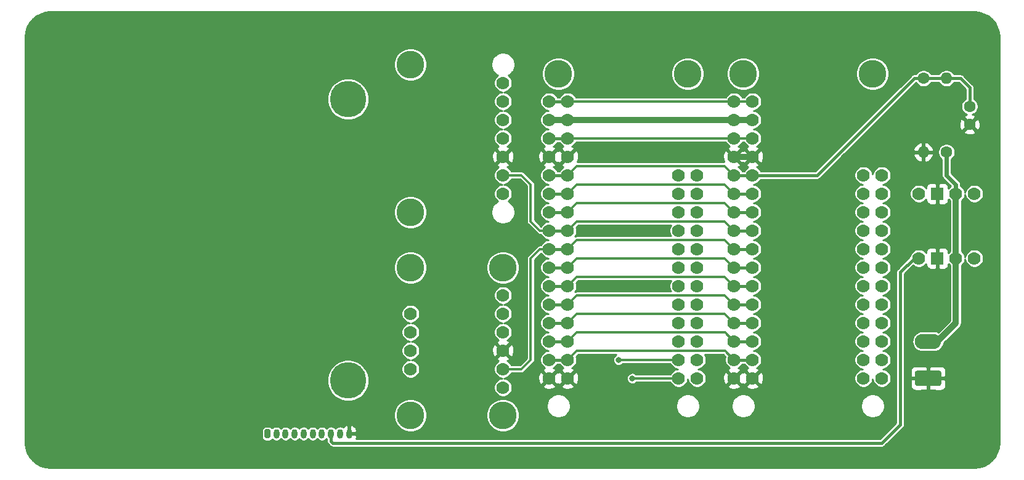
<source format=gtl>
G04 #@! TF.GenerationSoftware,KiCad,Pcbnew,(5.1.9-0-10_14)*
G04 #@! TF.CreationDate,2021-05-11T12:02:21-04:00*
G04 #@! TF.ProjectId,Cryologger ITB - Adafruit,4372796f-6c6f-4676-9765-722049544220,rev?*
G04 #@! TF.SameCoordinates,Original*
G04 #@! TF.FileFunction,Copper,L1,Top*
G04 #@! TF.FilePolarity,Positive*
%FSLAX46Y46*%
G04 Gerber Fmt 4.6, Leading zero omitted, Abs format (unit mm)*
G04 Created by KiCad (PCBNEW (5.1.9-0-10_14)) date 2021-05-11 12:02:21*
%MOMM*%
%LPD*%
G01*
G04 APERTURE LIST*
G04 #@! TA.AperFunction,ComponentPad*
%ADD10C,4.999990*%
G04 #@! TD*
G04 #@! TA.AperFunction,ComponentPad*
%ADD11C,1.778000*%
G04 #@! TD*
G04 #@! TA.AperFunction,ComponentPad*
%ADD12C,3.810000*%
G04 #@! TD*
G04 #@! TA.AperFunction,ComponentPad*
%ADD13O,0.800000X1.300000*%
G04 #@! TD*
G04 #@! TA.AperFunction,ComponentPad*
%ADD14C,6.000000*%
G04 #@! TD*
G04 #@! TA.AperFunction,WasherPad*
%ADD15C,3.810000*%
G04 #@! TD*
G04 #@! TA.AperFunction,ComponentPad*
%ADD16C,1.600000*%
G04 #@! TD*
G04 #@! TA.AperFunction,ComponentPad*
%ADD17O,1.600000X1.600000*%
G04 #@! TD*
G04 #@! TA.AperFunction,ComponentPad*
%ADD18R,1.778000X1.778000*%
G04 #@! TD*
G04 #@! TA.AperFunction,ComponentPad*
%ADD19O,3.600000X2.080000*%
G04 #@! TD*
G04 #@! TA.AperFunction,ViaPad*
%ADD20C,0.800000*%
G04 #@! TD*
G04 #@! TA.AperFunction,Conductor*
%ADD21C,0.406400*%
G04 #@! TD*
G04 #@! TA.AperFunction,Conductor*
%ADD22C,0.304800*%
G04 #@! TD*
G04 #@! TA.AperFunction,Conductor*
%ADD23C,0.812800*%
G04 #@! TD*
G04 #@! TA.AperFunction,Conductor*
%ADD24C,0.609600*%
G04 #@! TD*
G04 #@! TA.AperFunction,Conductor*
%ADD25C,0.254000*%
G04 #@! TD*
G04 #@! TA.AperFunction,Conductor*
%ADD26C,0.150000*%
G04 #@! TD*
G04 APERTURE END LIST*
D10*
X151430000Y-61930000D03*
X151430000Y-100630000D03*
D11*
X179070000Y-62230000D03*
D12*
X180340000Y-58420000D03*
X198120000Y-58420000D03*
D11*
X179070000Y-64770000D03*
X179070000Y-67310000D03*
X179070000Y-69850000D03*
X179070000Y-72390000D03*
X179070000Y-74930000D03*
X179070000Y-77470000D03*
X179070000Y-80010000D03*
X179070000Y-82550000D03*
X179070000Y-85090000D03*
X179070000Y-87630000D03*
X179070000Y-90170000D03*
X179070000Y-92710000D03*
X179070000Y-95250000D03*
X179070000Y-97790000D03*
X179070000Y-100330000D03*
X199390000Y-72390000D03*
X199390000Y-74930000D03*
X199390000Y-77470000D03*
X199390000Y-80010000D03*
X199390000Y-82550000D03*
X199390000Y-85090000D03*
X199390000Y-87630000D03*
X199390000Y-90170000D03*
X199390000Y-92710000D03*
X199390000Y-95250000D03*
X199390000Y-97790000D03*
X199390000Y-100330000D03*
X181610000Y-69850000D03*
X181610000Y-74930000D03*
X181610000Y-77470000D03*
X181610000Y-64770000D03*
X181610000Y-72390000D03*
X181610000Y-67310000D03*
X181610000Y-80010000D03*
X181610000Y-97790000D03*
X181610000Y-100330000D03*
X181610000Y-92710000D03*
X181610000Y-95250000D03*
X181610000Y-85090000D03*
X181610000Y-87630000D03*
X181610000Y-90170000D03*
X181610000Y-82550000D03*
X181610000Y-62230000D03*
X196850000Y-82550000D03*
X196850000Y-74930000D03*
X196850000Y-80010000D03*
X196850000Y-85090000D03*
X196850000Y-77470000D03*
X196850000Y-72390000D03*
X196850000Y-87630000D03*
X196850000Y-92710000D03*
X196850000Y-90170000D03*
X196850000Y-100330000D03*
X196850000Y-95250000D03*
X196850000Y-97790000D03*
X222250000Y-97790000D03*
X222250000Y-95250000D03*
X222250000Y-100330000D03*
X222250000Y-90170000D03*
X222250000Y-92710000D03*
X222250000Y-87630000D03*
X222250000Y-72390000D03*
X222250000Y-77470000D03*
X222250000Y-85090000D03*
X222250000Y-80010000D03*
X222250000Y-74930000D03*
X222250000Y-82550000D03*
X207010000Y-62230000D03*
X207010000Y-82550000D03*
X207010000Y-90170000D03*
X207010000Y-87630000D03*
X207010000Y-85090000D03*
X207010000Y-95250000D03*
X207010000Y-92710000D03*
X207010000Y-100330000D03*
X207010000Y-97790000D03*
X207010000Y-80010000D03*
X207010000Y-67310000D03*
X207010000Y-72390000D03*
X207010000Y-64770000D03*
X207010000Y-77470000D03*
X207010000Y-74930000D03*
X207010000Y-69850000D03*
X224790000Y-100330000D03*
X224790000Y-97790000D03*
X224790000Y-95250000D03*
X224790000Y-92710000D03*
X224790000Y-90170000D03*
X224790000Y-87630000D03*
X224790000Y-85090000D03*
X224790000Y-82550000D03*
X224790000Y-80010000D03*
X224790000Y-77470000D03*
X224790000Y-74930000D03*
X224790000Y-72390000D03*
X204470000Y-100330000D03*
X204470000Y-97790000D03*
X204470000Y-95250000D03*
X204470000Y-92710000D03*
X204470000Y-90170000D03*
X204470000Y-87630000D03*
X204470000Y-85090000D03*
X204470000Y-82550000D03*
X204470000Y-80010000D03*
X204470000Y-77470000D03*
X204470000Y-74930000D03*
X204470000Y-72390000D03*
X204470000Y-69850000D03*
X204470000Y-67310000D03*
X204470000Y-64770000D03*
D12*
X223520000Y-58420000D03*
X205740000Y-58420000D03*
D11*
X204470000Y-62230000D03*
D13*
X151585000Y-107950000D03*
X150335000Y-107950000D03*
X149085000Y-107950000D03*
X147835000Y-107950000D03*
X146585000Y-107950000D03*
X145335000Y-107950000D03*
X144085000Y-107950000D03*
X142835000Y-107950000D03*
X141585000Y-107950000D03*
G04 #@! TA.AperFunction,ComponentPad*
G36*
G01*
X139935000Y-108400000D02*
X139935000Y-107500000D01*
G75*
G02*
X140135000Y-107300000I200000J0D01*
G01*
X140535000Y-107300000D01*
G75*
G02*
X140735000Y-107500000I0J-200000D01*
G01*
X140735000Y-108400000D01*
G75*
G02*
X140535000Y-108600000I-200000J0D01*
G01*
X140135000Y-108600000D01*
G75*
G02*
X139935000Y-108400000I0J200000D01*
G01*
G37*
G04 #@! TD.AperFunction*
D14*
X110490000Y-109220000D03*
X110490000Y-53340000D03*
X237490000Y-53340000D03*
X237490000Y-109220000D03*
D15*
X160020000Y-85090000D03*
X160020000Y-105410000D03*
X172720000Y-85090000D03*
X172720000Y-105410000D03*
D11*
X172720000Y-91440000D03*
X172720000Y-88900000D03*
X160020000Y-99060000D03*
X160020000Y-96520000D03*
X160020000Y-93980000D03*
X160020000Y-91440000D03*
X172720000Y-101600000D03*
X172720000Y-99060000D03*
X172720000Y-96520000D03*
X172720000Y-93980000D03*
D16*
X236855000Y-65405000D03*
X236855000Y-62905000D03*
D17*
X233680000Y-59055000D03*
D16*
X233680000Y-69215000D03*
D17*
X230505000Y-69215000D03*
D16*
X230505000Y-59055000D03*
D11*
X237490000Y-74930000D03*
X234950000Y-74930000D03*
D18*
X232410000Y-74930000D03*
D11*
X229870000Y-74930000D03*
X229870000Y-83820000D03*
D18*
X232410000Y-83820000D03*
D11*
X234950000Y-83820000D03*
X237490000Y-83820000D03*
X172720000Y-67310000D03*
D15*
X160020000Y-77470000D03*
D11*
X172720000Y-69850000D03*
X172720000Y-72390000D03*
X172720000Y-74930000D03*
X172720000Y-64770000D03*
D15*
X160020000Y-57150000D03*
D11*
X172720000Y-62230000D03*
X172720000Y-59690000D03*
G04 #@! TA.AperFunction,ComponentPad*
G36*
G01*
X232690002Y-101370000D02*
X229589998Y-101370000D01*
G75*
G02*
X229340000Y-101120002I0J249998D01*
G01*
X229340000Y-99539998D01*
G75*
G02*
X229589998Y-99290000I249998J0D01*
G01*
X232690002Y-99290000D01*
G75*
G02*
X232940000Y-99539998I0J-249998D01*
G01*
X232940000Y-101120002D01*
G75*
G02*
X232690002Y-101370000I-249998J0D01*
G01*
G37*
G04 #@! TD.AperFunction*
D19*
X231140000Y-95250000D03*
D20*
X188595000Y-97790000D03*
X190500000Y-100330000D03*
X110490000Y-59690000D03*
X132080000Y-81280000D03*
X110490000Y-102870000D03*
X166370000Y-67310000D03*
X166370000Y-95250000D03*
X142240000Y-71120000D03*
X121920000Y-71120000D03*
X121920000Y-91440000D03*
X142240000Y-92710000D03*
X166370000Y-58420000D03*
X166370000Y-76200000D03*
X166370000Y-87630000D03*
X166370000Y-102870000D03*
X189230000Y-58420000D03*
X189230000Y-104140000D03*
X153670000Y-81280000D03*
X110490000Y-81280000D03*
X158750000Y-67310000D03*
X214630000Y-104140000D03*
X214630000Y-58420000D03*
X132080000Y-59690000D03*
X132080000Y-102870000D03*
X189230000Y-87630000D03*
X214630000Y-87630000D03*
X214630000Y-95250000D03*
X214630000Y-80010000D03*
X214630000Y-68580000D03*
X189230000Y-68580000D03*
X189230000Y-80010000D03*
X175260000Y-92710000D03*
D21*
X179070000Y-62230000D02*
X181610000Y-62230000D01*
D22*
X181610000Y-62230000D02*
X204470000Y-62230000D01*
X204470000Y-62230000D02*
X207010000Y-62230000D01*
X196850000Y-97790000D02*
X188595000Y-97790000D01*
X196850000Y-100330000D02*
X190500000Y-100330000D01*
D21*
X179070000Y-82550000D02*
X181610000Y-82550000D01*
D22*
X181610000Y-82550000D02*
X182880000Y-81280000D01*
X182880000Y-81280000D02*
X203200000Y-81280000D01*
X203200000Y-81280000D02*
X204470000Y-82550000D01*
D21*
X204470000Y-82550000D02*
X207010000Y-82550000D01*
D22*
X177800000Y-82550000D02*
X179070000Y-82550000D01*
X176530000Y-83820000D02*
X177800000Y-82550000D01*
X176530000Y-97790000D02*
X176530000Y-83820000D01*
X175260000Y-99060000D02*
X176530000Y-97790000D01*
X172720000Y-99060000D02*
X175260000Y-99060000D01*
D21*
X179070000Y-90170000D02*
X181610000Y-90170000D01*
D22*
X181610000Y-90170000D02*
X182880000Y-88900000D01*
X182880000Y-88900000D02*
X203200000Y-88900000D01*
X203200000Y-88900000D02*
X204470000Y-90170000D01*
D21*
X204470000Y-90170000D02*
X207010000Y-90170000D01*
X179070000Y-87630000D02*
X181610000Y-87630000D01*
D22*
X181610000Y-87630000D02*
X182880000Y-86360000D01*
X182880000Y-86360000D02*
X203200000Y-86360000D01*
X203200000Y-86360000D02*
X204470000Y-87630000D01*
D21*
X204470000Y-87630000D02*
X207010000Y-87630000D01*
X179070000Y-85090000D02*
X181610000Y-85090000D01*
D22*
X181610000Y-85090000D02*
X182880000Y-83820000D01*
X182880000Y-83820000D02*
X203200000Y-83820000D01*
X203200000Y-83820000D02*
X204470000Y-85090000D01*
D21*
X204470000Y-85090000D02*
X207010000Y-85090000D01*
X207010000Y-95250000D02*
X204470000Y-95250000D01*
D22*
X203228599Y-94008599D02*
X182851401Y-94008599D01*
X204470000Y-95250000D02*
X203228599Y-94008599D01*
X182851401Y-94008599D02*
X181610000Y-95250000D01*
D21*
X181610000Y-95250000D02*
X179070000Y-95250000D01*
X179070000Y-92710000D02*
X181610000Y-92710000D01*
D22*
X181610000Y-92710000D02*
X182880000Y-91440000D01*
X182880000Y-91440000D02*
X203200000Y-91440000D01*
X203200000Y-91440000D02*
X204470000Y-92710000D01*
D21*
X204470000Y-92710000D02*
X207010000Y-92710000D01*
X207010000Y-97790000D02*
X204470000Y-97790000D01*
D22*
X203228599Y-96548599D02*
X182851401Y-96548599D01*
X204470000Y-97790000D02*
X203228599Y-96548599D01*
X182851401Y-96548599D02*
X181610000Y-97790000D01*
D21*
X181610000Y-97790000D02*
X179070000Y-97790000D01*
X179070000Y-80010000D02*
X181610000Y-80010000D01*
D22*
X181610000Y-80010000D02*
X182880000Y-78740000D01*
X182880000Y-78740000D02*
X203200000Y-78740000D01*
X203200000Y-78740000D02*
X204470000Y-80010000D01*
D21*
X204470000Y-80010000D02*
X207010000Y-80010000D01*
D22*
X172720000Y-72390000D02*
X173990000Y-72390000D01*
X173990000Y-72390000D02*
X175260000Y-72390000D01*
X175260000Y-72390000D02*
X176530000Y-73660000D01*
X176530000Y-73660000D02*
X176530000Y-78740000D01*
X176530000Y-78740000D02*
X177800000Y-80010000D01*
X177800000Y-80010000D02*
X179070000Y-80010000D01*
D21*
X179070000Y-67310000D02*
X181610000Y-67310000D01*
D22*
X181610000Y-67310000D02*
X204470000Y-67310000D01*
X204470000Y-67310000D02*
X207010000Y-67310000D01*
D21*
X204470000Y-72390000D02*
X207010000Y-72390000D01*
X179070000Y-72390000D02*
X181610000Y-72390000D01*
D22*
X181610000Y-72390000D02*
X182880000Y-71120000D01*
X182880000Y-71120000D02*
X203200000Y-71120000D01*
X203200000Y-71120000D02*
X204470000Y-72390000D01*
D21*
X233680000Y-59055000D02*
X234950000Y-59055000D01*
X234950000Y-59055000D02*
X235585000Y-59055000D01*
X235585000Y-59055000D02*
X236855000Y-60325000D01*
X236855000Y-60325000D02*
X236855000Y-62865000D01*
X233680000Y-59055000D02*
X230505000Y-59055000D01*
X207010000Y-72390000D02*
X215900000Y-72390000D01*
X215900000Y-72390000D02*
X229235000Y-59055000D01*
X229235000Y-59055000D02*
X230505000Y-59055000D01*
X179070000Y-77470000D02*
X181610000Y-77470000D01*
D22*
X181610000Y-77470000D02*
X182880000Y-76200000D01*
X182880000Y-76200000D02*
X203200000Y-76200000D01*
X203200000Y-76200000D02*
X204470000Y-77470000D01*
D21*
X204470000Y-77470000D02*
X207010000Y-77470000D01*
X179070000Y-74930000D02*
X181610000Y-74930000D01*
D22*
X181610000Y-74930000D02*
X182880000Y-73660000D01*
X182880000Y-73660000D02*
X203200000Y-73660000D01*
X203200000Y-73660000D02*
X204470000Y-74930000D01*
D21*
X204470000Y-74930000D02*
X207010000Y-74930000D01*
D23*
X204470000Y-69850000D02*
X207010000Y-69850000D01*
X234950000Y-92710000D02*
X234950000Y-83820000D01*
X234950000Y-83820000D02*
X234950000Y-74930000D01*
D24*
X233680000Y-69215000D02*
X233680000Y-70485000D01*
X233680000Y-70485000D02*
X233680000Y-72390000D01*
X233680000Y-72390000D02*
X234950000Y-73660000D01*
X234950000Y-73660000D02*
X234950000Y-74930000D01*
D23*
X232410000Y-95250000D02*
X234950000Y-92710000D01*
X230505000Y-95250000D02*
X232410000Y-95250000D01*
D24*
X149085000Y-107950000D02*
X149085000Y-108229594D01*
D21*
X149352000Y-109220000D02*
X149098000Y-108966000D01*
X149098000Y-108966000D02*
X149098000Y-107950000D01*
X229870000Y-83820000D02*
X229235000Y-83820000D01*
X229235000Y-83820000D02*
X227330000Y-85725000D01*
X227330000Y-106680000D02*
X224790000Y-109220000D01*
X227330000Y-85725000D02*
X227330000Y-106680000D01*
X224790000Y-109220000D02*
X149352000Y-109220000D01*
D23*
X204470000Y-64770000D02*
X181610000Y-64770000D01*
X181610000Y-64770000D02*
X179070000Y-64770000D01*
X204470000Y-64770000D02*
X207010000Y-64770000D01*
D25*
X238150793Y-50002738D02*
X238786423Y-50194646D01*
X239372669Y-50506359D01*
X239887203Y-50926002D01*
X240310431Y-51437598D01*
X240626227Y-52021650D01*
X240822567Y-52655921D01*
X240893981Y-53335382D01*
X240894000Y-53340847D01*
X240894001Y-109200136D01*
X240827262Y-109880791D01*
X240635354Y-110516423D01*
X240323641Y-111102669D01*
X239903998Y-111617203D01*
X239392406Y-112040429D01*
X238808349Y-112356227D01*
X238174079Y-112552567D01*
X237494618Y-112623981D01*
X237489152Y-112624000D01*
X110509854Y-112624000D01*
X109829209Y-112557262D01*
X109193577Y-112365354D01*
X108607331Y-112053641D01*
X108092797Y-111633998D01*
X107669571Y-111122406D01*
X107353773Y-110538349D01*
X107157433Y-109904079D01*
X107086019Y-109224618D01*
X107086000Y-109219152D01*
X107086000Y-107500000D01*
X139552157Y-107500000D01*
X139552157Y-108400000D01*
X139563356Y-108513707D01*
X139596523Y-108623044D01*
X139650384Y-108723810D01*
X139722868Y-108812132D01*
X139811190Y-108884616D01*
X139911956Y-108938477D01*
X140021293Y-108971644D01*
X140135000Y-108982843D01*
X140535000Y-108982843D01*
X140648707Y-108971644D01*
X140758044Y-108938477D01*
X140858810Y-108884616D01*
X140947132Y-108812132D01*
X141012081Y-108732991D01*
X141030079Y-108754922D01*
X141149002Y-108852519D01*
X141284679Y-108925040D01*
X141431898Y-108969699D01*
X141585000Y-108984778D01*
X141738103Y-108969699D01*
X141885322Y-108925040D01*
X142020999Y-108852519D01*
X142139922Y-108754922D01*
X142210000Y-108669531D01*
X142280079Y-108754922D01*
X142399002Y-108852519D01*
X142534679Y-108925040D01*
X142681898Y-108969699D01*
X142835000Y-108984778D01*
X142988103Y-108969699D01*
X143135322Y-108925040D01*
X143270999Y-108852519D01*
X143389922Y-108754922D01*
X143460000Y-108669531D01*
X143530079Y-108754922D01*
X143649002Y-108852519D01*
X143784679Y-108925040D01*
X143931898Y-108969699D01*
X144085000Y-108984778D01*
X144238103Y-108969699D01*
X144385322Y-108925040D01*
X144520999Y-108852519D01*
X144639922Y-108754922D01*
X144710000Y-108669531D01*
X144780079Y-108754922D01*
X144899002Y-108852519D01*
X145034679Y-108925040D01*
X145181898Y-108969699D01*
X145335000Y-108984778D01*
X145488103Y-108969699D01*
X145635322Y-108925040D01*
X145770999Y-108852519D01*
X145889922Y-108754922D01*
X145960000Y-108669531D01*
X146030079Y-108754922D01*
X146149002Y-108852519D01*
X146284679Y-108925040D01*
X146431898Y-108969699D01*
X146585000Y-108984778D01*
X146738103Y-108969699D01*
X146885322Y-108925040D01*
X147020999Y-108852519D01*
X147139922Y-108754922D01*
X147210000Y-108669531D01*
X147280079Y-108754922D01*
X147399002Y-108852519D01*
X147534679Y-108925040D01*
X147681898Y-108969699D01*
X147835000Y-108984778D01*
X147988103Y-108969699D01*
X148135322Y-108925040D01*
X148270999Y-108852519D01*
X148389922Y-108754922D01*
X148460000Y-108669531D01*
X148513800Y-108735086D01*
X148513800Y-108937315D01*
X148510975Y-108966000D01*
X148513800Y-108994684D01*
X148513800Y-108994691D01*
X148516727Y-109024408D01*
X148522254Y-109080523D01*
X148552546Y-109180381D01*
X148555659Y-109190644D01*
X148609906Y-109292133D01*
X148682910Y-109381090D01*
X148705200Y-109399383D01*
X148918614Y-109612796D01*
X148936910Y-109635090D01*
X149025866Y-109708094D01*
X149127355Y-109762341D01*
X149237477Y-109795746D01*
X149323308Y-109804200D01*
X149323317Y-109804200D01*
X149351999Y-109807025D01*
X149380681Y-109804200D01*
X224761316Y-109804200D01*
X224790000Y-109807025D01*
X224818684Y-109804200D01*
X224818692Y-109804200D01*
X224904523Y-109795746D01*
X225014645Y-109762341D01*
X225116134Y-109708094D01*
X225205090Y-109635090D01*
X225223382Y-109612801D01*
X227722801Y-107113382D01*
X227745090Y-107095090D01*
X227818094Y-107006134D01*
X227872341Y-106904645D01*
X227905746Y-106794523D01*
X227914200Y-106708692D01*
X227914200Y-106708683D01*
X227917025Y-106680001D01*
X227914200Y-106651319D01*
X227914200Y-101370000D01*
X228701928Y-101370000D01*
X228714188Y-101494482D01*
X228750498Y-101614180D01*
X228809463Y-101724494D01*
X228888815Y-101821185D01*
X228985506Y-101900537D01*
X229095820Y-101959502D01*
X229215518Y-101995812D01*
X229340000Y-102008072D01*
X230854250Y-102005000D01*
X231013000Y-101846250D01*
X231013000Y-100457000D01*
X231267000Y-100457000D01*
X231267000Y-101846250D01*
X231425750Y-102005000D01*
X232940000Y-102008072D01*
X233064482Y-101995812D01*
X233184180Y-101959502D01*
X233294494Y-101900537D01*
X233391185Y-101821185D01*
X233470537Y-101724494D01*
X233529502Y-101614180D01*
X233565812Y-101494482D01*
X233578072Y-101370000D01*
X233575000Y-100615750D01*
X233416250Y-100457000D01*
X231267000Y-100457000D01*
X231013000Y-100457000D01*
X228863750Y-100457000D01*
X228705000Y-100615750D01*
X228701928Y-101370000D01*
X227914200Y-101370000D01*
X227914200Y-99290000D01*
X228701928Y-99290000D01*
X228705000Y-100044250D01*
X228863750Y-100203000D01*
X231013000Y-100203000D01*
X231013000Y-98813750D01*
X231267000Y-98813750D01*
X231267000Y-100203000D01*
X233416250Y-100203000D01*
X233575000Y-100044250D01*
X233578072Y-99290000D01*
X233565812Y-99165518D01*
X233529502Y-99045820D01*
X233470537Y-98935506D01*
X233391185Y-98838815D01*
X233294494Y-98759463D01*
X233184180Y-98700498D01*
X233064482Y-98664188D01*
X232940000Y-98651928D01*
X231425750Y-98655000D01*
X231267000Y-98813750D01*
X231013000Y-98813750D01*
X230854250Y-98655000D01*
X229340000Y-98651928D01*
X229215518Y-98664188D01*
X229095820Y-98700498D01*
X228985506Y-98759463D01*
X228888815Y-98838815D01*
X228809463Y-98935506D01*
X228750498Y-99045820D01*
X228714188Y-99165518D01*
X228701928Y-99290000D01*
X227914200Y-99290000D01*
X227914200Y-95250000D01*
X228952125Y-95250000D01*
X228979561Y-95528565D01*
X229060816Y-95796424D01*
X229192765Y-96043285D01*
X229370340Y-96259660D01*
X229586715Y-96437235D01*
X229833576Y-96569184D01*
X230101435Y-96650439D01*
X230310196Y-96671000D01*
X231969804Y-96671000D01*
X232178565Y-96650439D01*
X232446424Y-96569184D01*
X232693285Y-96437235D01*
X232909660Y-96259660D01*
X233087235Y-96043285D01*
X233219184Y-95796424D01*
X233300439Y-95528565D01*
X233306497Y-95467053D01*
X235479434Y-93294118D01*
X235509469Y-93269469D01*
X235537199Y-93235681D01*
X235607865Y-93149573D01*
X235607866Y-93149572D01*
X235680982Y-93012783D01*
X235726006Y-92864357D01*
X235737400Y-92748673D01*
X235737400Y-92748664D01*
X235741208Y-92710001D01*
X235737400Y-92671338D01*
X235737400Y-84821292D01*
X235759578Y-84806473D01*
X235936473Y-84629578D01*
X236075459Y-84421571D01*
X236171195Y-84190445D01*
X236220000Y-83945084D01*
X236268805Y-84190445D01*
X236364541Y-84421571D01*
X236503527Y-84629578D01*
X236680422Y-84806473D01*
X236888429Y-84945459D01*
X237119555Y-85041195D01*
X237364916Y-85090000D01*
X237615084Y-85090000D01*
X237860445Y-85041195D01*
X238091571Y-84945459D01*
X238299578Y-84806473D01*
X238476473Y-84629578D01*
X238615459Y-84421571D01*
X238711195Y-84190445D01*
X238760000Y-83945084D01*
X238760000Y-83694916D01*
X238711195Y-83449555D01*
X238615459Y-83218429D01*
X238476473Y-83010422D01*
X238299578Y-82833527D01*
X238091571Y-82694541D01*
X237860445Y-82598805D01*
X237615084Y-82550000D01*
X237364916Y-82550000D01*
X237119555Y-82598805D01*
X236888429Y-82694541D01*
X236680422Y-82833527D01*
X236503527Y-83010422D01*
X236364541Y-83218429D01*
X236268805Y-83449555D01*
X236220000Y-83694916D01*
X236171195Y-83449555D01*
X236075459Y-83218429D01*
X235936473Y-83010422D01*
X235759578Y-82833527D01*
X235737400Y-82818708D01*
X235737400Y-75931292D01*
X235759578Y-75916473D01*
X235936473Y-75739578D01*
X236075459Y-75531571D01*
X236171195Y-75300445D01*
X236220000Y-75055084D01*
X236268805Y-75300445D01*
X236364541Y-75531571D01*
X236503527Y-75739578D01*
X236680422Y-75916473D01*
X236888429Y-76055459D01*
X237119555Y-76151195D01*
X237364916Y-76200000D01*
X237615084Y-76200000D01*
X237860445Y-76151195D01*
X238091571Y-76055459D01*
X238299578Y-75916473D01*
X238476473Y-75739578D01*
X238615459Y-75531571D01*
X238711195Y-75300445D01*
X238760000Y-75055084D01*
X238760000Y-74804916D01*
X238711195Y-74559555D01*
X238615459Y-74328429D01*
X238476473Y-74120422D01*
X238299578Y-73943527D01*
X238091571Y-73804541D01*
X237860445Y-73708805D01*
X237615084Y-73660000D01*
X237364916Y-73660000D01*
X237119555Y-73708805D01*
X236888429Y-73804541D01*
X236680422Y-73943527D01*
X236503527Y-74120422D01*
X236364541Y-74328429D01*
X236268805Y-74559555D01*
X236220000Y-74804916D01*
X236171195Y-74559555D01*
X236075459Y-74328429D01*
X235936473Y-74120422D01*
X235759578Y-73943527D01*
X235635800Y-73860821D01*
X235635800Y-73693678D01*
X235639117Y-73659999D01*
X235635800Y-73626320D01*
X235635800Y-73626311D01*
X235625877Y-73525560D01*
X235586662Y-73396286D01*
X235522981Y-73277147D01*
X235512443Y-73264307D01*
X235458755Y-73198887D01*
X235458749Y-73198881D01*
X235437279Y-73172720D01*
X235411119Y-73151251D01*
X234365800Y-72105933D01*
X234365800Y-70177139D01*
X234432843Y-70132342D01*
X234597342Y-69967843D01*
X234726588Y-69774413D01*
X234815614Y-69559485D01*
X234861000Y-69331318D01*
X234861000Y-69098682D01*
X234815614Y-68870515D01*
X234726588Y-68655587D01*
X234597342Y-68462157D01*
X234432843Y-68297658D01*
X234239413Y-68168412D01*
X234024485Y-68079386D01*
X233796318Y-68034000D01*
X233563682Y-68034000D01*
X233335515Y-68079386D01*
X233120587Y-68168412D01*
X232927157Y-68297658D01*
X232762658Y-68462157D01*
X232633412Y-68655587D01*
X232544386Y-68870515D01*
X232499000Y-69098682D01*
X232499000Y-69331318D01*
X232544386Y-69559485D01*
X232633412Y-69774413D01*
X232762658Y-69967843D01*
X232927157Y-70132342D01*
X232994201Y-70177139D01*
X232994201Y-70451302D01*
X232994200Y-70451312D01*
X232994201Y-72356312D01*
X232990883Y-72390000D01*
X233004124Y-72524440D01*
X233043339Y-72653714D01*
X233107020Y-72772853D01*
X233117558Y-72785693D01*
X233192721Y-72877280D01*
X233218886Y-72898753D01*
X234214297Y-73894165D01*
X234140422Y-73943527D01*
X233963527Y-74120422D01*
X233936461Y-74160929D01*
X233937072Y-74041000D01*
X233924812Y-73916518D01*
X233888502Y-73796820D01*
X233829537Y-73686506D01*
X233750185Y-73589815D01*
X233653494Y-73510463D01*
X233543180Y-73451498D01*
X233423482Y-73415188D01*
X233299000Y-73402928D01*
X232695750Y-73406000D01*
X232537000Y-73564750D01*
X232537000Y-74803000D01*
X232557000Y-74803000D01*
X232557000Y-75057000D01*
X232537000Y-75057000D01*
X232537000Y-76295250D01*
X232695750Y-76454000D01*
X233299000Y-76457072D01*
X233423482Y-76444812D01*
X233543180Y-76408502D01*
X233653494Y-76349537D01*
X233750185Y-76270185D01*
X233829537Y-76173494D01*
X233888502Y-76063180D01*
X233924812Y-75943482D01*
X233937072Y-75819000D01*
X233936461Y-75699071D01*
X233963527Y-75739578D01*
X234140422Y-75916473D01*
X234162601Y-75931292D01*
X234162600Y-82818708D01*
X234140422Y-82833527D01*
X233963527Y-83010422D01*
X233936461Y-83050929D01*
X233937072Y-82931000D01*
X233924812Y-82806518D01*
X233888502Y-82686820D01*
X233829537Y-82576506D01*
X233750185Y-82479815D01*
X233653494Y-82400463D01*
X233543180Y-82341498D01*
X233423482Y-82305188D01*
X233299000Y-82292928D01*
X232695750Y-82296000D01*
X232537000Y-82454750D01*
X232537000Y-83693000D01*
X232557000Y-83693000D01*
X232557000Y-83947000D01*
X232537000Y-83947000D01*
X232537000Y-85185250D01*
X232695750Y-85344000D01*
X233299000Y-85347072D01*
X233423482Y-85334812D01*
X233543180Y-85298502D01*
X233653494Y-85239537D01*
X233750185Y-85160185D01*
X233829537Y-85063494D01*
X233888502Y-84953180D01*
X233924812Y-84833482D01*
X233937072Y-84709000D01*
X233936461Y-84589071D01*
X233963527Y-84629578D01*
X234140422Y-84806473D01*
X234162601Y-84821292D01*
X234162600Y-92383848D01*
X232556694Y-93989756D01*
X232446424Y-93930816D01*
X232178565Y-93849561D01*
X231969804Y-93829000D01*
X230310196Y-93829000D01*
X230101435Y-93849561D01*
X229833576Y-93930816D01*
X229586715Y-94062765D01*
X229370340Y-94240340D01*
X229192765Y-94456715D01*
X229060816Y-94703576D01*
X228979561Y-94971435D01*
X228952125Y-95250000D01*
X227914200Y-95250000D01*
X227914200Y-85966983D01*
X229068987Y-84812196D01*
X229268429Y-84945459D01*
X229499555Y-85041195D01*
X229744916Y-85090000D01*
X229995084Y-85090000D01*
X230240445Y-85041195D01*
X230471571Y-84945459D01*
X230679578Y-84806473D01*
X230856473Y-84629578D01*
X230883539Y-84589071D01*
X230882928Y-84709000D01*
X230895188Y-84833482D01*
X230931498Y-84953180D01*
X230990463Y-85063494D01*
X231069815Y-85160185D01*
X231166506Y-85239537D01*
X231276820Y-85298502D01*
X231396518Y-85334812D01*
X231521000Y-85347072D01*
X232124250Y-85344000D01*
X232283000Y-85185250D01*
X232283000Y-83947000D01*
X232263000Y-83947000D01*
X232263000Y-83693000D01*
X232283000Y-83693000D01*
X232283000Y-82454750D01*
X232124250Y-82296000D01*
X231521000Y-82292928D01*
X231396518Y-82305188D01*
X231276820Y-82341498D01*
X231166506Y-82400463D01*
X231069815Y-82479815D01*
X230990463Y-82576506D01*
X230931498Y-82686820D01*
X230895188Y-82806518D01*
X230882928Y-82931000D01*
X230883539Y-83050929D01*
X230856473Y-83010422D01*
X230679578Y-82833527D01*
X230471571Y-82694541D01*
X230240445Y-82598805D01*
X229995084Y-82550000D01*
X229744916Y-82550000D01*
X229499555Y-82598805D01*
X229268429Y-82694541D01*
X229060422Y-82833527D01*
X228883527Y-83010422D01*
X228744541Y-83218429D01*
X228648805Y-83449555D01*
X228616413Y-83612403D01*
X226937199Y-85291618D01*
X226914910Y-85309910D01*
X226841906Y-85398867D01*
X226804422Y-85468995D01*
X226787659Y-85500356D01*
X226754254Y-85610477D01*
X226753190Y-85621283D01*
X226745800Y-85696309D01*
X226745800Y-85696316D01*
X226742975Y-85725000D01*
X226745800Y-85753684D01*
X226745801Y-106438016D01*
X224548017Y-108635800D01*
X152539556Y-108635800D01*
X152605648Y-108445433D01*
X152633918Y-108241599D01*
X152468762Y-108077000D01*
X151712000Y-108077000D01*
X151712000Y-108097000D01*
X151458000Y-108097000D01*
X151458000Y-108077000D01*
X151438000Y-108077000D01*
X151438000Y-107823000D01*
X151458000Y-107823000D01*
X151458000Y-106833002D01*
X151712000Y-106833002D01*
X151712000Y-107823000D01*
X152468762Y-107823000D01*
X152633918Y-107658401D01*
X152605648Y-107454567D01*
X152538155Y-107260164D01*
X152434033Y-107082664D01*
X152297283Y-106928888D01*
X152133160Y-106804745D01*
X151947972Y-106715006D01*
X151871123Y-106705334D01*
X151712000Y-106833002D01*
X151458000Y-106833002D01*
X151298877Y-106705334D01*
X151222028Y-106715006D01*
X151036840Y-106804745D01*
X150872717Y-106928888D01*
X150768461Y-107046125D01*
X150635321Y-106974960D01*
X150488102Y-106930301D01*
X150335000Y-106915222D01*
X150181897Y-106930301D01*
X150034678Y-106974960D01*
X149899001Y-107047481D01*
X149780078Y-107145078D01*
X149710000Y-107230469D01*
X149639922Y-107145078D01*
X149520998Y-107047481D01*
X149385321Y-106974960D01*
X149238102Y-106930301D01*
X149085000Y-106915222D01*
X148931897Y-106930301D01*
X148784678Y-106974960D01*
X148649001Y-107047481D01*
X148530078Y-107145078D01*
X148460000Y-107230469D01*
X148389922Y-107145078D01*
X148270998Y-107047481D01*
X148135321Y-106974960D01*
X147988102Y-106930301D01*
X147835000Y-106915222D01*
X147681897Y-106930301D01*
X147534678Y-106974960D01*
X147399001Y-107047481D01*
X147280078Y-107145078D01*
X147210000Y-107230469D01*
X147139922Y-107145078D01*
X147020998Y-107047481D01*
X146885321Y-106974960D01*
X146738102Y-106930301D01*
X146585000Y-106915222D01*
X146431897Y-106930301D01*
X146284678Y-106974960D01*
X146149001Y-107047481D01*
X146030078Y-107145078D01*
X145960000Y-107230469D01*
X145889922Y-107145078D01*
X145770998Y-107047481D01*
X145635321Y-106974960D01*
X145488102Y-106930301D01*
X145335000Y-106915222D01*
X145181897Y-106930301D01*
X145034678Y-106974960D01*
X144899001Y-107047481D01*
X144780078Y-107145078D01*
X144710000Y-107230469D01*
X144639922Y-107145078D01*
X144520998Y-107047481D01*
X144385321Y-106974960D01*
X144238102Y-106930301D01*
X144085000Y-106915222D01*
X143931897Y-106930301D01*
X143784678Y-106974960D01*
X143649001Y-107047481D01*
X143530078Y-107145078D01*
X143460000Y-107230469D01*
X143389922Y-107145078D01*
X143270998Y-107047481D01*
X143135321Y-106974960D01*
X142988102Y-106930301D01*
X142835000Y-106915222D01*
X142681897Y-106930301D01*
X142534678Y-106974960D01*
X142399001Y-107047481D01*
X142280078Y-107145078D01*
X142210000Y-107230469D01*
X142139922Y-107145078D01*
X142020998Y-107047481D01*
X141885321Y-106974960D01*
X141738102Y-106930301D01*
X141585000Y-106915222D01*
X141431897Y-106930301D01*
X141284678Y-106974960D01*
X141149001Y-107047481D01*
X141030078Y-107145078D01*
X141012081Y-107167008D01*
X140947132Y-107087868D01*
X140858810Y-107015384D01*
X140758044Y-106961523D01*
X140648707Y-106928356D01*
X140535000Y-106917157D01*
X140135000Y-106917157D01*
X140021293Y-106928356D01*
X139911956Y-106961523D01*
X139811190Y-107015384D01*
X139722868Y-107087868D01*
X139650384Y-107176190D01*
X139596523Y-107276956D01*
X139563356Y-107386293D01*
X139552157Y-107500000D01*
X107086000Y-107500000D01*
X107086000Y-105184849D01*
X157734000Y-105184849D01*
X157734000Y-105635151D01*
X157821850Y-106076802D01*
X157994173Y-106492827D01*
X158244348Y-106867240D01*
X158562760Y-107185652D01*
X158937173Y-107435827D01*
X159353198Y-107608150D01*
X159794849Y-107696000D01*
X160245151Y-107696000D01*
X160686802Y-107608150D01*
X161102827Y-107435827D01*
X161477240Y-107185652D01*
X161795652Y-106867240D01*
X162045827Y-106492827D01*
X162218150Y-106076802D01*
X162306000Y-105635151D01*
X162306000Y-105184849D01*
X170434000Y-105184849D01*
X170434000Y-105635151D01*
X170521850Y-106076802D01*
X170694173Y-106492827D01*
X170944348Y-106867240D01*
X171262760Y-107185652D01*
X171637173Y-107435827D01*
X172053198Y-107608150D01*
X172494849Y-107696000D01*
X172945151Y-107696000D01*
X173386802Y-107608150D01*
X173802827Y-107435827D01*
X174177240Y-107185652D01*
X174495652Y-106867240D01*
X174745827Y-106492827D01*
X174918150Y-106076802D01*
X175006000Y-105635151D01*
X175006000Y-105184849D01*
X174918150Y-104743198D01*
X174745827Y-104327173D01*
X174512110Y-103977391D01*
X178689000Y-103977391D01*
X178689000Y-104302609D01*
X178752447Y-104621579D01*
X178876903Y-104922042D01*
X179057585Y-105192451D01*
X179287549Y-105422415D01*
X179557958Y-105603097D01*
X179858421Y-105727553D01*
X180177391Y-105791000D01*
X180502609Y-105791000D01*
X180821579Y-105727553D01*
X181122042Y-105603097D01*
X181392451Y-105422415D01*
X181622415Y-105192451D01*
X181803097Y-104922042D01*
X181927553Y-104621579D01*
X181991000Y-104302609D01*
X181991000Y-103977391D01*
X196469000Y-103977391D01*
X196469000Y-104302609D01*
X196532447Y-104621579D01*
X196656903Y-104922042D01*
X196837585Y-105192451D01*
X197067549Y-105422415D01*
X197337958Y-105603097D01*
X197638421Y-105727553D01*
X197957391Y-105791000D01*
X198282609Y-105791000D01*
X198601579Y-105727553D01*
X198902042Y-105603097D01*
X199172451Y-105422415D01*
X199402415Y-105192451D01*
X199583097Y-104922042D01*
X199707553Y-104621579D01*
X199771000Y-104302609D01*
X199771000Y-103977391D01*
X204089000Y-103977391D01*
X204089000Y-104302609D01*
X204152447Y-104621579D01*
X204276903Y-104922042D01*
X204457585Y-105192451D01*
X204687549Y-105422415D01*
X204957958Y-105603097D01*
X205258421Y-105727553D01*
X205577391Y-105791000D01*
X205902609Y-105791000D01*
X206221579Y-105727553D01*
X206522042Y-105603097D01*
X206792451Y-105422415D01*
X207022415Y-105192451D01*
X207203097Y-104922042D01*
X207327553Y-104621579D01*
X207391000Y-104302609D01*
X207391000Y-103977391D01*
X221869000Y-103977391D01*
X221869000Y-104302609D01*
X221932447Y-104621579D01*
X222056903Y-104922042D01*
X222237585Y-105192451D01*
X222467549Y-105422415D01*
X222737958Y-105603097D01*
X223038421Y-105727553D01*
X223357391Y-105791000D01*
X223682609Y-105791000D01*
X224001579Y-105727553D01*
X224302042Y-105603097D01*
X224572451Y-105422415D01*
X224802415Y-105192451D01*
X224983097Y-104922042D01*
X225107553Y-104621579D01*
X225171000Y-104302609D01*
X225171000Y-103977391D01*
X225107553Y-103658421D01*
X224983097Y-103357958D01*
X224802415Y-103087549D01*
X224572451Y-102857585D01*
X224302042Y-102676903D01*
X224001579Y-102552447D01*
X223682609Y-102489000D01*
X223357391Y-102489000D01*
X223038421Y-102552447D01*
X222737958Y-102676903D01*
X222467549Y-102857585D01*
X222237585Y-103087549D01*
X222056903Y-103357958D01*
X221932447Y-103658421D01*
X221869000Y-103977391D01*
X207391000Y-103977391D01*
X207327553Y-103658421D01*
X207203097Y-103357958D01*
X207022415Y-103087549D01*
X206792451Y-102857585D01*
X206522042Y-102676903D01*
X206221579Y-102552447D01*
X205902609Y-102489000D01*
X205577391Y-102489000D01*
X205258421Y-102552447D01*
X204957958Y-102676903D01*
X204687549Y-102857585D01*
X204457585Y-103087549D01*
X204276903Y-103357958D01*
X204152447Y-103658421D01*
X204089000Y-103977391D01*
X199771000Y-103977391D01*
X199707553Y-103658421D01*
X199583097Y-103357958D01*
X199402415Y-103087549D01*
X199172451Y-102857585D01*
X198902042Y-102676903D01*
X198601579Y-102552447D01*
X198282609Y-102489000D01*
X197957391Y-102489000D01*
X197638421Y-102552447D01*
X197337958Y-102676903D01*
X197067549Y-102857585D01*
X196837585Y-103087549D01*
X196656903Y-103357958D01*
X196532447Y-103658421D01*
X196469000Y-103977391D01*
X181991000Y-103977391D01*
X181927553Y-103658421D01*
X181803097Y-103357958D01*
X181622415Y-103087549D01*
X181392451Y-102857585D01*
X181122042Y-102676903D01*
X180821579Y-102552447D01*
X180502609Y-102489000D01*
X180177391Y-102489000D01*
X179858421Y-102552447D01*
X179557958Y-102676903D01*
X179287549Y-102857585D01*
X179057585Y-103087549D01*
X178876903Y-103357958D01*
X178752447Y-103658421D01*
X178689000Y-103977391D01*
X174512110Y-103977391D01*
X174495652Y-103952760D01*
X174177240Y-103634348D01*
X173802827Y-103384173D01*
X173386802Y-103211850D01*
X172945151Y-103124000D01*
X172494849Y-103124000D01*
X172053198Y-103211850D01*
X171637173Y-103384173D01*
X171262760Y-103634348D01*
X170944348Y-103952760D01*
X170694173Y-104327173D01*
X170521850Y-104743198D01*
X170434000Y-105184849D01*
X162306000Y-105184849D01*
X162218150Y-104743198D01*
X162045827Y-104327173D01*
X161795652Y-103952760D01*
X161477240Y-103634348D01*
X161102827Y-103384173D01*
X160686802Y-103211850D01*
X160245151Y-103124000D01*
X159794849Y-103124000D01*
X159353198Y-103211850D01*
X158937173Y-103384173D01*
X158562760Y-103634348D01*
X158244348Y-103952760D01*
X157994173Y-104327173D01*
X157821850Y-104743198D01*
X157734000Y-105184849D01*
X107086000Y-105184849D01*
X107086000Y-100346247D01*
X148549005Y-100346247D01*
X148549005Y-100913753D01*
X148659720Y-101470355D01*
X148876895Y-101994663D01*
X149192185Y-102466527D01*
X149593473Y-102867815D01*
X150065337Y-103183105D01*
X150589645Y-103400280D01*
X151146247Y-103510995D01*
X151713753Y-103510995D01*
X152270355Y-103400280D01*
X152794663Y-103183105D01*
X153266527Y-102867815D01*
X153667815Y-102466527D01*
X153983105Y-101994663D01*
X154200280Y-101470355D01*
X154310995Y-100913753D01*
X154310995Y-100346247D01*
X154200280Y-99789645D01*
X153983105Y-99265337D01*
X153667815Y-98793473D01*
X153266527Y-98392185D01*
X152794663Y-98076895D01*
X152270355Y-97859720D01*
X151713753Y-97749005D01*
X151146247Y-97749005D01*
X150589645Y-97859720D01*
X150065337Y-98076895D01*
X149593473Y-98392185D01*
X149192185Y-98793473D01*
X148876895Y-99265337D01*
X148659720Y-99789645D01*
X148549005Y-100346247D01*
X107086000Y-100346247D01*
X107086000Y-91314916D01*
X158750000Y-91314916D01*
X158750000Y-91565084D01*
X158798805Y-91810445D01*
X158894541Y-92041571D01*
X159033527Y-92249578D01*
X159210422Y-92426473D01*
X159418429Y-92565459D01*
X159649555Y-92661195D01*
X159894916Y-92710000D01*
X159649555Y-92758805D01*
X159418429Y-92854541D01*
X159210422Y-92993527D01*
X159033527Y-93170422D01*
X158894541Y-93378429D01*
X158798805Y-93609555D01*
X158750000Y-93854916D01*
X158750000Y-94105084D01*
X158798805Y-94350445D01*
X158894541Y-94581571D01*
X159033527Y-94789578D01*
X159210422Y-94966473D01*
X159418429Y-95105459D01*
X159649555Y-95201195D01*
X159894916Y-95250000D01*
X159649555Y-95298805D01*
X159418429Y-95394541D01*
X159210422Y-95533527D01*
X159033527Y-95710422D01*
X158894541Y-95918429D01*
X158798805Y-96149555D01*
X158750000Y-96394916D01*
X158750000Y-96645084D01*
X158798805Y-96890445D01*
X158894541Y-97121571D01*
X159033527Y-97329578D01*
X159210422Y-97506473D01*
X159418429Y-97645459D01*
X159649555Y-97741195D01*
X159894916Y-97790000D01*
X159649555Y-97838805D01*
X159418429Y-97934541D01*
X159210422Y-98073527D01*
X159033527Y-98250422D01*
X158894541Y-98458429D01*
X158798805Y-98689555D01*
X158750000Y-98934916D01*
X158750000Y-99185084D01*
X158798805Y-99430445D01*
X158894541Y-99661571D01*
X159033527Y-99869578D01*
X159210422Y-100046473D01*
X159418429Y-100185459D01*
X159649555Y-100281195D01*
X159894916Y-100330000D01*
X160145084Y-100330000D01*
X160390445Y-100281195D01*
X160621571Y-100185459D01*
X160829578Y-100046473D01*
X161006473Y-99869578D01*
X161145459Y-99661571D01*
X161241195Y-99430445D01*
X161290000Y-99185084D01*
X161290000Y-98934916D01*
X161241195Y-98689555D01*
X161145459Y-98458429D01*
X161006473Y-98250422D01*
X160829578Y-98073527D01*
X160621571Y-97934541D01*
X160390445Y-97838805D01*
X160145084Y-97790000D01*
X160390445Y-97741195D01*
X160621571Y-97645459D01*
X160829578Y-97506473D01*
X161006473Y-97329578D01*
X161145459Y-97121571D01*
X161241195Y-96890445D01*
X161290000Y-96645084D01*
X161290000Y-96586988D01*
X171190092Y-96586988D01*
X171232557Y-96884171D01*
X171332184Y-97167359D01*
X171410711Y-97314273D01*
X171663769Y-97396626D01*
X172540395Y-96520000D01*
X172899605Y-96520000D01*
X173776231Y-97396626D01*
X174029289Y-97314273D01*
X174159086Y-97043582D01*
X174233580Y-96752770D01*
X174249908Y-96453012D01*
X174207443Y-96155829D01*
X174107816Y-95872641D01*
X174029289Y-95725727D01*
X173776231Y-95643374D01*
X172899605Y-96520000D01*
X172540395Y-96520000D01*
X171663769Y-95643374D01*
X171410711Y-95725727D01*
X171280914Y-95996418D01*
X171206420Y-96287230D01*
X171190092Y-96586988D01*
X161290000Y-96586988D01*
X161290000Y-96394916D01*
X161241195Y-96149555D01*
X161145459Y-95918429D01*
X161006473Y-95710422D01*
X160829578Y-95533527D01*
X160621571Y-95394541D01*
X160390445Y-95298805D01*
X160145084Y-95250000D01*
X160390445Y-95201195D01*
X160621571Y-95105459D01*
X160829578Y-94966473D01*
X161006473Y-94789578D01*
X161145459Y-94581571D01*
X161241195Y-94350445D01*
X161290000Y-94105084D01*
X161290000Y-93854916D01*
X161241195Y-93609555D01*
X161145459Y-93378429D01*
X161006473Y-93170422D01*
X160829578Y-92993527D01*
X160621571Y-92854541D01*
X160390445Y-92758805D01*
X160145084Y-92710000D01*
X160390445Y-92661195D01*
X160621571Y-92565459D01*
X160829578Y-92426473D01*
X161006473Y-92249578D01*
X161145459Y-92041571D01*
X161241195Y-91810445D01*
X161290000Y-91565084D01*
X161290000Y-91314916D01*
X161241195Y-91069555D01*
X161145459Y-90838429D01*
X161006473Y-90630422D01*
X160829578Y-90453527D01*
X160621571Y-90314541D01*
X160390445Y-90218805D01*
X160145084Y-90170000D01*
X159894916Y-90170000D01*
X159649555Y-90218805D01*
X159418429Y-90314541D01*
X159210422Y-90453527D01*
X159033527Y-90630422D01*
X158894541Y-90838429D01*
X158798805Y-91069555D01*
X158750000Y-91314916D01*
X107086000Y-91314916D01*
X107086000Y-88774916D01*
X171450000Y-88774916D01*
X171450000Y-89025084D01*
X171498805Y-89270445D01*
X171594541Y-89501571D01*
X171733527Y-89709578D01*
X171910422Y-89886473D01*
X172118429Y-90025459D01*
X172349555Y-90121195D01*
X172594916Y-90170000D01*
X172349555Y-90218805D01*
X172118429Y-90314541D01*
X171910422Y-90453527D01*
X171733527Y-90630422D01*
X171594541Y-90838429D01*
X171498805Y-91069555D01*
X171450000Y-91314916D01*
X171450000Y-91565084D01*
X171498805Y-91810445D01*
X171594541Y-92041571D01*
X171733527Y-92249578D01*
X171910422Y-92426473D01*
X172118429Y-92565459D01*
X172349555Y-92661195D01*
X172594916Y-92710000D01*
X172349555Y-92758805D01*
X172118429Y-92854541D01*
X171910422Y-92993527D01*
X171733527Y-93170422D01*
X171594541Y-93378429D01*
X171498805Y-93609555D01*
X171450000Y-93854916D01*
X171450000Y-94105084D01*
X171498805Y-94350445D01*
X171594541Y-94581571D01*
X171733527Y-94789578D01*
X171910422Y-94966473D01*
X172118429Y-95105459D01*
X172132288Y-95111200D01*
X172072641Y-95132184D01*
X171925727Y-95210711D01*
X171843374Y-95463769D01*
X172720000Y-96340395D01*
X173596626Y-95463769D01*
X173514273Y-95210711D01*
X173307192Y-95111415D01*
X173321571Y-95105459D01*
X173529578Y-94966473D01*
X173706473Y-94789578D01*
X173845459Y-94581571D01*
X173941195Y-94350445D01*
X173990000Y-94105084D01*
X173990000Y-93854916D01*
X173941195Y-93609555D01*
X173845459Y-93378429D01*
X173706473Y-93170422D01*
X173529578Y-92993527D01*
X173321571Y-92854541D01*
X173090445Y-92758805D01*
X172845084Y-92710000D01*
X173090445Y-92661195D01*
X173321571Y-92565459D01*
X173529578Y-92426473D01*
X173706473Y-92249578D01*
X173845459Y-92041571D01*
X173941195Y-91810445D01*
X173990000Y-91565084D01*
X173990000Y-91314916D01*
X173941195Y-91069555D01*
X173845459Y-90838429D01*
X173706473Y-90630422D01*
X173529578Y-90453527D01*
X173321571Y-90314541D01*
X173090445Y-90218805D01*
X172845084Y-90170000D01*
X173090445Y-90121195D01*
X173321571Y-90025459D01*
X173529578Y-89886473D01*
X173706473Y-89709578D01*
X173845459Y-89501571D01*
X173941195Y-89270445D01*
X173990000Y-89025084D01*
X173990000Y-88774916D01*
X173941195Y-88529555D01*
X173845459Y-88298429D01*
X173706473Y-88090422D01*
X173529578Y-87913527D01*
X173321571Y-87774541D01*
X173090445Y-87678805D01*
X172845084Y-87630000D01*
X172594916Y-87630000D01*
X172349555Y-87678805D01*
X172118429Y-87774541D01*
X171910422Y-87913527D01*
X171733527Y-88090422D01*
X171594541Y-88298429D01*
X171498805Y-88529555D01*
X171450000Y-88774916D01*
X107086000Y-88774916D01*
X107086000Y-84864849D01*
X157734000Y-84864849D01*
X157734000Y-85315151D01*
X157821850Y-85756802D01*
X157994173Y-86172827D01*
X158244348Y-86547240D01*
X158562760Y-86865652D01*
X158937173Y-87115827D01*
X159353198Y-87288150D01*
X159794849Y-87376000D01*
X160245151Y-87376000D01*
X160686802Y-87288150D01*
X161102827Y-87115827D01*
X161477240Y-86865652D01*
X161795652Y-86547240D01*
X162045827Y-86172827D01*
X162218150Y-85756802D01*
X162306000Y-85315151D01*
X162306000Y-84864849D01*
X170434000Y-84864849D01*
X170434000Y-85315151D01*
X170521850Y-85756802D01*
X170694173Y-86172827D01*
X170944348Y-86547240D01*
X171262760Y-86865652D01*
X171637173Y-87115827D01*
X172053198Y-87288150D01*
X172494849Y-87376000D01*
X172945151Y-87376000D01*
X173386802Y-87288150D01*
X173802827Y-87115827D01*
X174177240Y-86865652D01*
X174495652Y-86547240D01*
X174745827Y-86172827D01*
X174918150Y-85756802D01*
X175006000Y-85315151D01*
X175006000Y-84864849D01*
X174918150Y-84423198D01*
X174745827Y-84007173D01*
X174495652Y-83632760D01*
X174177240Y-83314348D01*
X173802827Y-83064173D01*
X173386802Y-82891850D01*
X172945151Y-82804000D01*
X172494849Y-82804000D01*
X172053198Y-82891850D01*
X171637173Y-83064173D01*
X171262760Y-83314348D01*
X170944348Y-83632760D01*
X170694173Y-84007173D01*
X170521850Y-84423198D01*
X170434000Y-84864849D01*
X162306000Y-84864849D01*
X162218150Y-84423198D01*
X162045827Y-84007173D01*
X161795652Y-83632760D01*
X161477240Y-83314348D01*
X161102827Y-83064173D01*
X160686802Y-82891850D01*
X160245151Y-82804000D01*
X159794849Y-82804000D01*
X159353198Y-82891850D01*
X158937173Y-83064173D01*
X158562760Y-83314348D01*
X158244348Y-83632760D01*
X157994173Y-84007173D01*
X157821850Y-84423198D01*
X157734000Y-84864849D01*
X107086000Y-84864849D01*
X107086000Y-77244849D01*
X157734000Y-77244849D01*
X157734000Y-77695151D01*
X157821850Y-78136802D01*
X157994173Y-78552827D01*
X158244348Y-78927240D01*
X158562760Y-79245652D01*
X158937173Y-79495827D01*
X159353198Y-79668150D01*
X159794849Y-79756000D01*
X160245151Y-79756000D01*
X160686802Y-79668150D01*
X161102827Y-79495827D01*
X161477240Y-79245652D01*
X161795652Y-78927240D01*
X162045827Y-78552827D01*
X162218150Y-78136802D01*
X162306000Y-77695151D01*
X162306000Y-77307391D01*
X171069000Y-77307391D01*
X171069000Y-77632609D01*
X171132447Y-77951579D01*
X171256903Y-78252042D01*
X171437585Y-78522451D01*
X171667549Y-78752415D01*
X171937958Y-78933097D01*
X172238421Y-79057553D01*
X172557391Y-79121000D01*
X172882609Y-79121000D01*
X173201579Y-79057553D01*
X173502042Y-78933097D01*
X173772451Y-78752415D01*
X174002415Y-78522451D01*
X174183097Y-78252042D01*
X174307553Y-77951579D01*
X174371000Y-77632609D01*
X174371000Y-77307391D01*
X174307553Y-76988421D01*
X174183097Y-76687958D01*
X174002415Y-76417549D01*
X173772451Y-76187585D01*
X173502042Y-76006903D01*
X173435494Y-75979338D01*
X173529578Y-75916473D01*
X173706473Y-75739578D01*
X173845459Y-75531571D01*
X173941195Y-75300445D01*
X173990000Y-75055084D01*
X173990000Y-74804916D01*
X173941195Y-74559555D01*
X173845459Y-74328429D01*
X173706473Y-74120422D01*
X173529578Y-73943527D01*
X173321571Y-73804541D01*
X173090445Y-73708805D01*
X172845084Y-73660000D01*
X173090445Y-73611195D01*
X173321571Y-73515459D01*
X173529578Y-73376473D01*
X173706473Y-73199578D01*
X173845459Y-72991571D01*
X173873696Y-72923400D01*
X175039059Y-72923400D01*
X175996600Y-73880942D01*
X175996601Y-78713803D01*
X175994021Y-78740000D01*
X176004319Y-78844564D01*
X176034819Y-78945110D01*
X176034820Y-78945111D01*
X176084350Y-79037775D01*
X176111674Y-79071069D01*
X176134307Y-79098648D01*
X176134308Y-79098649D01*
X176151006Y-79118995D01*
X176171350Y-79135691D01*
X177404309Y-80368651D01*
X177421005Y-80388995D01*
X177441349Y-80405691D01*
X177441351Y-80405693D01*
X177502225Y-80455651D01*
X177594889Y-80505181D01*
X177695435Y-80535681D01*
X177773805Y-80543400D01*
X177773812Y-80543400D01*
X177799999Y-80545979D01*
X177826186Y-80543400D01*
X177916304Y-80543400D01*
X177944541Y-80611571D01*
X178083527Y-80819578D01*
X178260422Y-80996473D01*
X178468429Y-81135459D01*
X178699555Y-81231195D01*
X178944916Y-81280000D01*
X178699555Y-81328805D01*
X178468429Y-81424541D01*
X178260422Y-81563527D01*
X178083527Y-81740422D01*
X177944541Y-81948429D01*
X177916304Y-82016600D01*
X177826186Y-82016600D01*
X177799999Y-82014021D01*
X177773812Y-82016600D01*
X177773805Y-82016600D01*
X177695435Y-82024319D01*
X177594889Y-82054819D01*
X177502225Y-82104349D01*
X177464987Y-82134910D01*
X177421005Y-82171005D01*
X177404309Y-82191349D01*
X176171352Y-83424307D01*
X176151006Y-83441005D01*
X176134310Y-83461349D01*
X176134307Y-83461352D01*
X176111674Y-83488931D01*
X176084350Y-83522225D01*
X176084349Y-83522227D01*
X176034819Y-83614890D01*
X176004319Y-83715436D01*
X175994021Y-83820000D01*
X175996601Y-83846197D01*
X175996600Y-97569058D01*
X175039059Y-98526600D01*
X173873696Y-98526600D01*
X173845459Y-98458429D01*
X173706473Y-98250422D01*
X173529578Y-98073527D01*
X173321571Y-97934541D01*
X173307712Y-97928800D01*
X173367359Y-97907816D01*
X173514273Y-97829289D01*
X173596626Y-97576231D01*
X172720000Y-96699605D01*
X171843374Y-97576231D01*
X171925727Y-97829289D01*
X172132808Y-97928585D01*
X172118429Y-97934541D01*
X171910422Y-98073527D01*
X171733527Y-98250422D01*
X171594541Y-98458429D01*
X171498805Y-98689555D01*
X171450000Y-98934916D01*
X171450000Y-99185084D01*
X171498805Y-99430445D01*
X171594541Y-99661571D01*
X171733527Y-99869578D01*
X171910422Y-100046473D01*
X172118429Y-100185459D01*
X172349555Y-100281195D01*
X172594916Y-100330000D01*
X172349555Y-100378805D01*
X172118429Y-100474541D01*
X171910422Y-100613527D01*
X171733527Y-100790422D01*
X171594541Y-100998429D01*
X171498805Y-101229555D01*
X171450000Y-101474916D01*
X171450000Y-101725084D01*
X171498805Y-101970445D01*
X171594541Y-102201571D01*
X171733527Y-102409578D01*
X171910422Y-102586473D01*
X172118429Y-102725459D01*
X172349555Y-102821195D01*
X172594916Y-102870000D01*
X172845084Y-102870000D01*
X173090445Y-102821195D01*
X173321571Y-102725459D01*
X173529578Y-102586473D01*
X173706473Y-102409578D01*
X173845459Y-102201571D01*
X173941195Y-101970445D01*
X173990000Y-101725084D01*
X173990000Y-101474916D01*
X173972360Y-101386231D01*
X178193374Y-101386231D01*
X178275727Y-101639289D01*
X178546418Y-101769086D01*
X178837230Y-101843580D01*
X179136988Y-101859908D01*
X179434171Y-101817443D01*
X179717359Y-101717816D01*
X179864273Y-101639289D01*
X179946626Y-101386231D01*
X180733374Y-101386231D01*
X180815727Y-101639289D01*
X181086418Y-101769086D01*
X181377230Y-101843580D01*
X181676988Y-101859908D01*
X181974171Y-101817443D01*
X182257359Y-101717816D01*
X182404273Y-101639289D01*
X182486626Y-101386231D01*
X181610000Y-100509605D01*
X180733374Y-101386231D01*
X179946626Y-101386231D01*
X179070000Y-100509605D01*
X178193374Y-101386231D01*
X173972360Y-101386231D01*
X173941195Y-101229555D01*
X173845459Y-100998429D01*
X173706473Y-100790422D01*
X173529578Y-100613527D01*
X173321571Y-100474541D01*
X173134343Y-100396988D01*
X177540092Y-100396988D01*
X177582557Y-100694171D01*
X177682184Y-100977359D01*
X177760711Y-101124273D01*
X178013769Y-101206626D01*
X178890395Y-100330000D01*
X179249605Y-100330000D01*
X180126231Y-101206626D01*
X180340000Y-101137059D01*
X180553769Y-101206626D01*
X181430395Y-100330000D01*
X181789605Y-100330000D01*
X182666231Y-101206626D01*
X182919289Y-101124273D01*
X183049086Y-100853582D01*
X183123580Y-100562770D01*
X183139908Y-100263012D01*
X183097443Y-99965829D01*
X182997816Y-99682641D01*
X182919289Y-99535727D01*
X182666231Y-99453374D01*
X181789605Y-100330000D01*
X181430395Y-100330000D01*
X180553769Y-99453374D01*
X180340000Y-99522941D01*
X180126231Y-99453374D01*
X179249605Y-100330000D01*
X178890395Y-100330000D01*
X178013769Y-99453374D01*
X177760711Y-99535727D01*
X177630914Y-99806418D01*
X177556420Y-100097230D01*
X177540092Y-100396988D01*
X173134343Y-100396988D01*
X173090445Y-100378805D01*
X172845084Y-100330000D01*
X173090445Y-100281195D01*
X173321571Y-100185459D01*
X173529578Y-100046473D01*
X173706473Y-99869578D01*
X173845459Y-99661571D01*
X173873696Y-99593400D01*
X175233813Y-99593400D01*
X175260000Y-99595979D01*
X175286187Y-99593400D01*
X175286195Y-99593400D01*
X175364565Y-99585681D01*
X175465111Y-99555181D01*
X175557775Y-99505651D01*
X175638995Y-99438995D01*
X175655695Y-99418646D01*
X176888651Y-98185691D01*
X176908995Y-98168995D01*
X176975651Y-98087775D01*
X177025181Y-97995111D01*
X177055681Y-97894565D01*
X177063400Y-97816195D01*
X177063400Y-97816188D01*
X177065979Y-97790001D01*
X177063400Y-97763814D01*
X177063400Y-84040941D01*
X177947837Y-83156504D01*
X178083527Y-83359578D01*
X178260422Y-83536473D01*
X178468429Y-83675459D01*
X178699555Y-83771195D01*
X178944916Y-83820000D01*
X178699555Y-83868805D01*
X178468429Y-83964541D01*
X178260422Y-84103527D01*
X178083527Y-84280422D01*
X177944541Y-84488429D01*
X177848805Y-84719555D01*
X177800000Y-84964916D01*
X177800000Y-85215084D01*
X177848805Y-85460445D01*
X177944541Y-85691571D01*
X178083527Y-85899578D01*
X178260422Y-86076473D01*
X178468429Y-86215459D01*
X178699555Y-86311195D01*
X178944916Y-86360000D01*
X178699555Y-86408805D01*
X178468429Y-86504541D01*
X178260422Y-86643527D01*
X178083527Y-86820422D01*
X177944541Y-87028429D01*
X177848805Y-87259555D01*
X177800000Y-87504916D01*
X177800000Y-87755084D01*
X177848805Y-88000445D01*
X177944541Y-88231571D01*
X178083527Y-88439578D01*
X178260422Y-88616473D01*
X178468429Y-88755459D01*
X178699555Y-88851195D01*
X178944916Y-88900000D01*
X178699555Y-88948805D01*
X178468429Y-89044541D01*
X178260422Y-89183527D01*
X178083527Y-89360422D01*
X177944541Y-89568429D01*
X177848805Y-89799555D01*
X177800000Y-90044916D01*
X177800000Y-90295084D01*
X177848805Y-90540445D01*
X177944541Y-90771571D01*
X178083527Y-90979578D01*
X178260422Y-91156473D01*
X178468429Y-91295459D01*
X178699555Y-91391195D01*
X178944916Y-91440000D01*
X178699555Y-91488805D01*
X178468429Y-91584541D01*
X178260422Y-91723527D01*
X178083527Y-91900422D01*
X177944541Y-92108429D01*
X177848805Y-92339555D01*
X177800000Y-92584916D01*
X177800000Y-92835084D01*
X177848805Y-93080445D01*
X177944541Y-93311571D01*
X178083527Y-93519578D01*
X178260422Y-93696473D01*
X178468429Y-93835459D01*
X178699555Y-93931195D01*
X178944916Y-93980000D01*
X178699555Y-94028805D01*
X178468429Y-94124541D01*
X178260422Y-94263527D01*
X178083527Y-94440422D01*
X177944541Y-94648429D01*
X177848805Y-94879555D01*
X177800000Y-95124916D01*
X177800000Y-95375084D01*
X177848805Y-95620445D01*
X177944541Y-95851571D01*
X178083527Y-96059578D01*
X178260422Y-96236473D01*
X178468429Y-96375459D01*
X178699555Y-96471195D01*
X178944916Y-96520000D01*
X178699555Y-96568805D01*
X178468429Y-96664541D01*
X178260422Y-96803527D01*
X178083527Y-96980422D01*
X177944541Y-97188429D01*
X177848805Y-97419555D01*
X177800000Y-97664916D01*
X177800000Y-97915084D01*
X177848805Y-98160445D01*
X177944541Y-98391571D01*
X178083527Y-98599578D01*
X178260422Y-98776473D01*
X178468429Y-98915459D01*
X178482288Y-98921200D01*
X178422641Y-98942184D01*
X178275727Y-99020711D01*
X178193374Y-99273769D01*
X179070000Y-100150395D01*
X179946626Y-99273769D01*
X179864273Y-99020711D01*
X179657192Y-98921415D01*
X179671571Y-98915459D01*
X179879578Y-98776473D01*
X180056473Y-98599578D01*
X180195459Y-98391571D01*
X180202654Y-98374200D01*
X180477346Y-98374200D01*
X180484541Y-98391571D01*
X180623527Y-98599578D01*
X180800422Y-98776473D01*
X181008429Y-98915459D01*
X181022288Y-98921200D01*
X180962641Y-98942184D01*
X180815727Y-99020711D01*
X180733374Y-99273769D01*
X181610000Y-100150395D01*
X182486626Y-99273769D01*
X182404273Y-99020711D01*
X182197192Y-98921415D01*
X182211571Y-98915459D01*
X182419578Y-98776473D01*
X182596473Y-98599578D01*
X182735459Y-98391571D01*
X182831195Y-98160445D01*
X182880000Y-97915084D01*
X182880000Y-97664916D01*
X182831195Y-97419555D01*
X182802958Y-97351384D01*
X183072343Y-97081999D01*
X188263415Y-97081999D01*
X188225058Y-97097887D01*
X188097141Y-97183358D01*
X187988358Y-97292141D01*
X187902887Y-97420058D01*
X187844013Y-97562191D01*
X187814000Y-97713078D01*
X187814000Y-97866922D01*
X187844013Y-98017809D01*
X187902887Y-98159942D01*
X187988358Y-98287859D01*
X188097141Y-98396642D01*
X188225058Y-98482113D01*
X188367191Y-98540987D01*
X188518078Y-98571000D01*
X188671922Y-98571000D01*
X188822809Y-98540987D01*
X188964942Y-98482113D01*
X189092859Y-98396642D01*
X189166101Y-98323400D01*
X195696304Y-98323400D01*
X195724541Y-98391571D01*
X195863527Y-98599578D01*
X196040422Y-98776473D01*
X196248429Y-98915459D01*
X196479555Y-99011195D01*
X196724916Y-99060000D01*
X196479555Y-99108805D01*
X196248429Y-99204541D01*
X196040422Y-99343527D01*
X195863527Y-99520422D01*
X195724541Y-99728429D01*
X195696304Y-99796600D01*
X191071101Y-99796600D01*
X190997859Y-99723358D01*
X190869942Y-99637887D01*
X190727809Y-99579013D01*
X190576922Y-99549000D01*
X190423078Y-99549000D01*
X190272191Y-99579013D01*
X190130058Y-99637887D01*
X190002141Y-99723358D01*
X189893358Y-99832141D01*
X189807887Y-99960058D01*
X189749013Y-100102191D01*
X189719000Y-100253078D01*
X189719000Y-100406922D01*
X189749013Y-100557809D01*
X189807887Y-100699942D01*
X189893358Y-100827859D01*
X190002141Y-100936642D01*
X190130058Y-101022113D01*
X190272191Y-101080987D01*
X190423078Y-101111000D01*
X190576922Y-101111000D01*
X190727809Y-101080987D01*
X190869942Y-101022113D01*
X190997859Y-100936642D01*
X191071101Y-100863400D01*
X195696304Y-100863400D01*
X195724541Y-100931571D01*
X195863527Y-101139578D01*
X196040422Y-101316473D01*
X196248429Y-101455459D01*
X196479555Y-101551195D01*
X196724916Y-101600000D01*
X196975084Y-101600000D01*
X197220445Y-101551195D01*
X197451571Y-101455459D01*
X197659578Y-101316473D01*
X197836473Y-101139578D01*
X197975459Y-100931571D01*
X198071195Y-100700445D01*
X198120000Y-100455084D01*
X198168805Y-100700445D01*
X198264541Y-100931571D01*
X198403527Y-101139578D01*
X198580422Y-101316473D01*
X198788429Y-101455459D01*
X199019555Y-101551195D01*
X199264916Y-101600000D01*
X199515084Y-101600000D01*
X199760445Y-101551195D01*
X199991571Y-101455459D01*
X200095177Y-101386231D01*
X203593374Y-101386231D01*
X203675727Y-101639289D01*
X203946418Y-101769086D01*
X204237230Y-101843580D01*
X204536988Y-101859908D01*
X204834171Y-101817443D01*
X205117359Y-101717816D01*
X205264273Y-101639289D01*
X205346626Y-101386231D01*
X206133374Y-101386231D01*
X206215727Y-101639289D01*
X206486418Y-101769086D01*
X206777230Y-101843580D01*
X207076988Y-101859908D01*
X207374171Y-101817443D01*
X207657359Y-101717816D01*
X207804273Y-101639289D01*
X207886626Y-101386231D01*
X207010000Y-100509605D01*
X206133374Y-101386231D01*
X205346626Y-101386231D01*
X204470000Y-100509605D01*
X203593374Y-101386231D01*
X200095177Y-101386231D01*
X200199578Y-101316473D01*
X200376473Y-101139578D01*
X200515459Y-100931571D01*
X200611195Y-100700445D01*
X200660000Y-100455084D01*
X200660000Y-100396988D01*
X202940092Y-100396988D01*
X202982557Y-100694171D01*
X203082184Y-100977359D01*
X203160711Y-101124273D01*
X203413769Y-101206626D01*
X204290395Y-100330000D01*
X204649605Y-100330000D01*
X205526231Y-101206626D01*
X205740000Y-101137059D01*
X205953769Y-101206626D01*
X206830395Y-100330000D01*
X207189605Y-100330000D01*
X208066231Y-101206626D01*
X208319289Y-101124273D01*
X208449086Y-100853582D01*
X208523580Y-100562770D01*
X208539908Y-100263012D01*
X208497443Y-99965829D01*
X208397816Y-99682641D01*
X208319289Y-99535727D01*
X208066231Y-99453374D01*
X207189605Y-100330000D01*
X206830395Y-100330000D01*
X205953769Y-99453374D01*
X205740000Y-99522941D01*
X205526231Y-99453374D01*
X204649605Y-100330000D01*
X204290395Y-100330000D01*
X203413769Y-99453374D01*
X203160711Y-99535727D01*
X203030914Y-99806418D01*
X202956420Y-100097230D01*
X202940092Y-100396988D01*
X200660000Y-100396988D01*
X200660000Y-100204916D01*
X200611195Y-99959555D01*
X200515459Y-99728429D01*
X200376473Y-99520422D01*
X200199578Y-99343527D01*
X199991571Y-99204541D01*
X199760445Y-99108805D01*
X199515084Y-99060000D01*
X199760445Y-99011195D01*
X199991571Y-98915459D01*
X200199578Y-98776473D01*
X200376473Y-98599578D01*
X200515459Y-98391571D01*
X200611195Y-98160445D01*
X200660000Y-97915084D01*
X200660000Y-97664916D01*
X200611195Y-97419555D01*
X200515459Y-97188429D01*
X200444345Y-97081999D01*
X203007658Y-97081999D01*
X203277043Y-97351384D01*
X203248805Y-97419555D01*
X203200000Y-97664916D01*
X203200000Y-97915084D01*
X203248805Y-98160445D01*
X203344541Y-98391571D01*
X203483527Y-98599578D01*
X203660422Y-98776473D01*
X203868429Y-98915459D01*
X203882288Y-98921200D01*
X203822641Y-98942184D01*
X203675727Y-99020711D01*
X203593374Y-99273769D01*
X204470000Y-100150395D01*
X205346626Y-99273769D01*
X205264273Y-99020711D01*
X205057192Y-98921415D01*
X205071571Y-98915459D01*
X205279578Y-98776473D01*
X205456473Y-98599578D01*
X205595459Y-98391571D01*
X205602654Y-98374200D01*
X205877346Y-98374200D01*
X205884541Y-98391571D01*
X206023527Y-98599578D01*
X206200422Y-98776473D01*
X206408429Y-98915459D01*
X206422288Y-98921200D01*
X206362641Y-98942184D01*
X206215727Y-99020711D01*
X206133374Y-99273769D01*
X207010000Y-100150395D01*
X207886626Y-99273769D01*
X207804273Y-99020711D01*
X207597192Y-98921415D01*
X207611571Y-98915459D01*
X207819578Y-98776473D01*
X207996473Y-98599578D01*
X208135459Y-98391571D01*
X208231195Y-98160445D01*
X208280000Y-97915084D01*
X208280000Y-97664916D01*
X208231195Y-97419555D01*
X208135459Y-97188429D01*
X207996473Y-96980422D01*
X207819578Y-96803527D01*
X207611571Y-96664541D01*
X207380445Y-96568805D01*
X207135084Y-96520000D01*
X207380445Y-96471195D01*
X207611571Y-96375459D01*
X207819578Y-96236473D01*
X207996473Y-96059578D01*
X208135459Y-95851571D01*
X208231195Y-95620445D01*
X208280000Y-95375084D01*
X208280000Y-95124916D01*
X208231195Y-94879555D01*
X208135459Y-94648429D01*
X207996473Y-94440422D01*
X207819578Y-94263527D01*
X207611571Y-94124541D01*
X207380445Y-94028805D01*
X207135084Y-93980000D01*
X207380445Y-93931195D01*
X207611571Y-93835459D01*
X207819578Y-93696473D01*
X207996473Y-93519578D01*
X208135459Y-93311571D01*
X208231195Y-93080445D01*
X208280000Y-92835084D01*
X208280000Y-92584916D01*
X208231195Y-92339555D01*
X208135459Y-92108429D01*
X207996473Y-91900422D01*
X207819578Y-91723527D01*
X207611571Y-91584541D01*
X207380445Y-91488805D01*
X207135084Y-91440000D01*
X207380445Y-91391195D01*
X207611571Y-91295459D01*
X207819578Y-91156473D01*
X207996473Y-90979578D01*
X208135459Y-90771571D01*
X208231195Y-90540445D01*
X208280000Y-90295084D01*
X208280000Y-90044916D01*
X208231195Y-89799555D01*
X208135459Y-89568429D01*
X207996473Y-89360422D01*
X207819578Y-89183527D01*
X207611571Y-89044541D01*
X207380445Y-88948805D01*
X207135084Y-88900000D01*
X207380445Y-88851195D01*
X207611571Y-88755459D01*
X207819578Y-88616473D01*
X207996473Y-88439578D01*
X208135459Y-88231571D01*
X208231195Y-88000445D01*
X208280000Y-87755084D01*
X208280000Y-87504916D01*
X208231195Y-87259555D01*
X208135459Y-87028429D01*
X207996473Y-86820422D01*
X207819578Y-86643527D01*
X207611571Y-86504541D01*
X207380445Y-86408805D01*
X207135084Y-86360000D01*
X207380445Y-86311195D01*
X207611571Y-86215459D01*
X207819578Y-86076473D01*
X207996473Y-85899578D01*
X208135459Y-85691571D01*
X208231195Y-85460445D01*
X208280000Y-85215084D01*
X208280000Y-84964916D01*
X208231195Y-84719555D01*
X208135459Y-84488429D01*
X207996473Y-84280422D01*
X207819578Y-84103527D01*
X207611571Y-83964541D01*
X207380445Y-83868805D01*
X207135084Y-83820000D01*
X207380445Y-83771195D01*
X207611571Y-83675459D01*
X207819578Y-83536473D01*
X207996473Y-83359578D01*
X208135459Y-83151571D01*
X208231195Y-82920445D01*
X208280000Y-82675084D01*
X208280000Y-82424916D01*
X208231195Y-82179555D01*
X208135459Y-81948429D01*
X207996473Y-81740422D01*
X207819578Y-81563527D01*
X207611571Y-81424541D01*
X207380445Y-81328805D01*
X207135084Y-81280000D01*
X207380445Y-81231195D01*
X207611571Y-81135459D01*
X207819578Y-80996473D01*
X207996473Y-80819578D01*
X208135459Y-80611571D01*
X208231195Y-80380445D01*
X208280000Y-80135084D01*
X208280000Y-79884916D01*
X208231195Y-79639555D01*
X208135459Y-79408429D01*
X207996473Y-79200422D01*
X207819578Y-79023527D01*
X207611571Y-78884541D01*
X207380445Y-78788805D01*
X207135084Y-78740000D01*
X207380445Y-78691195D01*
X207611571Y-78595459D01*
X207819578Y-78456473D01*
X207996473Y-78279578D01*
X208135459Y-78071571D01*
X208231195Y-77840445D01*
X208280000Y-77595084D01*
X208280000Y-77344916D01*
X208231195Y-77099555D01*
X208135459Y-76868429D01*
X207996473Y-76660422D01*
X207819578Y-76483527D01*
X207611571Y-76344541D01*
X207380445Y-76248805D01*
X207135084Y-76200000D01*
X207380445Y-76151195D01*
X207611571Y-76055459D01*
X207819578Y-75916473D01*
X207996473Y-75739578D01*
X208135459Y-75531571D01*
X208231195Y-75300445D01*
X208280000Y-75055084D01*
X208280000Y-74804916D01*
X208231195Y-74559555D01*
X208135459Y-74328429D01*
X207996473Y-74120422D01*
X207819578Y-73943527D01*
X207611571Y-73804541D01*
X207380445Y-73708805D01*
X207135084Y-73660000D01*
X207380445Y-73611195D01*
X207611571Y-73515459D01*
X207819578Y-73376473D01*
X207996473Y-73199578D01*
X208135459Y-72991571D01*
X208142654Y-72974200D01*
X215871316Y-72974200D01*
X215900000Y-72977025D01*
X215928684Y-72974200D01*
X215928692Y-72974200D01*
X216014523Y-72965746D01*
X216124645Y-72932341D01*
X216226134Y-72878094D01*
X216315090Y-72805090D01*
X216333382Y-72782801D01*
X216851267Y-72264916D01*
X220980000Y-72264916D01*
X220980000Y-72515084D01*
X221028805Y-72760445D01*
X221124541Y-72991571D01*
X221263527Y-73199578D01*
X221440422Y-73376473D01*
X221648429Y-73515459D01*
X221879555Y-73611195D01*
X222124916Y-73660000D01*
X221879555Y-73708805D01*
X221648429Y-73804541D01*
X221440422Y-73943527D01*
X221263527Y-74120422D01*
X221124541Y-74328429D01*
X221028805Y-74559555D01*
X220980000Y-74804916D01*
X220980000Y-75055084D01*
X221028805Y-75300445D01*
X221124541Y-75531571D01*
X221263527Y-75739578D01*
X221440422Y-75916473D01*
X221648429Y-76055459D01*
X221879555Y-76151195D01*
X222124916Y-76200000D01*
X221879555Y-76248805D01*
X221648429Y-76344541D01*
X221440422Y-76483527D01*
X221263527Y-76660422D01*
X221124541Y-76868429D01*
X221028805Y-77099555D01*
X220980000Y-77344916D01*
X220980000Y-77595084D01*
X221028805Y-77840445D01*
X221124541Y-78071571D01*
X221263527Y-78279578D01*
X221440422Y-78456473D01*
X221648429Y-78595459D01*
X221879555Y-78691195D01*
X222124916Y-78740000D01*
X221879555Y-78788805D01*
X221648429Y-78884541D01*
X221440422Y-79023527D01*
X221263527Y-79200422D01*
X221124541Y-79408429D01*
X221028805Y-79639555D01*
X220980000Y-79884916D01*
X220980000Y-80135084D01*
X221028805Y-80380445D01*
X221124541Y-80611571D01*
X221263527Y-80819578D01*
X221440422Y-80996473D01*
X221648429Y-81135459D01*
X221879555Y-81231195D01*
X222124916Y-81280000D01*
X221879555Y-81328805D01*
X221648429Y-81424541D01*
X221440422Y-81563527D01*
X221263527Y-81740422D01*
X221124541Y-81948429D01*
X221028805Y-82179555D01*
X220980000Y-82424916D01*
X220980000Y-82675084D01*
X221028805Y-82920445D01*
X221124541Y-83151571D01*
X221263527Y-83359578D01*
X221440422Y-83536473D01*
X221648429Y-83675459D01*
X221879555Y-83771195D01*
X222124916Y-83820000D01*
X221879555Y-83868805D01*
X221648429Y-83964541D01*
X221440422Y-84103527D01*
X221263527Y-84280422D01*
X221124541Y-84488429D01*
X221028805Y-84719555D01*
X220980000Y-84964916D01*
X220980000Y-85215084D01*
X221028805Y-85460445D01*
X221124541Y-85691571D01*
X221263527Y-85899578D01*
X221440422Y-86076473D01*
X221648429Y-86215459D01*
X221879555Y-86311195D01*
X222124916Y-86360000D01*
X221879555Y-86408805D01*
X221648429Y-86504541D01*
X221440422Y-86643527D01*
X221263527Y-86820422D01*
X221124541Y-87028429D01*
X221028805Y-87259555D01*
X220980000Y-87504916D01*
X220980000Y-87755084D01*
X221028805Y-88000445D01*
X221124541Y-88231571D01*
X221263527Y-88439578D01*
X221440422Y-88616473D01*
X221648429Y-88755459D01*
X221879555Y-88851195D01*
X222124916Y-88900000D01*
X221879555Y-88948805D01*
X221648429Y-89044541D01*
X221440422Y-89183527D01*
X221263527Y-89360422D01*
X221124541Y-89568429D01*
X221028805Y-89799555D01*
X220980000Y-90044916D01*
X220980000Y-90295084D01*
X221028805Y-90540445D01*
X221124541Y-90771571D01*
X221263527Y-90979578D01*
X221440422Y-91156473D01*
X221648429Y-91295459D01*
X221879555Y-91391195D01*
X222124916Y-91440000D01*
X221879555Y-91488805D01*
X221648429Y-91584541D01*
X221440422Y-91723527D01*
X221263527Y-91900422D01*
X221124541Y-92108429D01*
X221028805Y-92339555D01*
X220980000Y-92584916D01*
X220980000Y-92835084D01*
X221028805Y-93080445D01*
X221124541Y-93311571D01*
X221263527Y-93519578D01*
X221440422Y-93696473D01*
X221648429Y-93835459D01*
X221879555Y-93931195D01*
X222124916Y-93980000D01*
X221879555Y-94028805D01*
X221648429Y-94124541D01*
X221440422Y-94263527D01*
X221263527Y-94440422D01*
X221124541Y-94648429D01*
X221028805Y-94879555D01*
X220980000Y-95124916D01*
X220980000Y-95375084D01*
X221028805Y-95620445D01*
X221124541Y-95851571D01*
X221263527Y-96059578D01*
X221440422Y-96236473D01*
X221648429Y-96375459D01*
X221879555Y-96471195D01*
X222124916Y-96520000D01*
X221879555Y-96568805D01*
X221648429Y-96664541D01*
X221440422Y-96803527D01*
X221263527Y-96980422D01*
X221124541Y-97188429D01*
X221028805Y-97419555D01*
X220980000Y-97664916D01*
X220980000Y-97915084D01*
X221028805Y-98160445D01*
X221124541Y-98391571D01*
X221263527Y-98599578D01*
X221440422Y-98776473D01*
X221648429Y-98915459D01*
X221879555Y-99011195D01*
X222124916Y-99060000D01*
X221879555Y-99108805D01*
X221648429Y-99204541D01*
X221440422Y-99343527D01*
X221263527Y-99520422D01*
X221124541Y-99728429D01*
X221028805Y-99959555D01*
X220980000Y-100204916D01*
X220980000Y-100455084D01*
X221028805Y-100700445D01*
X221124541Y-100931571D01*
X221263527Y-101139578D01*
X221440422Y-101316473D01*
X221648429Y-101455459D01*
X221879555Y-101551195D01*
X222124916Y-101600000D01*
X222375084Y-101600000D01*
X222620445Y-101551195D01*
X222851571Y-101455459D01*
X223059578Y-101316473D01*
X223236473Y-101139578D01*
X223375459Y-100931571D01*
X223471195Y-100700445D01*
X223520000Y-100455084D01*
X223568805Y-100700445D01*
X223664541Y-100931571D01*
X223803527Y-101139578D01*
X223980422Y-101316473D01*
X224188429Y-101455459D01*
X224419555Y-101551195D01*
X224664916Y-101600000D01*
X224915084Y-101600000D01*
X225160445Y-101551195D01*
X225391571Y-101455459D01*
X225599578Y-101316473D01*
X225776473Y-101139578D01*
X225915459Y-100931571D01*
X226011195Y-100700445D01*
X226060000Y-100455084D01*
X226060000Y-100204916D01*
X226011195Y-99959555D01*
X225915459Y-99728429D01*
X225776473Y-99520422D01*
X225599578Y-99343527D01*
X225391571Y-99204541D01*
X225160445Y-99108805D01*
X224915084Y-99060000D01*
X225160445Y-99011195D01*
X225391571Y-98915459D01*
X225599578Y-98776473D01*
X225776473Y-98599578D01*
X225915459Y-98391571D01*
X226011195Y-98160445D01*
X226060000Y-97915084D01*
X226060000Y-97664916D01*
X226011195Y-97419555D01*
X225915459Y-97188429D01*
X225776473Y-96980422D01*
X225599578Y-96803527D01*
X225391571Y-96664541D01*
X225160445Y-96568805D01*
X224915084Y-96520000D01*
X225160445Y-96471195D01*
X225391571Y-96375459D01*
X225599578Y-96236473D01*
X225776473Y-96059578D01*
X225915459Y-95851571D01*
X226011195Y-95620445D01*
X226060000Y-95375084D01*
X226060000Y-95124916D01*
X226011195Y-94879555D01*
X225915459Y-94648429D01*
X225776473Y-94440422D01*
X225599578Y-94263527D01*
X225391571Y-94124541D01*
X225160445Y-94028805D01*
X224915084Y-93980000D01*
X225160445Y-93931195D01*
X225391571Y-93835459D01*
X225599578Y-93696473D01*
X225776473Y-93519578D01*
X225915459Y-93311571D01*
X226011195Y-93080445D01*
X226060000Y-92835084D01*
X226060000Y-92584916D01*
X226011195Y-92339555D01*
X225915459Y-92108429D01*
X225776473Y-91900422D01*
X225599578Y-91723527D01*
X225391571Y-91584541D01*
X225160445Y-91488805D01*
X224915084Y-91440000D01*
X225160445Y-91391195D01*
X225391571Y-91295459D01*
X225599578Y-91156473D01*
X225776473Y-90979578D01*
X225915459Y-90771571D01*
X226011195Y-90540445D01*
X226060000Y-90295084D01*
X226060000Y-90044916D01*
X226011195Y-89799555D01*
X225915459Y-89568429D01*
X225776473Y-89360422D01*
X225599578Y-89183527D01*
X225391571Y-89044541D01*
X225160445Y-88948805D01*
X224915084Y-88900000D01*
X225160445Y-88851195D01*
X225391571Y-88755459D01*
X225599578Y-88616473D01*
X225776473Y-88439578D01*
X225915459Y-88231571D01*
X226011195Y-88000445D01*
X226060000Y-87755084D01*
X226060000Y-87504916D01*
X226011195Y-87259555D01*
X225915459Y-87028429D01*
X225776473Y-86820422D01*
X225599578Y-86643527D01*
X225391571Y-86504541D01*
X225160445Y-86408805D01*
X224915084Y-86360000D01*
X225160445Y-86311195D01*
X225391571Y-86215459D01*
X225599578Y-86076473D01*
X225776473Y-85899578D01*
X225915459Y-85691571D01*
X226011195Y-85460445D01*
X226060000Y-85215084D01*
X226060000Y-84964916D01*
X226011195Y-84719555D01*
X225915459Y-84488429D01*
X225776473Y-84280422D01*
X225599578Y-84103527D01*
X225391571Y-83964541D01*
X225160445Y-83868805D01*
X224915084Y-83820000D01*
X225160445Y-83771195D01*
X225391571Y-83675459D01*
X225599578Y-83536473D01*
X225776473Y-83359578D01*
X225915459Y-83151571D01*
X226011195Y-82920445D01*
X226060000Y-82675084D01*
X226060000Y-82424916D01*
X226011195Y-82179555D01*
X225915459Y-81948429D01*
X225776473Y-81740422D01*
X225599578Y-81563527D01*
X225391571Y-81424541D01*
X225160445Y-81328805D01*
X224915084Y-81280000D01*
X225160445Y-81231195D01*
X225391571Y-81135459D01*
X225599578Y-80996473D01*
X225776473Y-80819578D01*
X225915459Y-80611571D01*
X226011195Y-80380445D01*
X226060000Y-80135084D01*
X226060000Y-79884916D01*
X226011195Y-79639555D01*
X225915459Y-79408429D01*
X225776473Y-79200422D01*
X225599578Y-79023527D01*
X225391571Y-78884541D01*
X225160445Y-78788805D01*
X224915084Y-78740000D01*
X225160445Y-78691195D01*
X225391571Y-78595459D01*
X225599578Y-78456473D01*
X225776473Y-78279578D01*
X225915459Y-78071571D01*
X226011195Y-77840445D01*
X226060000Y-77595084D01*
X226060000Y-77344916D01*
X226011195Y-77099555D01*
X225915459Y-76868429D01*
X225776473Y-76660422D01*
X225599578Y-76483527D01*
X225391571Y-76344541D01*
X225160445Y-76248805D01*
X224915084Y-76200000D01*
X225160445Y-76151195D01*
X225391571Y-76055459D01*
X225599578Y-75916473D01*
X225776473Y-75739578D01*
X225915459Y-75531571D01*
X226011195Y-75300445D01*
X226060000Y-75055084D01*
X226060000Y-74804916D01*
X228600000Y-74804916D01*
X228600000Y-75055084D01*
X228648805Y-75300445D01*
X228744541Y-75531571D01*
X228883527Y-75739578D01*
X229060422Y-75916473D01*
X229268429Y-76055459D01*
X229499555Y-76151195D01*
X229744916Y-76200000D01*
X229995084Y-76200000D01*
X230240445Y-76151195D01*
X230471571Y-76055459D01*
X230679578Y-75916473D01*
X230856473Y-75739578D01*
X230883539Y-75699071D01*
X230882928Y-75819000D01*
X230895188Y-75943482D01*
X230931498Y-76063180D01*
X230990463Y-76173494D01*
X231069815Y-76270185D01*
X231166506Y-76349537D01*
X231276820Y-76408502D01*
X231396518Y-76444812D01*
X231521000Y-76457072D01*
X232124250Y-76454000D01*
X232283000Y-76295250D01*
X232283000Y-75057000D01*
X232263000Y-75057000D01*
X232263000Y-74803000D01*
X232283000Y-74803000D01*
X232283000Y-73564750D01*
X232124250Y-73406000D01*
X231521000Y-73402928D01*
X231396518Y-73415188D01*
X231276820Y-73451498D01*
X231166506Y-73510463D01*
X231069815Y-73589815D01*
X230990463Y-73686506D01*
X230931498Y-73796820D01*
X230895188Y-73916518D01*
X230882928Y-74041000D01*
X230883539Y-74160929D01*
X230856473Y-74120422D01*
X230679578Y-73943527D01*
X230471571Y-73804541D01*
X230240445Y-73708805D01*
X229995084Y-73660000D01*
X229744916Y-73660000D01*
X229499555Y-73708805D01*
X229268429Y-73804541D01*
X229060422Y-73943527D01*
X228883527Y-74120422D01*
X228744541Y-74328429D01*
X228648805Y-74559555D01*
X228600000Y-74804916D01*
X226060000Y-74804916D01*
X226011195Y-74559555D01*
X225915459Y-74328429D01*
X225776473Y-74120422D01*
X225599578Y-73943527D01*
X225391571Y-73804541D01*
X225160445Y-73708805D01*
X224915084Y-73660000D01*
X225160445Y-73611195D01*
X225391571Y-73515459D01*
X225599578Y-73376473D01*
X225776473Y-73199578D01*
X225915459Y-72991571D01*
X226011195Y-72760445D01*
X226060000Y-72515084D01*
X226060000Y-72264916D01*
X226011195Y-72019555D01*
X225915459Y-71788429D01*
X225776473Y-71580422D01*
X225599578Y-71403527D01*
X225391571Y-71264541D01*
X225160445Y-71168805D01*
X224915084Y-71120000D01*
X224664916Y-71120000D01*
X224419555Y-71168805D01*
X224188429Y-71264541D01*
X223980422Y-71403527D01*
X223803527Y-71580422D01*
X223664541Y-71788429D01*
X223568805Y-72019555D01*
X223520000Y-72264916D01*
X223471195Y-72019555D01*
X223375459Y-71788429D01*
X223236473Y-71580422D01*
X223059578Y-71403527D01*
X222851571Y-71264541D01*
X222620445Y-71168805D01*
X222375084Y-71120000D01*
X222124916Y-71120000D01*
X221879555Y-71168805D01*
X221648429Y-71264541D01*
X221440422Y-71403527D01*
X221263527Y-71580422D01*
X221124541Y-71788429D01*
X221028805Y-72019555D01*
X220980000Y-72264916D01*
X216851267Y-72264916D01*
X219552143Y-69564040D01*
X229113091Y-69564040D01*
X229207930Y-69828881D01*
X229352615Y-70070131D01*
X229541586Y-70278519D01*
X229767580Y-70446037D01*
X230021913Y-70566246D01*
X230155961Y-70606904D01*
X230378000Y-70484915D01*
X230378000Y-69342000D01*
X230632000Y-69342000D01*
X230632000Y-70484915D01*
X230854039Y-70606904D01*
X230988087Y-70566246D01*
X231242420Y-70446037D01*
X231468414Y-70278519D01*
X231657385Y-70070131D01*
X231802070Y-69828881D01*
X231896909Y-69564040D01*
X231775624Y-69342000D01*
X230632000Y-69342000D01*
X230378000Y-69342000D01*
X229234376Y-69342000D01*
X229113091Y-69564040D01*
X219552143Y-69564040D01*
X220250223Y-68865960D01*
X229113091Y-68865960D01*
X229234376Y-69088000D01*
X230378000Y-69088000D01*
X230378000Y-67945085D01*
X230632000Y-67945085D01*
X230632000Y-69088000D01*
X231775624Y-69088000D01*
X231896909Y-68865960D01*
X231802070Y-68601119D01*
X231657385Y-68359869D01*
X231468414Y-68151481D01*
X231242420Y-67983963D01*
X230988087Y-67863754D01*
X230854039Y-67823096D01*
X230632000Y-67945085D01*
X230378000Y-67945085D01*
X230155961Y-67823096D01*
X230021913Y-67863754D01*
X229767580Y-67983963D01*
X229541586Y-68151481D01*
X229352615Y-68359869D01*
X229207930Y-68601119D01*
X229113091Y-68865960D01*
X220250223Y-68865960D01*
X222718481Y-66397702D01*
X236041903Y-66397702D01*
X236113486Y-66641671D01*
X236368996Y-66762571D01*
X236643184Y-66831300D01*
X236925512Y-66845217D01*
X237205130Y-66803787D01*
X237471292Y-66708603D01*
X237596514Y-66641671D01*
X237668097Y-66397702D01*
X236855000Y-65584605D01*
X236041903Y-66397702D01*
X222718481Y-66397702D01*
X223640671Y-65475512D01*
X235414783Y-65475512D01*
X235456213Y-65755130D01*
X235551397Y-66021292D01*
X235618329Y-66146514D01*
X235862298Y-66218097D01*
X236675395Y-65405000D01*
X237034605Y-65405000D01*
X237847702Y-66218097D01*
X238091671Y-66146514D01*
X238212571Y-65891004D01*
X238281300Y-65616816D01*
X238295217Y-65334488D01*
X238253787Y-65054870D01*
X238158603Y-64788708D01*
X238091671Y-64663486D01*
X237847702Y-64591903D01*
X237034605Y-65405000D01*
X236675395Y-65405000D01*
X235862298Y-64591903D01*
X235618329Y-64663486D01*
X235497429Y-64918996D01*
X235428700Y-65193184D01*
X235414783Y-65475512D01*
X223640671Y-65475512D01*
X229475779Y-59640405D01*
X229587658Y-59807843D01*
X229752157Y-59972342D01*
X229945587Y-60101588D01*
X230160515Y-60190614D01*
X230388682Y-60236000D01*
X230621318Y-60236000D01*
X230849485Y-60190614D01*
X231064413Y-60101588D01*
X231257843Y-59972342D01*
X231422342Y-59807843D01*
X231535026Y-59639200D01*
X232649974Y-59639200D01*
X232762658Y-59807843D01*
X232927157Y-59972342D01*
X233120587Y-60101588D01*
X233335515Y-60190614D01*
X233563682Y-60236000D01*
X233796318Y-60236000D01*
X234024485Y-60190614D01*
X234239413Y-60101588D01*
X234432843Y-59972342D01*
X234597342Y-59807843D01*
X234710026Y-59639200D01*
X235343017Y-59639200D01*
X236270800Y-60566983D01*
X236270801Y-61874974D01*
X236102157Y-61987658D01*
X235937658Y-62152157D01*
X235808412Y-62345587D01*
X235719386Y-62560515D01*
X235674000Y-62788682D01*
X235674000Y-63021318D01*
X235719386Y-63249485D01*
X235808412Y-63464413D01*
X235937658Y-63657843D01*
X236102157Y-63822342D01*
X236295587Y-63951588D01*
X236463329Y-64021069D01*
X236238708Y-64101397D01*
X236113486Y-64168329D01*
X236041903Y-64412298D01*
X236855000Y-65225395D01*
X237668097Y-64412298D01*
X237596514Y-64168329D01*
X237341004Y-64047429D01*
X237242589Y-64022760D01*
X237414413Y-63951588D01*
X237607843Y-63822342D01*
X237772342Y-63657843D01*
X237901588Y-63464413D01*
X237990614Y-63249485D01*
X238036000Y-63021318D01*
X238036000Y-62788682D01*
X237990614Y-62560515D01*
X237901588Y-62345587D01*
X237772342Y-62152157D01*
X237607843Y-61987658D01*
X237439200Y-61874974D01*
X237439200Y-60353681D01*
X237442025Y-60324999D01*
X237439200Y-60296317D01*
X237439200Y-60296308D01*
X237430746Y-60210477D01*
X237397341Y-60100355D01*
X237343094Y-59998866D01*
X237270090Y-59909910D01*
X237247802Y-59891619D01*
X236018382Y-58662199D01*
X236000090Y-58639910D01*
X235911134Y-58566906D01*
X235809645Y-58512659D01*
X235699523Y-58479254D01*
X235613692Y-58470800D01*
X235613684Y-58470800D01*
X235585000Y-58467975D01*
X235556316Y-58470800D01*
X234710026Y-58470800D01*
X234597342Y-58302157D01*
X234432843Y-58137658D01*
X234239413Y-58008412D01*
X234024485Y-57919386D01*
X233796318Y-57874000D01*
X233563682Y-57874000D01*
X233335515Y-57919386D01*
X233120587Y-58008412D01*
X232927157Y-58137658D01*
X232762658Y-58302157D01*
X232649974Y-58470800D01*
X231535026Y-58470800D01*
X231422342Y-58302157D01*
X231257843Y-58137658D01*
X231064413Y-58008412D01*
X230849485Y-57919386D01*
X230621318Y-57874000D01*
X230388682Y-57874000D01*
X230160515Y-57919386D01*
X229945587Y-58008412D01*
X229752157Y-58137658D01*
X229587658Y-58302157D01*
X229474974Y-58470800D01*
X229263692Y-58470800D01*
X229235000Y-58467974D01*
X229206308Y-58470800D01*
X229120477Y-58479254D01*
X229010355Y-58512659D01*
X228908866Y-58566906D01*
X228862187Y-58605215D01*
X228842196Y-58621620D01*
X228842194Y-58621622D01*
X228819910Y-58639910D01*
X228801622Y-58662194D01*
X215658017Y-71805800D01*
X208142654Y-71805800D01*
X208135459Y-71788429D01*
X207996473Y-71580422D01*
X207819578Y-71403527D01*
X207611571Y-71264541D01*
X207597712Y-71258800D01*
X207657359Y-71237816D01*
X207804273Y-71159289D01*
X207886626Y-70906231D01*
X207010000Y-70029605D01*
X206133374Y-70906231D01*
X206215727Y-71159289D01*
X206422808Y-71258585D01*
X206408429Y-71264541D01*
X206200422Y-71403527D01*
X206023527Y-71580422D01*
X205884541Y-71788429D01*
X205877346Y-71805800D01*
X205602654Y-71805800D01*
X205595459Y-71788429D01*
X205456473Y-71580422D01*
X205279578Y-71403527D01*
X205071571Y-71264541D01*
X205057712Y-71258800D01*
X205117359Y-71237816D01*
X205264273Y-71159289D01*
X205346626Y-70906231D01*
X204470000Y-70029605D01*
X204455858Y-70043748D01*
X204276253Y-69864143D01*
X204290395Y-69850000D01*
X204649605Y-69850000D01*
X205526231Y-70726626D01*
X205740000Y-70657059D01*
X205953769Y-70726626D01*
X206830395Y-69850000D01*
X207189605Y-69850000D01*
X208066231Y-70726626D01*
X208319289Y-70644273D01*
X208449086Y-70373582D01*
X208523580Y-70082770D01*
X208539908Y-69783012D01*
X208497443Y-69485829D01*
X208397816Y-69202641D01*
X208319289Y-69055727D01*
X208066231Y-68973374D01*
X207189605Y-69850000D01*
X206830395Y-69850000D01*
X205953769Y-68973374D01*
X205740000Y-69042941D01*
X205526231Y-68973374D01*
X204649605Y-69850000D01*
X204290395Y-69850000D01*
X203413769Y-68973374D01*
X203160711Y-69055727D01*
X203030914Y-69326418D01*
X202956420Y-69617230D01*
X202940092Y-69916988D01*
X202982557Y-70214171D01*
X203082184Y-70497359D01*
X203129884Y-70586600D01*
X182946943Y-70586600D01*
X183049086Y-70373582D01*
X183123580Y-70082770D01*
X183139908Y-69783012D01*
X183097443Y-69485829D01*
X182997816Y-69202641D01*
X182919289Y-69055727D01*
X182666231Y-68973374D01*
X181789605Y-69850000D01*
X181803748Y-69864143D01*
X181624143Y-70043748D01*
X181610000Y-70029605D01*
X180733374Y-70906231D01*
X180815727Y-71159289D01*
X181022808Y-71258585D01*
X181008429Y-71264541D01*
X180800422Y-71403527D01*
X180623527Y-71580422D01*
X180484541Y-71788429D01*
X180477346Y-71805800D01*
X180202654Y-71805800D01*
X180195459Y-71788429D01*
X180056473Y-71580422D01*
X179879578Y-71403527D01*
X179671571Y-71264541D01*
X179657712Y-71258800D01*
X179717359Y-71237816D01*
X179864273Y-71159289D01*
X179946626Y-70906231D01*
X179070000Y-70029605D01*
X178193374Y-70906231D01*
X178275727Y-71159289D01*
X178482808Y-71258585D01*
X178468429Y-71264541D01*
X178260422Y-71403527D01*
X178083527Y-71580422D01*
X177944541Y-71788429D01*
X177848805Y-72019555D01*
X177800000Y-72264916D01*
X177800000Y-72515084D01*
X177848805Y-72760445D01*
X177944541Y-72991571D01*
X178083527Y-73199578D01*
X178260422Y-73376473D01*
X178468429Y-73515459D01*
X178699555Y-73611195D01*
X178944916Y-73660000D01*
X178699555Y-73708805D01*
X178468429Y-73804541D01*
X178260422Y-73943527D01*
X178083527Y-74120422D01*
X177944541Y-74328429D01*
X177848805Y-74559555D01*
X177800000Y-74804916D01*
X177800000Y-75055084D01*
X177848805Y-75300445D01*
X177944541Y-75531571D01*
X178083527Y-75739578D01*
X178260422Y-75916473D01*
X178468429Y-76055459D01*
X178699555Y-76151195D01*
X178944916Y-76200000D01*
X178699555Y-76248805D01*
X178468429Y-76344541D01*
X178260422Y-76483527D01*
X178083527Y-76660422D01*
X177944541Y-76868429D01*
X177848805Y-77099555D01*
X177800000Y-77344916D01*
X177800000Y-77595084D01*
X177848805Y-77840445D01*
X177944541Y-78071571D01*
X178083527Y-78279578D01*
X178260422Y-78456473D01*
X178468429Y-78595459D01*
X178699555Y-78691195D01*
X178944916Y-78740000D01*
X178699555Y-78788805D01*
X178468429Y-78884541D01*
X178260422Y-79023527D01*
X178083527Y-79200422D01*
X177947837Y-79403496D01*
X177063400Y-78519059D01*
X177063400Y-73686186D01*
X177065979Y-73659999D01*
X177063400Y-73633812D01*
X177063400Y-73633805D01*
X177055681Y-73555435D01*
X177025181Y-73454889D01*
X176975651Y-73362225D01*
X176908995Y-73281005D01*
X176888649Y-73264307D01*
X175655693Y-72031352D01*
X175638995Y-72011005D01*
X175557775Y-71944349D01*
X175465111Y-71894819D01*
X175364565Y-71864319D01*
X175286195Y-71856600D01*
X175286187Y-71856600D01*
X175260000Y-71854021D01*
X175233813Y-71856600D01*
X173873696Y-71856600D01*
X173845459Y-71788429D01*
X173706473Y-71580422D01*
X173529578Y-71403527D01*
X173321571Y-71264541D01*
X173307712Y-71258800D01*
X173367359Y-71237816D01*
X173514273Y-71159289D01*
X173596626Y-70906231D01*
X172720000Y-70029605D01*
X171843374Y-70906231D01*
X171925727Y-71159289D01*
X172132808Y-71258585D01*
X172118429Y-71264541D01*
X171910422Y-71403527D01*
X171733527Y-71580422D01*
X171594541Y-71788429D01*
X171498805Y-72019555D01*
X171450000Y-72264916D01*
X171450000Y-72515084D01*
X171498805Y-72760445D01*
X171594541Y-72991571D01*
X171733527Y-73199578D01*
X171910422Y-73376473D01*
X172118429Y-73515459D01*
X172349555Y-73611195D01*
X172594916Y-73660000D01*
X172349555Y-73708805D01*
X172118429Y-73804541D01*
X171910422Y-73943527D01*
X171733527Y-74120422D01*
X171594541Y-74328429D01*
X171498805Y-74559555D01*
X171450000Y-74804916D01*
X171450000Y-75055084D01*
X171498805Y-75300445D01*
X171594541Y-75531571D01*
X171733527Y-75739578D01*
X171910422Y-75916473D01*
X172004506Y-75979338D01*
X171937958Y-76006903D01*
X171667549Y-76187585D01*
X171437585Y-76417549D01*
X171256903Y-76687958D01*
X171132447Y-76988421D01*
X171069000Y-77307391D01*
X162306000Y-77307391D01*
X162306000Y-77244849D01*
X162218150Y-76803198D01*
X162045827Y-76387173D01*
X161795652Y-76012760D01*
X161477240Y-75694348D01*
X161102827Y-75444173D01*
X160686802Y-75271850D01*
X160245151Y-75184000D01*
X159794849Y-75184000D01*
X159353198Y-75271850D01*
X158937173Y-75444173D01*
X158562760Y-75694348D01*
X158244348Y-76012760D01*
X157994173Y-76387173D01*
X157821850Y-76803198D01*
X157734000Y-77244849D01*
X107086000Y-77244849D01*
X107086000Y-69916988D01*
X171190092Y-69916988D01*
X171232557Y-70214171D01*
X171332184Y-70497359D01*
X171410711Y-70644273D01*
X171663769Y-70726626D01*
X172540395Y-69850000D01*
X172899605Y-69850000D01*
X173776231Y-70726626D01*
X174029289Y-70644273D01*
X174159086Y-70373582D01*
X174233580Y-70082770D01*
X174242610Y-69916988D01*
X177540092Y-69916988D01*
X177582557Y-70214171D01*
X177682184Y-70497359D01*
X177760711Y-70644273D01*
X178013769Y-70726626D01*
X178890395Y-69850000D01*
X179249605Y-69850000D01*
X180126231Y-70726626D01*
X180340000Y-70657059D01*
X180553769Y-70726626D01*
X181430395Y-69850000D01*
X180553769Y-68973374D01*
X180340000Y-69042941D01*
X180126231Y-68973374D01*
X179249605Y-69850000D01*
X178890395Y-69850000D01*
X178013769Y-68973374D01*
X177760711Y-69055727D01*
X177630914Y-69326418D01*
X177556420Y-69617230D01*
X177540092Y-69916988D01*
X174242610Y-69916988D01*
X174249908Y-69783012D01*
X174207443Y-69485829D01*
X174107816Y-69202641D01*
X174029289Y-69055727D01*
X173776231Y-68973374D01*
X172899605Y-69850000D01*
X172540395Y-69850000D01*
X171663769Y-68973374D01*
X171410711Y-69055727D01*
X171280914Y-69326418D01*
X171206420Y-69617230D01*
X171190092Y-69916988D01*
X107086000Y-69916988D01*
X107086000Y-61646247D01*
X148549005Y-61646247D01*
X148549005Y-62213753D01*
X148659720Y-62770355D01*
X148876895Y-63294663D01*
X149192185Y-63766527D01*
X149593473Y-64167815D01*
X150065337Y-64483105D01*
X150589645Y-64700280D01*
X151146247Y-64810995D01*
X151713753Y-64810995D01*
X152270355Y-64700280D01*
X152794663Y-64483105D01*
X153266527Y-64167815D01*
X153667815Y-63766527D01*
X153983105Y-63294663D01*
X154200280Y-62770355D01*
X154310995Y-62213753D01*
X154310995Y-61646247D01*
X154200280Y-61089645D01*
X153983105Y-60565337D01*
X153667815Y-60093473D01*
X153266527Y-59692185D01*
X152794663Y-59376895D01*
X152270355Y-59159720D01*
X151713753Y-59049005D01*
X151146247Y-59049005D01*
X150589645Y-59159720D01*
X150065337Y-59376895D01*
X149593473Y-59692185D01*
X149192185Y-60093473D01*
X148876895Y-60565337D01*
X148659720Y-61089645D01*
X148549005Y-61646247D01*
X107086000Y-61646247D01*
X107086000Y-56924849D01*
X157734000Y-56924849D01*
X157734000Y-57375151D01*
X157821850Y-57816802D01*
X157994173Y-58232827D01*
X158244348Y-58607240D01*
X158562760Y-58925652D01*
X158937173Y-59175827D01*
X159353198Y-59348150D01*
X159794849Y-59436000D01*
X160245151Y-59436000D01*
X160686802Y-59348150D01*
X161102827Y-59175827D01*
X161477240Y-58925652D01*
X161795652Y-58607240D01*
X162045827Y-58232827D01*
X162218150Y-57816802D01*
X162306000Y-57375151D01*
X162306000Y-56987391D01*
X171069000Y-56987391D01*
X171069000Y-57312609D01*
X171132447Y-57631579D01*
X171256903Y-57932042D01*
X171437585Y-58202451D01*
X171667549Y-58432415D01*
X171937958Y-58613097D01*
X172004506Y-58640662D01*
X171910422Y-58703527D01*
X171733527Y-58880422D01*
X171594541Y-59088429D01*
X171498805Y-59319555D01*
X171450000Y-59564916D01*
X171450000Y-59815084D01*
X171498805Y-60060445D01*
X171594541Y-60291571D01*
X171733527Y-60499578D01*
X171910422Y-60676473D01*
X172118429Y-60815459D01*
X172349555Y-60911195D01*
X172594916Y-60960000D01*
X172349555Y-61008805D01*
X172118429Y-61104541D01*
X171910422Y-61243527D01*
X171733527Y-61420422D01*
X171594541Y-61628429D01*
X171498805Y-61859555D01*
X171450000Y-62104916D01*
X171450000Y-62355084D01*
X171498805Y-62600445D01*
X171594541Y-62831571D01*
X171733527Y-63039578D01*
X171910422Y-63216473D01*
X172118429Y-63355459D01*
X172349555Y-63451195D01*
X172594916Y-63500000D01*
X172349555Y-63548805D01*
X172118429Y-63644541D01*
X171910422Y-63783527D01*
X171733527Y-63960422D01*
X171594541Y-64168429D01*
X171498805Y-64399555D01*
X171450000Y-64644916D01*
X171450000Y-64895084D01*
X171498805Y-65140445D01*
X171594541Y-65371571D01*
X171733527Y-65579578D01*
X171910422Y-65756473D01*
X172118429Y-65895459D01*
X172349555Y-65991195D01*
X172594916Y-66040000D01*
X172349555Y-66088805D01*
X172118429Y-66184541D01*
X171910422Y-66323527D01*
X171733527Y-66500422D01*
X171594541Y-66708429D01*
X171498805Y-66939555D01*
X171450000Y-67184916D01*
X171450000Y-67435084D01*
X171498805Y-67680445D01*
X171594541Y-67911571D01*
X171733527Y-68119578D01*
X171910422Y-68296473D01*
X172118429Y-68435459D01*
X172132288Y-68441200D01*
X172072641Y-68462184D01*
X171925727Y-68540711D01*
X171843374Y-68793769D01*
X172720000Y-69670395D01*
X173596626Y-68793769D01*
X173514273Y-68540711D01*
X173307192Y-68441415D01*
X173321571Y-68435459D01*
X173529578Y-68296473D01*
X173706473Y-68119578D01*
X173845459Y-67911571D01*
X173941195Y-67680445D01*
X173990000Y-67435084D01*
X173990000Y-67184916D01*
X173941195Y-66939555D01*
X173845459Y-66708429D01*
X173706473Y-66500422D01*
X173529578Y-66323527D01*
X173321571Y-66184541D01*
X173090445Y-66088805D01*
X172845084Y-66040000D01*
X173090445Y-65991195D01*
X173321571Y-65895459D01*
X173529578Y-65756473D01*
X173706473Y-65579578D01*
X173845459Y-65371571D01*
X173941195Y-65140445D01*
X173990000Y-64895084D01*
X173990000Y-64644916D01*
X173941195Y-64399555D01*
X173845459Y-64168429D01*
X173706473Y-63960422D01*
X173529578Y-63783527D01*
X173321571Y-63644541D01*
X173090445Y-63548805D01*
X172845084Y-63500000D01*
X173090445Y-63451195D01*
X173321571Y-63355459D01*
X173529578Y-63216473D01*
X173706473Y-63039578D01*
X173845459Y-62831571D01*
X173941195Y-62600445D01*
X173990000Y-62355084D01*
X173990000Y-62104916D01*
X177800000Y-62104916D01*
X177800000Y-62355084D01*
X177848805Y-62600445D01*
X177944541Y-62831571D01*
X178083527Y-63039578D01*
X178260422Y-63216473D01*
X178468429Y-63355459D01*
X178699555Y-63451195D01*
X178944916Y-63500000D01*
X178699555Y-63548805D01*
X178468429Y-63644541D01*
X178260422Y-63783527D01*
X178083527Y-63960422D01*
X177944541Y-64168429D01*
X177848805Y-64399555D01*
X177800000Y-64644916D01*
X177800000Y-64895084D01*
X177848805Y-65140445D01*
X177944541Y-65371571D01*
X178083527Y-65579578D01*
X178260422Y-65756473D01*
X178468429Y-65895459D01*
X178699555Y-65991195D01*
X178944916Y-66040000D01*
X178699555Y-66088805D01*
X178468429Y-66184541D01*
X178260422Y-66323527D01*
X178083527Y-66500422D01*
X177944541Y-66708429D01*
X177848805Y-66939555D01*
X177800000Y-67184916D01*
X177800000Y-67435084D01*
X177848805Y-67680445D01*
X177944541Y-67911571D01*
X178083527Y-68119578D01*
X178260422Y-68296473D01*
X178468429Y-68435459D01*
X178482288Y-68441200D01*
X178422641Y-68462184D01*
X178275727Y-68540711D01*
X178193374Y-68793769D01*
X179070000Y-69670395D01*
X179946626Y-68793769D01*
X179864273Y-68540711D01*
X179657192Y-68441415D01*
X179671571Y-68435459D01*
X179879578Y-68296473D01*
X180056473Y-68119578D01*
X180195459Y-67911571D01*
X180202654Y-67894200D01*
X180477346Y-67894200D01*
X180484541Y-67911571D01*
X180623527Y-68119578D01*
X180800422Y-68296473D01*
X181008429Y-68435459D01*
X181022288Y-68441200D01*
X180962641Y-68462184D01*
X180815727Y-68540711D01*
X180733374Y-68793769D01*
X181610000Y-69670395D01*
X182486626Y-68793769D01*
X182404273Y-68540711D01*
X182197192Y-68441415D01*
X182211571Y-68435459D01*
X182419578Y-68296473D01*
X182596473Y-68119578D01*
X182735459Y-67911571D01*
X182763696Y-67843400D01*
X203316304Y-67843400D01*
X203344541Y-67911571D01*
X203483527Y-68119578D01*
X203660422Y-68296473D01*
X203868429Y-68435459D01*
X203882288Y-68441200D01*
X203822641Y-68462184D01*
X203675727Y-68540711D01*
X203593374Y-68793769D01*
X204470000Y-69670395D01*
X205346626Y-68793769D01*
X205264273Y-68540711D01*
X205057192Y-68441415D01*
X205071571Y-68435459D01*
X205279578Y-68296473D01*
X205456473Y-68119578D01*
X205595459Y-67911571D01*
X205623696Y-67843400D01*
X205856304Y-67843400D01*
X205884541Y-67911571D01*
X206023527Y-68119578D01*
X206200422Y-68296473D01*
X206408429Y-68435459D01*
X206422288Y-68441200D01*
X206362641Y-68462184D01*
X206215727Y-68540711D01*
X206133374Y-68793769D01*
X207010000Y-69670395D01*
X207886626Y-68793769D01*
X207804273Y-68540711D01*
X207597192Y-68441415D01*
X207611571Y-68435459D01*
X207819578Y-68296473D01*
X207996473Y-68119578D01*
X208135459Y-67911571D01*
X208231195Y-67680445D01*
X208280000Y-67435084D01*
X208280000Y-67184916D01*
X208231195Y-66939555D01*
X208135459Y-66708429D01*
X207996473Y-66500422D01*
X207819578Y-66323527D01*
X207611571Y-66184541D01*
X207380445Y-66088805D01*
X207135084Y-66040000D01*
X207380445Y-65991195D01*
X207611571Y-65895459D01*
X207819578Y-65756473D01*
X207996473Y-65579578D01*
X208135459Y-65371571D01*
X208231195Y-65140445D01*
X208280000Y-64895084D01*
X208280000Y-64644916D01*
X208231195Y-64399555D01*
X208135459Y-64168429D01*
X207996473Y-63960422D01*
X207819578Y-63783527D01*
X207611571Y-63644541D01*
X207380445Y-63548805D01*
X207135084Y-63500000D01*
X207380445Y-63451195D01*
X207611571Y-63355459D01*
X207819578Y-63216473D01*
X207996473Y-63039578D01*
X208135459Y-62831571D01*
X208231195Y-62600445D01*
X208280000Y-62355084D01*
X208280000Y-62104916D01*
X208231195Y-61859555D01*
X208135459Y-61628429D01*
X207996473Y-61420422D01*
X207819578Y-61243527D01*
X207611571Y-61104541D01*
X207380445Y-61008805D01*
X207135084Y-60960000D01*
X206884916Y-60960000D01*
X206639555Y-61008805D01*
X206408429Y-61104541D01*
X206200422Y-61243527D01*
X206023527Y-61420422D01*
X205884541Y-61628429D01*
X205856304Y-61696600D01*
X205623696Y-61696600D01*
X205595459Y-61628429D01*
X205456473Y-61420422D01*
X205279578Y-61243527D01*
X205071571Y-61104541D01*
X204840445Y-61008805D01*
X204595084Y-60960000D01*
X204344916Y-60960000D01*
X204099555Y-61008805D01*
X203868429Y-61104541D01*
X203660422Y-61243527D01*
X203483527Y-61420422D01*
X203344541Y-61628429D01*
X203316304Y-61696600D01*
X182763696Y-61696600D01*
X182735459Y-61628429D01*
X182596473Y-61420422D01*
X182419578Y-61243527D01*
X182211571Y-61104541D01*
X181980445Y-61008805D01*
X181735084Y-60960000D01*
X181484916Y-60960000D01*
X181239555Y-61008805D01*
X181008429Y-61104541D01*
X180800422Y-61243527D01*
X180623527Y-61420422D01*
X180484541Y-61628429D01*
X180477346Y-61645800D01*
X180202654Y-61645800D01*
X180195459Y-61628429D01*
X180056473Y-61420422D01*
X179879578Y-61243527D01*
X179671571Y-61104541D01*
X179440445Y-61008805D01*
X179195084Y-60960000D01*
X178944916Y-60960000D01*
X178699555Y-61008805D01*
X178468429Y-61104541D01*
X178260422Y-61243527D01*
X178083527Y-61420422D01*
X177944541Y-61628429D01*
X177848805Y-61859555D01*
X177800000Y-62104916D01*
X173990000Y-62104916D01*
X173941195Y-61859555D01*
X173845459Y-61628429D01*
X173706473Y-61420422D01*
X173529578Y-61243527D01*
X173321571Y-61104541D01*
X173090445Y-61008805D01*
X172845084Y-60960000D01*
X173090445Y-60911195D01*
X173321571Y-60815459D01*
X173529578Y-60676473D01*
X173706473Y-60499578D01*
X173845459Y-60291571D01*
X173941195Y-60060445D01*
X173990000Y-59815084D01*
X173990000Y-59564916D01*
X173941195Y-59319555D01*
X173845459Y-59088429D01*
X173706473Y-58880422D01*
X173529578Y-58703527D01*
X173435494Y-58640662D01*
X173502042Y-58613097D01*
X173772451Y-58432415D01*
X174002415Y-58202451D01*
X174007494Y-58194849D01*
X178054000Y-58194849D01*
X178054000Y-58645151D01*
X178141850Y-59086802D01*
X178314173Y-59502827D01*
X178564348Y-59877240D01*
X178882760Y-60195652D01*
X179257173Y-60445827D01*
X179673198Y-60618150D01*
X180114849Y-60706000D01*
X180565151Y-60706000D01*
X181006802Y-60618150D01*
X181422827Y-60445827D01*
X181797240Y-60195652D01*
X182115652Y-59877240D01*
X182365827Y-59502827D01*
X182538150Y-59086802D01*
X182626000Y-58645151D01*
X182626000Y-58194849D01*
X195834000Y-58194849D01*
X195834000Y-58645151D01*
X195921850Y-59086802D01*
X196094173Y-59502827D01*
X196344348Y-59877240D01*
X196662760Y-60195652D01*
X197037173Y-60445827D01*
X197453198Y-60618150D01*
X197894849Y-60706000D01*
X198345151Y-60706000D01*
X198786802Y-60618150D01*
X199202827Y-60445827D01*
X199577240Y-60195652D01*
X199895652Y-59877240D01*
X200145827Y-59502827D01*
X200318150Y-59086802D01*
X200406000Y-58645151D01*
X200406000Y-58194849D01*
X203454000Y-58194849D01*
X203454000Y-58645151D01*
X203541850Y-59086802D01*
X203714173Y-59502827D01*
X203964348Y-59877240D01*
X204282760Y-60195652D01*
X204657173Y-60445827D01*
X205073198Y-60618150D01*
X205514849Y-60706000D01*
X205965151Y-60706000D01*
X206406802Y-60618150D01*
X206822827Y-60445827D01*
X207197240Y-60195652D01*
X207515652Y-59877240D01*
X207765827Y-59502827D01*
X207938150Y-59086802D01*
X208026000Y-58645151D01*
X208026000Y-58194849D01*
X221234000Y-58194849D01*
X221234000Y-58645151D01*
X221321850Y-59086802D01*
X221494173Y-59502827D01*
X221744348Y-59877240D01*
X222062760Y-60195652D01*
X222437173Y-60445827D01*
X222853198Y-60618150D01*
X223294849Y-60706000D01*
X223745151Y-60706000D01*
X224186802Y-60618150D01*
X224602827Y-60445827D01*
X224977240Y-60195652D01*
X225295652Y-59877240D01*
X225545827Y-59502827D01*
X225718150Y-59086802D01*
X225806000Y-58645151D01*
X225806000Y-58194849D01*
X225718150Y-57753198D01*
X225545827Y-57337173D01*
X225295652Y-56962760D01*
X224977240Y-56644348D01*
X224602827Y-56394173D01*
X224186802Y-56221850D01*
X223745151Y-56134000D01*
X223294849Y-56134000D01*
X222853198Y-56221850D01*
X222437173Y-56394173D01*
X222062760Y-56644348D01*
X221744348Y-56962760D01*
X221494173Y-57337173D01*
X221321850Y-57753198D01*
X221234000Y-58194849D01*
X208026000Y-58194849D01*
X207938150Y-57753198D01*
X207765827Y-57337173D01*
X207515652Y-56962760D01*
X207197240Y-56644348D01*
X206822827Y-56394173D01*
X206406802Y-56221850D01*
X205965151Y-56134000D01*
X205514849Y-56134000D01*
X205073198Y-56221850D01*
X204657173Y-56394173D01*
X204282760Y-56644348D01*
X203964348Y-56962760D01*
X203714173Y-57337173D01*
X203541850Y-57753198D01*
X203454000Y-58194849D01*
X200406000Y-58194849D01*
X200318150Y-57753198D01*
X200145827Y-57337173D01*
X199895652Y-56962760D01*
X199577240Y-56644348D01*
X199202827Y-56394173D01*
X198786802Y-56221850D01*
X198345151Y-56134000D01*
X197894849Y-56134000D01*
X197453198Y-56221850D01*
X197037173Y-56394173D01*
X196662760Y-56644348D01*
X196344348Y-56962760D01*
X196094173Y-57337173D01*
X195921850Y-57753198D01*
X195834000Y-58194849D01*
X182626000Y-58194849D01*
X182538150Y-57753198D01*
X182365827Y-57337173D01*
X182115652Y-56962760D01*
X181797240Y-56644348D01*
X181422827Y-56394173D01*
X181006802Y-56221850D01*
X180565151Y-56134000D01*
X180114849Y-56134000D01*
X179673198Y-56221850D01*
X179257173Y-56394173D01*
X178882760Y-56644348D01*
X178564348Y-56962760D01*
X178314173Y-57337173D01*
X178141850Y-57753198D01*
X178054000Y-58194849D01*
X174007494Y-58194849D01*
X174183097Y-57932042D01*
X174307553Y-57631579D01*
X174371000Y-57312609D01*
X174371000Y-56987391D01*
X174307553Y-56668421D01*
X174183097Y-56367958D01*
X174002415Y-56097549D01*
X173772451Y-55867585D01*
X173502042Y-55686903D01*
X173201579Y-55562447D01*
X172882609Y-55499000D01*
X172557391Y-55499000D01*
X172238421Y-55562447D01*
X171937958Y-55686903D01*
X171667549Y-55867585D01*
X171437585Y-56097549D01*
X171256903Y-56367958D01*
X171132447Y-56668421D01*
X171069000Y-56987391D01*
X162306000Y-56987391D01*
X162306000Y-56924849D01*
X162218150Y-56483198D01*
X162045827Y-56067173D01*
X161795652Y-55692760D01*
X161477240Y-55374348D01*
X161102827Y-55124173D01*
X160686802Y-54951850D01*
X160245151Y-54864000D01*
X159794849Y-54864000D01*
X159353198Y-54951850D01*
X158937173Y-55124173D01*
X158562760Y-55374348D01*
X158244348Y-55692760D01*
X157994173Y-56067173D01*
X157821850Y-56483198D01*
X157734000Y-56924849D01*
X107086000Y-56924849D01*
X107086000Y-53359854D01*
X107152738Y-52679207D01*
X107344646Y-52043577D01*
X107656359Y-51457331D01*
X108076002Y-50942797D01*
X108587598Y-50519569D01*
X109171650Y-50203773D01*
X109805921Y-50007433D01*
X110485382Y-49936019D01*
X110490847Y-49936000D01*
X237470146Y-49936000D01*
X238150793Y-50002738D01*
G04 #@! TA.AperFunction,Conductor*
D26*
G36*
X238150793Y-50002738D02*
G01*
X238786423Y-50194646D01*
X239372669Y-50506359D01*
X239887203Y-50926002D01*
X240310431Y-51437598D01*
X240626227Y-52021650D01*
X240822567Y-52655921D01*
X240893981Y-53335382D01*
X240894000Y-53340847D01*
X240894001Y-109200136D01*
X240827262Y-109880791D01*
X240635354Y-110516423D01*
X240323641Y-111102669D01*
X239903998Y-111617203D01*
X239392406Y-112040429D01*
X238808349Y-112356227D01*
X238174079Y-112552567D01*
X237494618Y-112623981D01*
X237489152Y-112624000D01*
X110509854Y-112624000D01*
X109829209Y-112557262D01*
X109193577Y-112365354D01*
X108607331Y-112053641D01*
X108092797Y-111633998D01*
X107669571Y-111122406D01*
X107353773Y-110538349D01*
X107157433Y-109904079D01*
X107086019Y-109224618D01*
X107086000Y-109219152D01*
X107086000Y-107500000D01*
X139552157Y-107500000D01*
X139552157Y-108400000D01*
X139563356Y-108513707D01*
X139596523Y-108623044D01*
X139650384Y-108723810D01*
X139722868Y-108812132D01*
X139811190Y-108884616D01*
X139911956Y-108938477D01*
X140021293Y-108971644D01*
X140135000Y-108982843D01*
X140535000Y-108982843D01*
X140648707Y-108971644D01*
X140758044Y-108938477D01*
X140858810Y-108884616D01*
X140947132Y-108812132D01*
X141012081Y-108732991D01*
X141030079Y-108754922D01*
X141149002Y-108852519D01*
X141284679Y-108925040D01*
X141431898Y-108969699D01*
X141585000Y-108984778D01*
X141738103Y-108969699D01*
X141885322Y-108925040D01*
X142020999Y-108852519D01*
X142139922Y-108754922D01*
X142210000Y-108669531D01*
X142280079Y-108754922D01*
X142399002Y-108852519D01*
X142534679Y-108925040D01*
X142681898Y-108969699D01*
X142835000Y-108984778D01*
X142988103Y-108969699D01*
X143135322Y-108925040D01*
X143270999Y-108852519D01*
X143389922Y-108754922D01*
X143460000Y-108669531D01*
X143530079Y-108754922D01*
X143649002Y-108852519D01*
X143784679Y-108925040D01*
X143931898Y-108969699D01*
X144085000Y-108984778D01*
X144238103Y-108969699D01*
X144385322Y-108925040D01*
X144520999Y-108852519D01*
X144639922Y-108754922D01*
X144710000Y-108669531D01*
X144780079Y-108754922D01*
X144899002Y-108852519D01*
X145034679Y-108925040D01*
X145181898Y-108969699D01*
X145335000Y-108984778D01*
X145488103Y-108969699D01*
X145635322Y-108925040D01*
X145770999Y-108852519D01*
X145889922Y-108754922D01*
X145960000Y-108669531D01*
X146030079Y-108754922D01*
X146149002Y-108852519D01*
X146284679Y-108925040D01*
X146431898Y-108969699D01*
X146585000Y-108984778D01*
X146738103Y-108969699D01*
X146885322Y-108925040D01*
X147020999Y-108852519D01*
X147139922Y-108754922D01*
X147210000Y-108669531D01*
X147280079Y-108754922D01*
X147399002Y-108852519D01*
X147534679Y-108925040D01*
X147681898Y-108969699D01*
X147835000Y-108984778D01*
X147988103Y-108969699D01*
X148135322Y-108925040D01*
X148270999Y-108852519D01*
X148389922Y-108754922D01*
X148460000Y-108669531D01*
X148513800Y-108735086D01*
X148513800Y-108937315D01*
X148510975Y-108966000D01*
X148513800Y-108994684D01*
X148513800Y-108994691D01*
X148516727Y-109024408D01*
X148522254Y-109080523D01*
X148552546Y-109180381D01*
X148555659Y-109190644D01*
X148609906Y-109292133D01*
X148682910Y-109381090D01*
X148705200Y-109399383D01*
X148918614Y-109612796D01*
X148936910Y-109635090D01*
X149025866Y-109708094D01*
X149127355Y-109762341D01*
X149237477Y-109795746D01*
X149323308Y-109804200D01*
X149323317Y-109804200D01*
X149351999Y-109807025D01*
X149380681Y-109804200D01*
X224761316Y-109804200D01*
X224790000Y-109807025D01*
X224818684Y-109804200D01*
X224818692Y-109804200D01*
X224904523Y-109795746D01*
X225014645Y-109762341D01*
X225116134Y-109708094D01*
X225205090Y-109635090D01*
X225223382Y-109612801D01*
X227722801Y-107113382D01*
X227745090Y-107095090D01*
X227818094Y-107006134D01*
X227872341Y-106904645D01*
X227905746Y-106794523D01*
X227914200Y-106708692D01*
X227914200Y-106708683D01*
X227917025Y-106680001D01*
X227914200Y-106651319D01*
X227914200Y-101370000D01*
X228701928Y-101370000D01*
X228714188Y-101494482D01*
X228750498Y-101614180D01*
X228809463Y-101724494D01*
X228888815Y-101821185D01*
X228985506Y-101900537D01*
X229095820Y-101959502D01*
X229215518Y-101995812D01*
X229340000Y-102008072D01*
X230854250Y-102005000D01*
X231013000Y-101846250D01*
X231013000Y-100457000D01*
X231267000Y-100457000D01*
X231267000Y-101846250D01*
X231425750Y-102005000D01*
X232940000Y-102008072D01*
X233064482Y-101995812D01*
X233184180Y-101959502D01*
X233294494Y-101900537D01*
X233391185Y-101821185D01*
X233470537Y-101724494D01*
X233529502Y-101614180D01*
X233565812Y-101494482D01*
X233578072Y-101370000D01*
X233575000Y-100615750D01*
X233416250Y-100457000D01*
X231267000Y-100457000D01*
X231013000Y-100457000D01*
X228863750Y-100457000D01*
X228705000Y-100615750D01*
X228701928Y-101370000D01*
X227914200Y-101370000D01*
X227914200Y-99290000D01*
X228701928Y-99290000D01*
X228705000Y-100044250D01*
X228863750Y-100203000D01*
X231013000Y-100203000D01*
X231013000Y-98813750D01*
X231267000Y-98813750D01*
X231267000Y-100203000D01*
X233416250Y-100203000D01*
X233575000Y-100044250D01*
X233578072Y-99290000D01*
X233565812Y-99165518D01*
X233529502Y-99045820D01*
X233470537Y-98935506D01*
X233391185Y-98838815D01*
X233294494Y-98759463D01*
X233184180Y-98700498D01*
X233064482Y-98664188D01*
X232940000Y-98651928D01*
X231425750Y-98655000D01*
X231267000Y-98813750D01*
X231013000Y-98813750D01*
X230854250Y-98655000D01*
X229340000Y-98651928D01*
X229215518Y-98664188D01*
X229095820Y-98700498D01*
X228985506Y-98759463D01*
X228888815Y-98838815D01*
X228809463Y-98935506D01*
X228750498Y-99045820D01*
X228714188Y-99165518D01*
X228701928Y-99290000D01*
X227914200Y-99290000D01*
X227914200Y-95250000D01*
X228952125Y-95250000D01*
X228979561Y-95528565D01*
X229060816Y-95796424D01*
X229192765Y-96043285D01*
X229370340Y-96259660D01*
X229586715Y-96437235D01*
X229833576Y-96569184D01*
X230101435Y-96650439D01*
X230310196Y-96671000D01*
X231969804Y-96671000D01*
X232178565Y-96650439D01*
X232446424Y-96569184D01*
X232693285Y-96437235D01*
X232909660Y-96259660D01*
X233087235Y-96043285D01*
X233219184Y-95796424D01*
X233300439Y-95528565D01*
X233306497Y-95467053D01*
X235479434Y-93294118D01*
X235509469Y-93269469D01*
X235537199Y-93235681D01*
X235607865Y-93149573D01*
X235607866Y-93149572D01*
X235680982Y-93012783D01*
X235726006Y-92864357D01*
X235737400Y-92748673D01*
X235737400Y-92748664D01*
X235741208Y-92710001D01*
X235737400Y-92671338D01*
X235737400Y-84821292D01*
X235759578Y-84806473D01*
X235936473Y-84629578D01*
X236075459Y-84421571D01*
X236171195Y-84190445D01*
X236220000Y-83945084D01*
X236268805Y-84190445D01*
X236364541Y-84421571D01*
X236503527Y-84629578D01*
X236680422Y-84806473D01*
X236888429Y-84945459D01*
X237119555Y-85041195D01*
X237364916Y-85090000D01*
X237615084Y-85090000D01*
X237860445Y-85041195D01*
X238091571Y-84945459D01*
X238299578Y-84806473D01*
X238476473Y-84629578D01*
X238615459Y-84421571D01*
X238711195Y-84190445D01*
X238760000Y-83945084D01*
X238760000Y-83694916D01*
X238711195Y-83449555D01*
X238615459Y-83218429D01*
X238476473Y-83010422D01*
X238299578Y-82833527D01*
X238091571Y-82694541D01*
X237860445Y-82598805D01*
X237615084Y-82550000D01*
X237364916Y-82550000D01*
X237119555Y-82598805D01*
X236888429Y-82694541D01*
X236680422Y-82833527D01*
X236503527Y-83010422D01*
X236364541Y-83218429D01*
X236268805Y-83449555D01*
X236220000Y-83694916D01*
X236171195Y-83449555D01*
X236075459Y-83218429D01*
X235936473Y-83010422D01*
X235759578Y-82833527D01*
X235737400Y-82818708D01*
X235737400Y-75931292D01*
X235759578Y-75916473D01*
X235936473Y-75739578D01*
X236075459Y-75531571D01*
X236171195Y-75300445D01*
X236220000Y-75055084D01*
X236268805Y-75300445D01*
X236364541Y-75531571D01*
X236503527Y-75739578D01*
X236680422Y-75916473D01*
X236888429Y-76055459D01*
X237119555Y-76151195D01*
X237364916Y-76200000D01*
X237615084Y-76200000D01*
X237860445Y-76151195D01*
X238091571Y-76055459D01*
X238299578Y-75916473D01*
X238476473Y-75739578D01*
X238615459Y-75531571D01*
X238711195Y-75300445D01*
X238760000Y-75055084D01*
X238760000Y-74804916D01*
X238711195Y-74559555D01*
X238615459Y-74328429D01*
X238476473Y-74120422D01*
X238299578Y-73943527D01*
X238091571Y-73804541D01*
X237860445Y-73708805D01*
X237615084Y-73660000D01*
X237364916Y-73660000D01*
X237119555Y-73708805D01*
X236888429Y-73804541D01*
X236680422Y-73943527D01*
X236503527Y-74120422D01*
X236364541Y-74328429D01*
X236268805Y-74559555D01*
X236220000Y-74804916D01*
X236171195Y-74559555D01*
X236075459Y-74328429D01*
X235936473Y-74120422D01*
X235759578Y-73943527D01*
X235635800Y-73860821D01*
X235635800Y-73693678D01*
X235639117Y-73659999D01*
X235635800Y-73626320D01*
X235635800Y-73626311D01*
X235625877Y-73525560D01*
X235586662Y-73396286D01*
X235522981Y-73277147D01*
X235512443Y-73264307D01*
X235458755Y-73198887D01*
X235458749Y-73198881D01*
X235437279Y-73172720D01*
X235411119Y-73151251D01*
X234365800Y-72105933D01*
X234365800Y-70177139D01*
X234432843Y-70132342D01*
X234597342Y-69967843D01*
X234726588Y-69774413D01*
X234815614Y-69559485D01*
X234861000Y-69331318D01*
X234861000Y-69098682D01*
X234815614Y-68870515D01*
X234726588Y-68655587D01*
X234597342Y-68462157D01*
X234432843Y-68297658D01*
X234239413Y-68168412D01*
X234024485Y-68079386D01*
X233796318Y-68034000D01*
X233563682Y-68034000D01*
X233335515Y-68079386D01*
X233120587Y-68168412D01*
X232927157Y-68297658D01*
X232762658Y-68462157D01*
X232633412Y-68655587D01*
X232544386Y-68870515D01*
X232499000Y-69098682D01*
X232499000Y-69331318D01*
X232544386Y-69559485D01*
X232633412Y-69774413D01*
X232762658Y-69967843D01*
X232927157Y-70132342D01*
X232994201Y-70177139D01*
X232994201Y-70451302D01*
X232994200Y-70451312D01*
X232994201Y-72356312D01*
X232990883Y-72390000D01*
X233004124Y-72524440D01*
X233043339Y-72653714D01*
X233107020Y-72772853D01*
X233117558Y-72785693D01*
X233192721Y-72877280D01*
X233218886Y-72898753D01*
X234214297Y-73894165D01*
X234140422Y-73943527D01*
X233963527Y-74120422D01*
X233936461Y-74160929D01*
X233937072Y-74041000D01*
X233924812Y-73916518D01*
X233888502Y-73796820D01*
X233829537Y-73686506D01*
X233750185Y-73589815D01*
X233653494Y-73510463D01*
X233543180Y-73451498D01*
X233423482Y-73415188D01*
X233299000Y-73402928D01*
X232695750Y-73406000D01*
X232537000Y-73564750D01*
X232537000Y-74803000D01*
X232557000Y-74803000D01*
X232557000Y-75057000D01*
X232537000Y-75057000D01*
X232537000Y-76295250D01*
X232695750Y-76454000D01*
X233299000Y-76457072D01*
X233423482Y-76444812D01*
X233543180Y-76408502D01*
X233653494Y-76349537D01*
X233750185Y-76270185D01*
X233829537Y-76173494D01*
X233888502Y-76063180D01*
X233924812Y-75943482D01*
X233937072Y-75819000D01*
X233936461Y-75699071D01*
X233963527Y-75739578D01*
X234140422Y-75916473D01*
X234162601Y-75931292D01*
X234162600Y-82818708D01*
X234140422Y-82833527D01*
X233963527Y-83010422D01*
X233936461Y-83050929D01*
X233937072Y-82931000D01*
X233924812Y-82806518D01*
X233888502Y-82686820D01*
X233829537Y-82576506D01*
X233750185Y-82479815D01*
X233653494Y-82400463D01*
X233543180Y-82341498D01*
X233423482Y-82305188D01*
X233299000Y-82292928D01*
X232695750Y-82296000D01*
X232537000Y-82454750D01*
X232537000Y-83693000D01*
X232557000Y-83693000D01*
X232557000Y-83947000D01*
X232537000Y-83947000D01*
X232537000Y-85185250D01*
X232695750Y-85344000D01*
X233299000Y-85347072D01*
X233423482Y-85334812D01*
X233543180Y-85298502D01*
X233653494Y-85239537D01*
X233750185Y-85160185D01*
X233829537Y-85063494D01*
X233888502Y-84953180D01*
X233924812Y-84833482D01*
X233937072Y-84709000D01*
X233936461Y-84589071D01*
X233963527Y-84629578D01*
X234140422Y-84806473D01*
X234162601Y-84821292D01*
X234162600Y-92383848D01*
X232556694Y-93989756D01*
X232446424Y-93930816D01*
X232178565Y-93849561D01*
X231969804Y-93829000D01*
X230310196Y-93829000D01*
X230101435Y-93849561D01*
X229833576Y-93930816D01*
X229586715Y-94062765D01*
X229370340Y-94240340D01*
X229192765Y-94456715D01*
X229060816Y-94703576D01*
X228979561Y-94971435D01*
X228952125Y-95250000D01*
X227914200Y-95250000D01*
X227914200Y-85966983D01*
X229068987Y-84812196D01*
X229268429Y-84945459D01*
X229499555Y-85041195D01*
X229744916Y-85090000D01*
X229995084Y-85090000D01*
X230240445Y-85041195D01*
X230471571Y-84945459D01*
X230679578Y-84806473D01*
X230856473Y-84629578D01*
X230883539Y-84589071D01*
X230882928Y-84709000D01*
X230895188Y-84833482D01*
X230931498Y-84953180D01*
X230990463Y-85063494D01*
X231069815Y-85160185D01*
X231166506Y-85239537D01*
X231276820Y-85298502D01*
X231396518Y-85334812D01*
X231521000Y-85347072D01*
X232124250Y-85344000D01*
X232283000Y-85185250D01*
X232283000Y-83947000D01*
X232263000Y-83947000D01*
X232263000Y-83693000D01*
X232283000Y-83693000D01*
X232283000Y-82454750D01*
X232124250Y-82296000D01*
X231521000Y-82292928D01*
X231396518Y-82305188D01*
X231276820Y-82341498D01*
X231166506Y-82400463D01*
X231069815Y-82479815D01*
X230990463Y-82576506D01*
X230931498Y-82686820D01*
X230895188Y-82806518D01*
X230882928Y-82931000D01*
X230883539Y-83050929D01*
X230856473Y-83010422D01*
X230679578Y-82833527D01*
X230471571Y-82694541D01*
X230240445Y-82598805D01*
X229995084Y-82550000D01*
X229744916Y-82550000D01*
X229499555Y-82598805D01*
X229268429Y-82694541D01*
X229060422Y-82833527D01*
X228883527Y-83010422D01*
X228744541Y-83218429D01*
X228648805Y-83449555D01*
X228616413Y-83612403D01*
X226937199Y-85291618D01*
X226914910Y-85309910D01*
X226841906Y-85398867D01*
X226804422Y-85468995D01*
X226787659Y-85500356D01*
X226754254Y-85610477D01*
X226753190Y-85621283D01*
X226745800Y-85696309D01*
X226745800Y-85696316D01*
X226742975Y-85725000D01*
X226745800Y-85753684D01*
X226745801Y-106438016D01*
X224548017Y-108635800D01*
X152539556Y-108635800D01*
X152605648Y-108445433D01*
X152633918Y-108241599D01*
X152468762Y-108077000D01*
X151712000Y-108077000D01*
X151712000Y-108097000D01*
X151458000Y-108097000D01*
X151458000Y-108077000D01*
X151438000Y-108077000D01*
X151438000Y-107823000D01*
X151458000Y-107823000D01*
X151458000Y-106833002D01*
X151712000Y-106833002D01*
X151712000Y-107823000D01*
X152468762Y-107823000D01*
X152633918Y-107658401D01*
X152605648Y-107454567D01*
X152538155Y-107260164D01*
X152434033Y-107082664D01*
X152297283Y-106928888D01*
X152133160Y-106804745D01*
X151947972Y-106715006D01*
X151871123Y-106705334D01*
X151712000Y-106833002D01*
X151458000Y-106833002D01*
X151298877Y-106705334D01*
X151222028Y-106715006D01*
X151036840Y-106804745D01*
X150872717Y-106928888D01*
X150768461Y-107046125D01*
X150635321Y-106974960D01*
X150488102Y-106930301D01*
X150335000Y-106915222D01*
X150181897Y-106930301D01*
X150034678Y-106974960D01*
X149899001Y-107047481D01*
X149780078Y-107145078D01*
X149710000Y-107230469D01*
X149639922Y-107145078D01*
X149520998Y-107047481D01*
X149385321Y-106974960D01*
X149238102Y-106930301D01*
X149085000Y-106915222D01*
X148931897Y-106930301D01*
X148784678Y-106974960D01*
X148649001Y-107047481D01*
X148530078Y-107145078D01*
X148460000Y-107230469D01*
X148389922Y-107145078D01*
X148270998Y-107047481D01*
X148135321Y-106974960D01*
X147988102Y-106930301D01*
X147835000Y-106915222D01*
X147681897Y-106930301D01*
X147534678Y-106974960D01*
X147399001Y-107047481D01*
X147280078Y-107145078D01*
X147210000Y-107230469D01*
X147139922Y-107145078D01*
X147020998Y-107047481D01*
X146885321Y-106974960D01*
X146738102Y-106930301D01*
X146585000Y-106915222D01*
X146431897Y-106930301D01*
X146284678Y-106974960D01*
X146149001Y-107047481D01*
X146030078Y-107145078D01*
X145960000Y-107230469D01*
X145889922Y-107145078D01*
X145770998Y-107047481D01*
X145635321Y-106974960D01*
X145488102Y-106930301D01*
X145335000Y-106915222D01*
X145181897Y-106930301D01*
X145034678Y-106974960D01*
X144899001Y-107047481D01*
X144780078Y-107145078D01*
X144710000Y-107230469D01*
X144639922Y-107145078D01*
X144520998Y-107047481D01*
X144385321Y-106974960D01*
X144238102Y-106930301D01*
X144085000Y-106915222D01*
X143931897Y-106930301D01*
X143784678Y-106974960D01*
X143649001Y-107047481D01*
X143530078Y-107145078D01*
X143460000Y-107230469D01*
X143389922Y-107145078D01*
X143270998Y-107047481D01*
X143135321Y-106974960D01*
X142988102Y-106930301D01*
X142835000Y-106915222D01*
X142681897Y-106930301D01*
X142534678Y-106974960D01*
X142399001Y-107047481D01*
X142280078Y-107145078D01*
X142210000Y-107230469D01*
X142139922Y-107145078D01*
X142020998Y-107047481D01*
X141885321Y-106974960D01*
X141738102Y-106930301D01*
X141585000Y-106915222D01*
X141431897Y-106930301D01*
X141284678Y-106974960D01*
X141149001Y-107047481D01*
X141030078Y-107145078D01*
X141012081Y-107167008D01*
X140947132Y-107087868D01*
X140858810Y-107015384D01*
X140758044Y-106961523D01*
X140648707Y-106928356D01*
X140535000Y-106917157D01*
X140135000Y-106917157D01*
X140021293Y-106928356D01*
X139911956Y-106961523D01*
X139811190Y-107015384D01*
X139722868Y-107087868D01*
X139650384Y-107176190D01*
X139596523Y-107276956D01*
X139563356Y-107386293D01*
X139552157Y-107500000D01*
X107086000Y-107500000D01*
X107086000Y-105184849D01*
X157734000Y-105184849D01*
X157734000Y-105635151D01*
X157821850Y-106076802D01*
X157994173Y-106492827D01*
X158244348Y-106867240D01*
X158562760Y-107185652D01*
X158937173Y-107435827D01*
X159353198Y-107608150D01*
X159794849Y-107696000D01*
X160245151Y-107696000D01*
X160686802Y-107608150D01*
X161102827Y-107435827D01*
X161477240Y-107185652D01*
X161795652Y-106867240D01*
X162045827Y-106492827D01*
X162218150Y-106076802D01*
X162306000Y-105635151D01*
X162306000Y-105184849D01*
X170434000Y-105184849D01*
X170434000Y-105635151D01*
X170521850Y-106076802D01*
X170694173Y-106492827D01*
X170944348Y-106867240D01*
X171262760Y-107185652D01*
X171637173Y-107435827D01*
X172053198Y-107608150D01*
X172494849Y-107696000D01*
X172945151Y-107696000D01*
X173386802Y-107608150D01*
X173802827Y-107435827D01*
X174177240Y-107185652D01*
X174495652Y-106867240D01*
X174745827Y-106492827D01*
X174918150Y-106076802D01*
X175006000Y-105635151D01*
X175006000Y-105184849D01*
X174918150Y-104743198D01*
X174745827Y-104327173D01*
X174512110Y-103977391D01*
X178689000Y-103977391D01*
X178689000Y-104302609D01*
X178752447Y-104621579D01*
X178876903Y-104922042D01*
X179057585Y-105192451D01*
X179287549Y-105422415D01*
X179557958Y-105603097D01*
X179858421Y-105727553D01*
X180177391Y-105791000D01*
X180502609Y-105791000D01*
X180821579Y-105727553D01*
X181122042Y-105603097D01*
X181392451Y-105422415D01*
X181622415Y-105192451D01*
X181803097Y-104922042D01*
X181927553Y-104621579D01*
X181991000Y-104302609D01*
X181991000Y-103977391D01*
X196469000Y-103977391D01*
X196469000Y-104302609D01*
X196532447Y-104621579D01*
X196656903Y-104922042D01*
X196837585Y-105192451D01*
X197067549Y-105422415D01*
X197337958Y-105603097D01*
X197638421Y-105727553D01*
X197957391Y-105791000D01*
X198282609Y-105791000D01*
X198601579Y-105727553D01*
X198902042Y-105603097D01*
X199172451Y-105422415D01*
X199402415Y-105192451D01*
X199583097Y-104922042D01*
X199707553Y-104621579D01*
X199771000Y-104302609D01*
X199771000Y-103977391D01*
X204089000Y-103977391D01*
X204089000Y-104302609D01*
X204152447Y-104621579D01*
X204276903Y-104922042D01*
X204457585Y-105192451D01*
X204687549Y-105422415D01*
X204957958Y-105603097D01*
X205258421Y-105727553D01*
X205577391Y-105791000D01*
X205902609Y-105791000D01*
X206221579Y-105727553D01*
X206522042Y-105603097D01*
X206792451Y-105422415D01*
X207022415Y-105192451D01*
X207203097Y-104922042D01*
X207327553Y-104621579D01*
X207391000Y-104302609D01*
X207391000Y-103977391D01*
X221869000Y-103977391D01*
X221869000Y-104302609D01*
X221932447Y-104621579D01*
X222056903Y-104922042D01*
X222237585Y-105192451D01*
X222467549Y-105422415D01*
X222737958Y-105603097D01*
X223038421Y-105727553D01*
X223357391Y-105791000D01*
X223682609Y-105791000D01*
X224001579Y-105727553D01*
X224302042Y-105603097D01*
X224572451Y-105422415D01*
X224802415Y-105192451D01*
X224983097Y-104922042D01*
X225107553Y-104621579D01*
X225171000Y-104302609D01*
X225171000Y-103977391D01*
X225107553Y-103658421D01*
X224983097Y-103357958D01*
X224802415Y-103087549D01*
X224572451Y-102857585D01*
X224302042Y-102676903D01*
X224001579Y-102552447D01*
X223682609Y-102489000D01*
X223357391Y-102489000D01*
X223038421Y-102552447D01*
X222737958Y-102676903D01*
X222467549Y-102857585D01*
X222237585Y-103087549D01*
X222056903Y-103357958D01*
X221932447Y-103658421D01*
X221869000Y-103977391D01*
X207391000Y-103977391D01*
X207327553Y-103658421D01*
X207203097Y-103357958D01*
X207022415Y-103087549D01*
X206792451Y-102857585D01*
X206522042Y-102676903D01*
X206221579Y-102552447D01*
X205902609Y-102489000D01*
X205577391Y-102489000D01*
X205258421Y-102552447D01*
X204957958Y-102676903D01*
X204687549Y-102857585D01*
X204457585Y-103087549D01*
X204276903Y-103357958D01*
X204152447Y-103658421D01*
X204089000Y-103977391D01*
X199771000Y-103977391D01*
X199707553Y-103658421D01*
X199583097Y-103357958D01*
X199402415Y-103087549D01*
X199172451Y-102857585D01*
X198902042Y-102676903D01*
X198601579Y-102552447D01*
X198282609Y-102489000D01*
X197957391Y-102489000D01*
X197638421Y-102552447D01*
X197337958Y-102676903D01*
X197067549Y-102857585D01*
X196837585Y-103087549D01*
X196656903Y-103357958D01*
X196532447Y-103658421D01*
X196469000Y-103977391D01*
X181991000Y-103977391D01*
X181927553Y-103658421D01*
X181803097Y-103357958D01*
X181622415Y-103087549D01*
X181392451Y-102857585D01*
X181122042Y-102676903D01*
X180821579Y-102552447D01*
X180502609Y-102489000D01*
X180177391Y-102489000D01*
X179858421Y-102552447D01*
X179557958Y-102676903D01*
X179287549Y-102857585D01*
X179057585Y-103087549D01*
X178876903Y-103357958D01*
X178752447Y-103658421D01*
X178689000Y-103977391D01*
X174512110Y-103977391D01*
X174495652Y-103952760D01*
X174177240Y-103634348D01*
X173802827Y-103384173D01*
X173386802Y-103211850D01*
X172945151Y-103124000D01*
X172494849Y-103124000D01*
X172053198Y-103211850D01*
X171637173Y-103384173D01*
X171262760Y-103634348D01*
X170944348Y-103952760D01*
X170694173Y-104327173D01*
X170521850Y-104743198D01*
X170434000Y-105184849D01*
X162306000Y-105184849D01*
X162218150Y-104743198D01*
X162045827Y-104327173D01*
X161795652Y-103952760D01*
X161477240Y-103634348D01*
X161102827Y-103384173D01*
X160686802Y-103211850D01*
X160245151Y-103124000D01*
X159794849Y-103124000D01*
X159353198Y-103211850D01*
X158937173Y-103384173D01*
X158562760Y-103634348D01*
X158244348Y-103952760D01*
X157994173Y-104327173D01*
X157821850Y-104743198D01*
X157734000Y-105184849D01*
X107086000Y-105184849D01*
X107086000Y-100346247D01*
X148549005Y-100346247D01*
X148549005Y-100913753D01*
X148659720Y-101470355D01*
X148876895Y-101994663D01*
X149192185Y-102466527D01*
X149593473Y-102867815D01*
X150065337Y-103183105D01*
X150589645Y-103400280D01*
X151146247Y-103510995D01*
X151713753Y-103510995D01*
X152270355Y-103400280D01*
X152794663Y-103183105D01*
X153266527Y-102867815D01*
X153667815Y-102466527D01*
X153983105Y-101994663D01*
X154200280Y-101470355D01*
X154310995Y-100913753D01*
X154310995Y-100346247D01*
X154200280Y-99789645D01*
X153983105Y-99265337D01*
X153667815Y-98793473D01*
X153266527Y-98392185D01*
X152794663Y-98076895D01*
X152270355Y-97859720D01*
X151713753Y-97749005D01*
X151146247Y-97749005D01*
X150589645Y-97859720D01*
X150065337Y-98076895D01*
X149593473Y-98392185D01*
X149192185Y-98793473D01*
X148876895Y-99265337D01*
X148659720Y-99789645D01*
X148549005Y-100346247D01*
X107086000Y-100346247D01*
X107086000Y-91314916D01*
X158750000Y-91314916D01*
X158750000Y-91565084D01*
X158798805Y-91810445D01*
X158894541Y-92041571D01*
X159033527Y-92249578D01*
X159210422Y-92426473D01*
X159418429Y-92565459D01*
X159649555Y-92661195D01*
X159894916Y-92710000D01*
X159649555Y-92758805D01*
X159418429Y-92854541D01*
X159210422Y-92993527D01*
X159033527Y-93170422D01*
X158894541Y-93378429D01*
X158798805Y-93609555D01*
X158750000Y-93854916D01*
X158750000Y-94105084D01*
X158798805Y-94350445D01*
X158894541Y-94581571D01*
X159033527Y-94789578D01*
X159210422Y-94966473D01*
X159418429Y-95105459D01*
X159649555Y-95201195D01*
X159894916Y-95250000D01*
X159649555Y-95298805D01*
X159418429Y-95394541D01*
X159210422Y-95533527D01*
X159033527Y-95710422D01*
X158894541Y-95918429D01*
X158798805Y-96149555D01*
X158750000Y-96394916D01*
X158750000Y-96645084D01*
X158798805Y-96890445D01*
X158894541Y-97121571D01*
X159033527Y-97329578D01*
X159210422Y-97506473D01*
X159418429Y-97645459D01*
X159649555Y-97741195D01*
X159894916Y-97790000D01*
X159649555Y-97838805D01*
X159418429Y-97934541D01*
X159210422Y-98073527D01*
X159033527Y-98250422D01*
X158894541Y-98458429D01*
X158798805Y-98689555D01*
X158750000Y-98934916D01*
X158750000Y-99185084D01*
X158798805Y-99430445D01*
X158894541Y-99661571D01*
X159033527Y-99869578D01*
X159210422Y-100046473D01*
X159418429Y-100185459D01*
X159649555Y-100281195D01*
X159894916Y-100330000D01*
X160145084Y-100330000D01*
X160390445Y-100281195D01*
X160621571Y-100185459D01*
X160829578Y-100046473D01*
X161006473Y-99869578D01*
X161145459Y-99661571D01*
X161241195Y-99430445D01*
X161290000Y-99185084D01*
X161290000Y-98934916D01*
X161241195Y-98689555D01*
X161145459Y-98458429D01*
X161006473Y-98250422D01*
X160829578Y-98073527D01*
X160621571Y-97934541D01*
X160390445Y-97838805D01*
X160145084Y-97790000D01*
X160390445Y-97741195D01*
X160621571Y-97645459D01*
X160829578Y-97506473D01*
X161006473Y-97329578D01*
X161145459Y-97121571D01*
X161241195Y-96890445D01*
X161290000Y-96645084D01*
X161290000Y-96586988D01*
X171190092Y-96586988D01*
X171232557Y-96884171D01*
X171332184Y-97167359D01*
X171410711Y-97314273D01*
X171663769Y-97396626D01*
X172540395Y-96520000D01*
X172899605Y-96520000D01*
X173776231Y-97396626D01*
X174029289Y-97314273D01*
X174159086Y-97043582D01*
X174233580Y-96752770D01*
X174249908Y-96453012D01*
X174207443Y-96155829D01*
X174107816Y-95872641D01*
X174029289Y-95725727D01*
X173776231Y-95643374D01*
X172899605Y-96520000D01*
X172540395Y-96520000D01*
X171663769Y-95643374D01*
X171410711Y-95725727D01*
X171280914Y-95996418D01*
X171206420Y-96287230D01*
X171190092Y-96586988D01*
X161290000Y-96586988D01*
X161290000Y-96394916D01*
X161241195Y-96149555D01*
X161145459Y-95918429D01*
X161006473Y-95710422D01*
X160829578Y-95533527D01*
X160621571Y-95394541D01*
X160390445Y-95298805D01*
X160145084Y-95250000D01*
X160390445Y-95201195D01*
X160621571Y-95105459D01*
X160829578Y-94966473D01*
X161006473Y-94789578D01*
X161145459Y-94581571D01*
X161241195Y-94350445D01*
X161290000Y-94105084D01*
X161290000Y-93854916D01*
X161241195Y-93609555D01*
X161145459Y-93378429D01*
X161006473Y-93170422D01*
X160829578Y-92993527D01*
X160621571Y-92854541D01*
X160390445Y-92758805D01*
X160145084Y-92710000D01*
X160390445Y-92661195D01*
X160621571Y-92565459D01*
X160829578Y-92426473D01*
X161006473Y-92249578D01*
X161145459Y-92041571D01*
X161241195Y-91810445D01*
X161290000Y-91565084D01*
X161290000Y-91314916D01*
X161241195Y-91069555D01*
X161145459Y-90838429D01*
X161006473Y-90630422D01*
X160829578Y-90453527D01*
X160621571Y-90314541D01*
X160390445Y-90218805D01*
X160145084Y-90170000D01*
X159894916Y-90170000D01*
X159649555Y-90218805D01*
X159418429Y-90314541D01*
X159210422Y-90453527D01*
X159033527Y-90630422D01*
X158894541Y-90838429D01*
X158798805Y-91069555D01*
X158750000Y-91314916D01*
X107086000Y-91314916D01*
X107086000Y-88774916D01*
X171450000Y-88774916D01*
X171450000Y-89025084D01*
X171498805Y-89270445D01*
X171594541Y-89501571D01*
X171733527Y-89709578D01*
X171910422Y-89886473D01*
X172118429Y-90025459D01*
X172349555Y-90121195D01*
X172594916Y-90170000D01*
X172349555Y-90218805D01*
X172118429Y-90314541D01*
X171910422Y-90453527D01*
X171733527Y-90630422D01*
X171594541Y-90838429D01*
X171498805Y-91069555D01*
X171450000Y-91314916D01*
X171450000Y-91565084D01*
X171498805Y-91810445D01*
X171594541Y-92041571D01*
X171733527Y-92249578D01*
X171910422Y-92426473D01*
X172118429Y-92565459D01*
X172349555Y-92661195D01*
X172594916Y-92710000D01*
X172349555Y-92758805D01*
X172118429Y-92854541D01*
X171910422Y-92993527D01*
X171733527Y-93170422D01*
X171594541Y-93378429D01*
X171498805Y-93609555D01*
X171450000Y-93854916D01*
X171450000Y-94105084D01*
X171498805Y-94350445D01*
X171594541Y-94581571D01*
X171733527Y-94789578D01*
X171910422Y-94966473D01*
X172118429Y-95105459D01*
X172132288Y-95111200D01*
X172072641Y-95132184D01*
X171925727Y-95210711D01*
X171843374Y-95463769D01*
X172720000Y-96340395D01*
X173596626Y-95463769D01*
X173514273Y-95210711D01*
X173307192Y-95111415D01*
X173321571Y-95105459D01*
X173529578Y-94966473D01*
X173706473Y-94789578D01*
X173845459Y-94581571D01*
X173941195Y-94350445D01*
X173990000Y-94105084D01*
X173990000Y-93854916D01*
X173941195Y-93609555D01*
X173845459Y-93378429D01*
X173706473Y-93170422D01*
X173529578Y-92993527D01*
X173321571Y-92854541D01*
X173090445Y-92758805D01*
X172845084Y-92710000D01*
X173090445Y-92661195D01*
X173321571Y-92565459D01*
X173529578Y-92426473D01*
X173706473Y-92249578D01*
X173845459Y-92041571D01*
X173941195Y-91810445D01*
X173990000Y-91565084D01*
X173990000Y-91314916D01*
X173941195Y-91069555D01*
X173845459Y-90838429D01*
X173706473Y-90630422D01*
X173529578Y-90453527D01*
X173321571Y-90314541D01*
X173090445Y-90218805D01*
X172845084Y-90170000D01*
X173090445Y-90121195D01*
X173321571Y-90025459D01*
X173529578Y-89886473D01*
X173706473Y-89709578D01*
X173845459Y-89501571D01*
X173941195Y-89270445D01*
X173990000Y-89025084D01*
X173990000Y-88774916D01*
X173941195Y-88529555D01*
X173845459Y-88298429D01*
X173706473Y-88090422D01*
X173529578Y-87913527D01*
X173321571Y-87774541D01*
X173090445Y-87678805D01*
X172845084Y-87630000D01*
X172594916Y-87630000D01*
X172349555Y-87678805D01*
X172118429Y-87774541D01*
X171910422Y-87913527D01*
X171733527Y-88090422D01*
X171594541Y-88298429D01*
X171498805Y-88529555D01*
X171450000Y-88774916D01*
X107086000Y-88774916D01*
X107086000Y-84864849D01*
X157734000Y-84864849D01*
X157734000Y-85315151D01*
X157821850Y-85756802D01*
X157994173Y-86172827D01*
X158244348Y-86547240D01*
X158562760Y-86865652D01*
X158937173Y-87115827D01*
X159353198Y-87288150D01*
X159794849Y-87376000D01*
X160245151Y-87376000D01*
X160686802Y-87288150D01*
X161102827Y-87115827D01*
X161477240Y-86865652D01*
X161795652Y-86547240D01*
X162045827Y-86172827D01*
X162218150Y-85756802D01*
X162306000Y-85315151D01*
X162306000Y-84864849D01*
X170434000Y-84864849D01*
X170434000Y-85315151D01*
X170521850Y-85756802D01*
X170694173Y-86172827D01*
X170944348Y-86547240D01*
X171262760Y-86865652D01*
X171637173Y-87115827D01*
X172053198Y-87288150D01*
X172494849Y-87376000D01*
X172945151Y-87376000D01*
X173386802Y-87288150D01*
X173802827Y-87115827D01*
X174177240Y-86865652D01*
X174495652Y-86547240D01*
X174745827Y-86172827D01*
X174918150Y-85756802D01*
X175006000Y-85315151D01*
X175006000Y-84864849D01*
X174918150Y-84423198D01*
X174745827Y-84007173D01*
X174495652Y-83632760D01*
X174177240Y-83314348D01*
X173802827Y-83064173D01*
X173386802Y-82891850D01*
X172945151Y-82804000D01*
X172494849Y-82804000D01*
X172053198Y-82891850D01*
X171637173Y-83064173D01*
X171262760Y-83314348D01*
X170944348Y-83632760D01*
X170694173Y-84007173D01*
X170521850Y-84423198D01*
X170434000Y-84864849D01*
X162306000Y-84864849D01*
X162218150Y-84423198D01*
X162045827Y-84007173D01*
X161795652Y-83632760D01*
X161477240Y-83314348D01*
X161102827Y-83064173D01*
X160686802Y-82891850D01*
X160245151Y-82804000D01*
X159794849Y-82804000D01*
X159353198Y-82891850D01*
X158937173Y-83064173D01*
X158562760Y-83314348D01*
X158244348Y-83632760D01*
X157994173Y-84007173D01*
X157821850Y-84423198D01*
X157734000Y-84864849D01*
X107086000Y-84864849D01*
X107086000Y-77244849D01*
X157734000Y-77244849D01*
X157734000Y-77695151D01*
X157821850Y-78136802D01*
X157994173Y-78552827D01*
X158244348Y-78927240D01*
X158562760Y-79245652D01*
X158937173Y-79495827D01*
X159353198Y-79668150D01*
X159794849Y-79756000D01*
X160245151Y-79756000D01*
X160686802Y-79668150D01*
X161102827Y-79495827D01*
X161477240Y-79245652D01*
X161795652Y-78927240D01*
X162045827Y-78552827D01*
X162218150Y-78136802D01*
X162306000Y-77695151D01*
X162306000Y-77307391D01*
X171069000Y-77307391D01*
X171069000Y-77632609D01*
X171132447Y-77951579D01*
X171256903Y-78252042D01*
X171437585Y-78522451D01*
X171667549Y-78752415D01*
X171937958Y-78933097D01*
X172238421Y-79057553D01*
X172557391Y-79121000D01*
X172882609Y-79121000D01*
X173201579Y-79057553D01*
X173502042Y-78933097D01*
X173772451Y-78752415D01*
X174002415Y-78522451D01*
X174183097Y-78252042D01*
X174307553Y-77951579D01*
X174371000Y-77632609D01*
X174371000Y-77307391D01*
X174307553Y-76988421D01*
X174183097Y-76687958D01*
X174002415Y-76417549D01*
X173772451Y-76187585D01*
X173502042Y-76006903D01*
X173435494Y-75979338D01*
X173529578Y-75916473D01*
X173706473Y-75739578D01*
X173845459Y-75531571D01*
X173941195Y-75300445D01*
X173990000Y-75055084D01*
X173990000Y-74804916D01*
X173941195Y-74559555D01*
X173845459Y-74328429D01*
X173706473Y-74120422D01*
X173529578Y-73943527D01*
X173321571Y-73804541D01*
X173090445Y-73708805D01*
X172845084Y-73660000D01*
X173090445Y-73611195D01*
X173321571Y-73515459D01*
X173529578Y-73376473D01*
X173706473Y-73199578D01*
X173845459Y-72991571D01*
X173873696Y-72923400D01*
X175039059Y-72923400D01*
X175996600Y-73880942D01*
X175996601Y-78713803D01*
X175994021Y-78740000D01*
X176004319Y-78844564D01*
X176034819Y-78945110D01*
X176034820Y-78945111D01*
X176084350Y-79037775D01*
X176111674Y-79071069D01*
X176134307Y-79098648D01*
X176134308Y-79098649D01*
X176151006Y-79118995D01*
X176171350Y-79135691D01*
X177404309Y-80368651D01*
X177421005Y-80388995D01*
X177441349Y-80405691D01*
X177441351Y-80405693D01*
X177502225Y-80455651D01*
X177594889Y-80505181D01*
X177695435Y-80535681D01*
X177773805Y-80543400D01*
X177773812Y-80543400D01*
X177799999Y-80545979D01*
X177826186Y-80543400D01*
X177916304Y-80543400D01*
X177944541Y-80611571D01*
X178083527Y-80819578D01*
X178260422Y-80996473D01*
X178468429Y-81135459D01*
X178699555Y-81231195D01*
X178944916Y-81280000D01*
X178699555Y-81328805D01*
X178468429Y-81424541D01*
X178260422Y-81563527D01*
X178083527Y-81740422D01*
X177944541Y-81948429D01*
X177916304Y-82016600D01*
X177826186Y-82016600D01*
X177799999Y-82014021D01*
X177773812Y-82016600D01*
X177773805Y-82016600D01*
X177695435Y-82024319D01*
X177594889Y-82054819D01*
X177502225Y-82104349D01*
X177464987Y-82134910D01*
X177421005Y-82171005D01*
X177404309Y-82191349D01*
X176171352Y-83424307D01*
X176151006Y-83441005D01*
X176134310Y-83461349D01*
X176134307Y-83461352D01*
X176111674Y-83488931D01*
X176084350Y-83522225D01*
X176084349Y-83522227D01*
X176034819Y-83614890D01*
X176004319Y-83715436D01*
X175994021Y-83820000D01*
X175996601Y-83846197D01*
X175996600Y-97569058D01*
X175039059Y-98526600D01*
X173873696Y-98526600D01*
X173845459Y-98458429D01*
X173706473Y-98250422D01*
X173529578Y-98073527D01*
X173321571Y-97934541D01*
X173307712Y-97928800D01*
X173367359Y-97907816D01*
X173514273Y-97829289D01*
X173596626Y-97576231D01*
X172720000Y-96699605D01*
X171843374Y-97576231D01*
X171925727Y-97829289D01*
X172132808Y-97928585D01*
X172118429Y-97934541D01*
X171910422Y-98073527D01*
X171733527Y-98250422D01*
X171594541Y-98458429D01*
X171498805Y-98689555D01*
X171450000Y-98934916D01*
X171450000Y-99185084D01*
X171498805Y-99430445D01*
X171594541Y-99661571D01*
X171733527Y-99869578D01*
X171910422Y-100046473D01*
X172118429Y-100185459D01*
X172349555Y-100281195D01*
X172594916Y-100330000D01*
X172349555Y-100378805D01*
X172118429Y-100474541D01*
X171910422Y-100613527D01*
X171733527Y-100790422D01*
X171594541Y-100998429D01*
X171498805Y-101229555D01*
X171450000Y-101474916D01*
X171450000Y-101725084D01*
X171498805Y-101970445D01*
X171594541Y-102201571D01*
X171733527Y-102409578D01*
X171910422Y-102586473D01*
X172118429Y-102725459D01*
X172349555Y-102821195D01*
X172594916Y-102870000D01*
X172845084Y-102870000D01*
X173090445Y-102821195D01*
X173321571Y-102725459D01*
X173529578Y-102586473D01*
X173706473Y-102409578D01*
X173845459Y-102201571D01*
X173941195Y-101970445D01*
X173990000Y-101725084D01*
X173990000Y-101474916D01*
X173972360Y-101386231D01*
X178193374Y-101386231D01*
X178275727Y-101639289D01*
X178546418Y-101769086D01*
X178837230Y-101843580D01*
X179136988Y-101859908D01*
X179434171Y-101817443D01*
X179717359Y-101717816D01*
X179864273Y-101639289D01*
X179946626Y-101386231D01*
X180733374Y-101386231D01*
X180815727Y-101639289D01*
X181086418Y-101769086D01*
X181377230Y-101843580D01*
X181676988Y-101859908D01*
X181974171Y-101817443D01*
X182257359Y-101717816D01*
X182404273Y-101639289D01*
X182486626Y-101386231D01*
X181610000Y-100509605D01*
X180733374Y-101386231D01*
X179946626Y-101386231D01*
X179070000Y-100509605D01*
X178193374Y-101386231D01*
X173972360Y-101386231D01*
X173941195Y-101229555D01*
X173845459Y-100998429D01*
X173706473Y-100790422D01*
X173529578Y-100613527D01*
X173321571Y-100474541D01*
X173134343Y-100396988D01*
X177540092Y-100396988D01*
X177582557Y-100694171D01*
X177682184Y-100977359D01*
X177760711Y-101124273D01*
X178013769Y-101206626D01*
X178890395Y-100330000D01*
X179249605Y-100330000D01*
X180126231Y-101206626D01*
X180340000Y-101137059D01*
X180553769Y-101206626D01*
X181430395Y-100330000D01*
X181789605Y-100330000D01*
X182666231Y-101206626D01*
X182919289Y-101124273D01*
X183049086Y-100853582D01*
X183123580Y-100562770D01*
X183139908Y-100263012D01*
X183097443Y-99965829D01*
X182997816Y-99682641D01*
X182919289Y-99535727D01*
X182666231Y-99453374D01*
X181789605Y-100330000D01*
X181430395Y-100330000D01*
X180553769Y-99453374D01*
X180340000Y-99522941D01*
X180126231Y-99453374D01*
X179249605Y-100330000D01*
X178890395Y-100330000D01*
X178013769Y-99453374D01*
X177760711Y-99535727D01*
X177630914Y-99806418D01*
X177556420Y-100097230D01*
X177540092Y-100396988D01*
X173134343Y-100396988D01*
X173090445Y-100378805D01*
X172845084Y-100330000D01*
X173090445Y-100281195D01*
X173321571Y-100185459D01*
X173529578Y-100046473D01*
X173706473Y-99869578D01*
X173845459Y-99661571D01*
X173873696Y-99593400D01*
X175233813Y-99593400D01*
X175260000Y-99595979D01*
X175286187Y-99593400D01*
X175286195Y-99593400D01*
X175364565Y-99585681D01*
X175465111Y-99555181D01*
X175557775Y-99505651D01*
X175638995Y-99438995D01*
X175655695Y-99418646D01*
X176888651Y-98185691D01*
X176908995Y-98168995D01*
X176975651Y-98087775D01*
X177025181Y-97995111D01*
X177055681Y-97894565D01*
X177063400Y-97816195D01*
X177063400Y-97816188D01*
X177065979Y-97790001D01*
X177063400Y-97763814D01*
X177063400Y-84040941D01*
X177947837Y-83156504D01*
X178083527Y-83359578D01*
X178260422Y-83536473D01*
X178468429Y-83675459D01*
X178699555Y-83771195D01*
X178944916Y-83820000D01*
X178699555Y-83868805D01*
X178468429Y-83964541D01*
X178260422Y-84103527D01*
X178083527Y-84280422D01*
X177944541Y-84488429D01*
X177848805Y-84719555D01*
X177800000Y-84964916D01*
X177800000Y-85215084D01*
X177848805Y-85460445D01*
X177944541Y-85691571D01*
X178083527Y-85899578D01*
X178260422Y-86076473D01*
X178468429Y-86215459D01*
X178699555Y-86311195D01*
X178944916Y-86360000D01*
X178699555Y-86408805D01*
X178468429Y-86504541D01*
X178260422Y-86643527D01*
X178083527Y-86820422D01*
X177944541Y-87028429D01*
X177848805Y-87259555D01*
X177800000Y-87504916D01*
X177800000Y-87755084D01*
X177848805Y-88000445D01*
X177944541Y-88231571D01*
X178083527Y-88439578D01*
X178260422Y-88616473D01*
X178468429Y-88755459D01*
X178699555Y-88851195D01*
X178944916Y-88900000D01*
X178699555Y-88948805D01*
X178468429Y-89044541D01*
X178260422Y-89183527D01*
X178083527Y-89360422D01*
X177944541Y-89568429D01*
X177848805Y-89799555D01*
X177800000Y-90044916D01*
X177800000Y-90295084D01*
X177848805Y-90540445D01*
X177944541Y-90771571D01*
X178083527Y-90979578D01*
X178260422Y-91156473D01*
X178468429Y-91295459D01*
X178699555Y-91391195D01*
X178944916Y-91440000D01*
X178699555Y-91488805D01*
X178468429Y-91584541D01*
X178260422Y-91723527D01*
X178083527Y-91900422D01*
X177944541Y-92108429D01*
X177848805Y-92339555D01*
X177800000Y-92584916D01*
X177800000Y-92835084D01*
X177848805Y-93080445D01*
X177944541Y-93311571D01*
X178083527Y-93519578D01*
X178260422Y-93696473D01*
X178468429Y-93835459D01*
X178699555Y-93931195D01*
X178944916Y-93980000D01*
X178699555Y-94028805D01*
X178468429Y-94124541D01*
X178260422Y-94263527D01*
X178083527Y-94440422D01*
X177944541Y-94648429D01*
X177848805Y-94879555D01*
X177800000Y-95124916D01*
X177800000Y-95375084D01*
X177848805Y-95620445D01*
X177944541Y-95851571D01*
X178083527Y-96059578D01*
X178260422Y-96236473D01*
X178468429Y-96375459D01*
X178699555Y-96471195D01*
X178944916Y-96520000D01*
X178699555Y-96568805D01*
X178468429Y-96664541D01*
X178260422Y-96803527D01*
X178083527Y-96980422D01*
X177944541Y-97188429D01*
X177848805Y-97419555D01*
X177800000Y-97664916D01*
X177800000Y-97915084D01*
X177848805Y-98160445D01*
X177944541Y-98391571D01*
X178083527Y-98599578D01*
X178260422Y-98776473D01*
X178468429Y-98915459D01*
X178482288Y-98921200D01*
X178422641Y-98942184D01*
X178275727Y-99020711D01*
X178193374Y-99273769D01*
X179070000Y-100150395D01*
X179946626Y-99273769D01*
X179864273Y-99020711D01*
X179657192Y-98921415D01*
X179671571Y-98915459D01*
X179879578Y-98776473D01*
X180056473Y-98599578D01*
X180195459Y-98391571D01*
X180202654Y-98374200D01*
X180477346Y-98374200D01*
X180484541Y-98391571D01*
X180623527Y-98599578D01*
X180800422Y-98776473D01*
X181008429Y-98915459D01*
X181022288Y-98921200D01*
X180962641Y-98942184D01*
X180815727Y-99020711D01*
X180733374Y-99273769D01*
X181610000Y-100150395D01*
X182486626Y-99273769D01*
X182404273Y-99020711D01*
X182197192Y-98921415D01*
X182211571Y-98915459D01*
X182419578Y-98776473D01*
X182596473Y-98599578D01*
X182735459Y-98391571D01*
X182831195Y-98160445D01*
X182880000Y-97915084D01*
X182880000Y-97664916D01*
X182831195Y-97419555D01*
X182802958Y-97351384D01*
X183072343Y-97081999D01*
X188263415Y-97081999D01*
X188225058Y-97097887D01*
X188097141Y-97183358D01*
X187988358Y-97292141D01*
X187902887Y-97420058D01*
X187844013Y-97562191D01*
X187814000Y-97713078D01*
X187814000Y-97866922D01*
X187844013Y-98017809D01*
X187902887Y-98159942D01*
X187988358Y-98287859D01*
X188097141Y-98396642D01*
X188225058Y-98482113D01*
X188367191Y-98540987D01*
X188518078Y-98571000D01*
X188671922Y-98571000D01*
X188822809Y-98540987D01*
X188964942Y-98482113D01*
X189092859Y-98396642D01*
X189166101Y-98323400D01*
X195696304Y-98323400D01*
X195724541Y-98391571D01*
X195863527Y-98599578D01*
X196040422Y-98776473D01*
X196248429Y-98915459D01*
X196479555Y-99011195D01*
X196724916Y-99060000D01*
X196479555Y-99108805D01*
X196248429Y-99204541D01*
X196040422Y-99343527D01*
X195863527Y-99520422D01*
X195724541Y-99728429D01*
X195696304Y-99796600D01*
X191071101Y-99796600D01*
X190997859Y-99723358D01*
X190869942Y-99637887D01*
X190727809Y-99579013D01*
X190576922Y-99549000D01*
X190423078Y-99549000D01*
X190272191Y-99579013D01*
X190130058Y-99637887D01*
X190002141Y-99723358D01*
X189893358Y-99832141D01*
X189807887Y-99960058D01*
X189749013Y-100102191D01*
X189719000Y-100253078D01*
X189719000Y-100406922D01*
X189749013Y-100557809D01*
X189807887Y-100699942D01*
X189893358Y-100827859D01*
X190002141Y-100936642D01*
X190130058Y-101022113D01*
X190272191Y-101080987D01*
X190423078Y-101111000D01*
X190576922Y-101111000D01*
X190727809Y-101080987D01*
X190869942Y-101022113D01*
X190997859Y-100936642D01*
X191071101Y-100863400D01*
X195696304Y-100863400D01*
X195724541Y-100931571D01*
X195863527Y-101139578D01*
X196040422Y-101316473D01*
X196248429Y-101455459D01*
X196479555Y-101551195D01*
X196724916Y-101600000D01*
X196975084Y-101600000D01*
X197220445Y-101551195D01*
X197451571Y-101455459D01*
X197659578Y-101316473D01*
X197836473Y-101139578D01*
X197975459Y-100931571D01*
X198071195Y-100700445D01*
X198120000Y-100455084D01*
X198168805Y-100700445D01*
X198264541Y-100931571D01*
X198403527Y-101139578D01*
X198580422Y-101316473D01*
X198788429Y-101455459D01*
X199019555Y-101551195D01*
X199264916Y-101600000D01*
X199515084Y-101600000D01*
X199760445Y-101551195D01*
X199991571Y-101455459D01*
X200095177Y-101386231D01*
X203593374Y-101386231D01*
X203675727Y-101639289D01*
X203946418Y-101769086D01*
X204237230Y-101843580D01*
X204536988Y-101859908D01*
X204834171Y-101817443D01*
X205117359Y-101717816D01*
X205264273Y-101639289D01*
X205346626Y-101386231D01*
X206133374Y-101386231D01*
X206215727Y-101639289D01*
X206486418Y-101769086D01*
X206777230Y-101843580D01*
X207076988Y-101859908D01*
X207374171Y-101817443D01*
X207657359Y-101717816D01*
X207804273Y-101639289D01*
X207886626Y-101386231D01*
X207010000Y-100509605D01*
X206133374Y-101386231D01*
X205346626Y-101386231D01*
X204470000Y-100509605D01*
X203593374Y-101386231D01*
X200095177Y-101386231D01*
X200199578Y-101316473D01*
X200376473Y-101139578D01*
X200515459Y-100931571D01*
X200611195Y-100700445D01*
X200660000Y-100455084D01*
X200660000Y-100396988D01*
X202940092Y-100396988D01*
X202982557Y-100694171D01*
X203082184Y-100977359D01*
X203160711Y-101124273D01*
X203413769Y-101206626D01*
X204290395Y-100330000D01*
X204649605Y-100330000D01*
X205526231Y-101206626D01*
X205740000Y-101137059D01*
X205953769Y-101206626D01*
X206830395Y-100330000D01*
X207189605Y-100330000D01*
X208066231Y-101206626D01*
X208319289Y-101124273D01*
X208449086Y-100853582D01*
X208523580Y-100562770D01*
X208539908Y-100263012D01*
X208497443Y-99965829D01*
X208397816Y-99682641D01*
X208319289Y-99535727D01*
X208066231Y-99453374D01*
X207189605Y-100330000D01*
X206830395Y-100330000D01*
X205953769Y-99453374D01*
X205740000Y-99522941D01*
X205526231Y-99453374D01*
X204649605Y-100330000D01*
X204290395Y-100330000D01*
X203413769Y-99453374D01*
X203160711Y-99535727D01*
X203030914Y-99806418D01*
X202956420Y-100097230D01*
X202940092Y-100396988D01*
X200660000Y-100396988D01*
X200660000Y-100204916D01*
X200611195Y-99959555D01*
X200515459Y-99728429D01*
X200376473Y-99520422D01*
X200199578Y-99343527D01*
X199991571Y-99204541D01*
X199760445Y-99108805D01*
X199515084Y-99060000D01*
X199760445Y-99011195D01*
X199991571Y-98915459D01*
X200199578Y-98776473D01*
X200376473Y-98599578D01*
X200515459Y-98391571D01*
X200611195Y-98160445D01*
X200660000Y-97915084D01*
X200660000Y-97664916D01*
X200611195Y-97419555D01*
X200515459Y-97188429D01*
X200444345Y-97081999D01*
X203007658Y-97081999D01*
X203277043Y-97351384D01*
X203248805Y-97419555D01*
X203200000Y-97664916D01*
X203200000Y-97915084D01*
X203248805Y-98160445D01*
X203344541Y-98391571D01*
X203483527Y-98599578D01*
X203660422Y-98776473D01*
X203868429Y-98915459D01*
X203882288Y-98921200D01*
X203822641Y-98942184D01*
X203675727Y-99020711D01*
X203593374Y-99273769D01*
X204470000Y-100150395D01*
X205346626Y-99273769D01*
X205264273Y-99020711D01*
X205057192Y-98921415D01*
X205071571Y-98915459D01*
X205279578Y-98776473D01*
X205456473Y-98599578D01*
X205595459Y-98391571D01*
X205602654Y-98374200D01*
X205877346Y-98374200D01*
X205884541Y-98391571D01*
X206023527Y-98599578D01*
X206200422Y-98776473D01*
X206408429Y-98915459D01*
X206422288Y-98921200D01*
X206362641Y-98942184D01*
X206215727Y-99020711D01*
X206133374Y-99273769D01*
X207010000Y-100150395D01*
X207886626Y-99273769D01*
X207804273Y-99020711D01*
X207597192Y-98921415D01*
X207611571Y-98915459D01*
X207819578Y-98776473D01*
X207996473Y-98599578D01*
X208135459Y-98391571D01*
X208231195Y-98160445D01*
X208280000Y-97915084D01*
X208280000Y-97664916D01*
X208231195Y-97419555D01*
X208135459Y-97188429D01*
X207996473Y-96980422D01*
X207819578Y-96803527D01*
X207611571Y-96664541D01*
X207380445Y-96568805D01*
X207135084Y-96520000D01*
X207380445Y-96471195D01*
X207611571Y-96375459D01*
X207819578Y-96236473D01*
X207996473Y-96059578D01*
X208135459Y-95851571D01*
X208231195Y-95620445D01*
X208280000Y-95375084D01*
X208280000Y-95124916D01*
X208231195Y-94879555D01*
X208135459Y-94648429D01*
X207996473Y-94440422D01*
X207819578Y-94263527D01*
X207611571Y-94124541D01*
X207380445Y-94028805D01*
X207135084Y-93980000D01*
X207380445Y-93931195D01*
X207611571Y-93835459D01*
X207819578Y-93696473D01*
X207996473Y-93519578D01*
X208135459Y-93311571D01*
X208231195Y-93080445D01*
X208280000Y-92835084D01*
X208280000Y-92584916D01*
X208231195Y-92339555D01*
X208135459Y-92108429D01*
X207996473Y-91900422D01*
X207819578Y-91723527D01*
X207611571Y-91584541D01*
X207380445Y-91488805D01*
X207135084Y-91440000D01*
X207380445Y-91391195D01*
X207611571Y-91295459D01*
X207819578Y-91156473D01*
X207996473Y-90979578D01*
X208135459Y-90771571D01*
X208231195Y-90540445D01*
X208280000Y-90295084D01*
X208280000Y-90044916D01*
X208231195Y-89799555D01*
X208135459Y-89568429D01*
X207996473Y-89360422D01*
X207819578Y-89183527D01*
X207611571Y-89044541D01*
X207380445Y-88948805D01*
X207135084Y-88900000D01*
X207380445Y-88851195D01*
X207611571Y-88755459D01*
X207819578Y-88616473D01*
X207996473Y-88439578D01*
X208135459Y-88231571D01*
X208231195Y-88000445D01*
X208280000Y-87755084D01*
X208280000Y-87504916D01*
X208231195Y-87259555D01*
X208135459Y-87028429D01*
X207996473Y-86820422D01*
X207819578Y-86643527D01*
X207611571Y-86504541D01*
X207380445Y-86408805D01*
X207135084Y-86360000D01*
X207380445Y-86311195D01*
X207611571Y-86215459D01*
X207819578Y-86076473D01*
X207996473Y-85899578D01*
X208135459Y-85691571D01*
X208231195Y-85460445D01*
X208280000Y-85215084D01*
X208280000Y-84964916D01*
X208231195Y-84719555D01*
X208135459Y-84488429D01*
X207996473Y-84280422D01*
X207819578Y-84103527D01*
X207611571Y-83964541D01*
X207380445Y-83868805D01*
X207135084Y-83820000D01*
X207380445Y-83771195D01*
X207611571Y-83675459D01*
X207819578Y-83536473D01*
X207996473Y-83359578D01*
X208135459Y-83151571D01*
X208231195Y-82920445D01*
X208280000Y-82675084D01*
X208280000Y-82424916D01*
X208231195Y-82179555D01*
X208135459Y-81948429D01*
X207996473Y-81740422D01*
X207819578Y-81563527D01*
X207611571Y-81424541D01*
X207380445Y-81328805D01*
X207135084Y-81280000D01*
X207380445Y-81231195D01*
X207611571Y-81135459D01*
X207819578Y-80996473D01*
X207996473Y-80819578D01*
X208135459Y-80611571D01*
X208231195Y-80380445D01*
X208280000Y-80135084D01*
X208280000Y-79884916D01*
X208231195Y-79639555D01*
X208135459Y-79408429D01*
X207996473Y-79200422D01*
X207819578Y-79023527D01*
X207611571Y-78884541D01*
X207380445Y-78788805D01*
X207135084Y-78740000D01*
X207380445Y-78691195D01*
X207611571Y-78595459D01*
X207819578Y-78456473D01*
X207996473Y-78279578D01*
X208135459Y-78071571D01*
X208231195Y-77840445D01*
X208280000Y-77595084D01*
X208280000Y-77344916D01*
X208231195Y-77099555D01*
X208135459Y-76868429D01*
X207996473Y-76660422D01*
X207819578Y-76483527D01*
X207611571Y-76344541D01*
X207380445Y-76248805D01*
X207135084Y-76200000D01*
X207380445Y-76151195D01*
X207611571Y-76055459D01*
X207819578Y-75916473D01*
X207996473Y-75739578D01*
X208135459Y-75531571D01*
X208231195Y-75300445D01*
X208280000Y-75055084D01*
X208280000Y-74804916D01*
X208231195Y-74559555D01*
X208135459Y-74328429D01*
X207996473Y-74120422D01*
X207819578Y-73943527D01*
X207611571Y-73804541D01*
X207380445Y-73708805D01*
X207135084Y-73660000D01*
X207380445Y-73611195D01*
X207611571Y-73515459D01*
X207819578Y-73376473D01*
X207996473Y-73199578D01*
X208135459Y-72991571D01*
X208142654Y-72974200D01*
X215871316Y-72974200D01*
X215900000Y-72977025D01*
X215928684Y-72974200D01*
X215928692Y-72974200D01*
X216014523Y-72965746D01*
X216124645Y-72932341D01*
X216226134Y-72878094D01*
X216315090Y-72805090D01*
X216333382Y-72782801D01*
X216851267Y-72264916D01*
X220980000Y-72264916D01*
X220980000Y-72515084D01*
X221028805Y-72760445D01*
X221124541Y-72991571D01*
X221263527Y-73199578D01*
X221440422Y-73376473D01*
X221648429Y-73515459D01*
X221879555Y-73611195D01*
X222124916Y-73660000D01*
X221879555Y-73708805D01*
X221648429Y-73804541D01*
X221440422Y-73943527D01*
X221263527Y-74120422D01*
X221124541Y-74328429D01*
X221028805Y-74559555D01*
X220980000Y-74804916D01*
X220980000Y-75055084D01*
X221028805Y-75300445D01*
X221124541Y-75531571D01*
X221263527Y-75739578D01*
X221440422Y-75916473D01*
X221648429Y-76055459D01*
X221879555Y-76151195D01*
X222124916Y-76200000D01*
X221879555Y-76248805D01*
X221648429Y-76344541D01*
X221440422Y-76483527D01*
X221263527Y-76660422D01*
X221124541Y-76868429D01*
X221028805Y-77099555D01*
X220980000Y-77344916D01*
X220980000Y-77595084D01*
X221028805Y-77840445D01*
X221124541Y-78071571D01*
X221263527Y-78279578D01*
X221440422Y-78456473D01*
X221648429Y-78595459D01*
X221879555Y-78691195D01*
X222124916Y-78740000D01*
X221879555Y-78788805D01*
X221648429Y-78884541D01*
X221440422Y-79023527D01*
X221263527Y-79200422D01*
X221124541Y-79408429D01*
X221028805Y-79639555D01*
X220980000Y-79884916D01*
X220980000Y-80135084D01*
X221028805Y-80380445D01*
X221124541Y-80611571D01*
X221263527Y-80819578D01*
X221440422Y-80996473D01*
X221648429Y-81135459D01*
X221879555Y-81231195D01*
X222124916Y-81280000D01*
X221879555Y-81328805D01*
X221648429Y-81424541D01*
X221440422Y-81563527D01*
X221263527Y-81740422D01*
X221124541Y-81948429D01*
X221028805Y-82179555D01*
X220980000Y-82424916D01*
X220980000Y-82675084D01*
X221028805Y-82920445D01*
X221124541Y-83151571D01*
X221263527Y-83359578D01*
X221440422Y-83536473D01*
X221648429Y-83675459D01*
X221879555Y-83771195D01*
X222124916Y-83820000D01*
X221879555Y-83868805D01*
X221648429Y-83964541D01*
X221440422Y-84103527D01*
X221263527Y-84280422D01*
X221124541Y-84488429D01*
X221028805Y-84719555D01*
X220980000Y-84964916D01*
X220980000Y-85215084D01*
X221028805Y-85460445D01*
X221124541Y-85691571D01*
X221263527Y-85899578D01*
X221440422Y-86076473D01*
X221648429Y-86215459D01*
X221879555Y-86311195D01*
X222124916Y-86360000D01*
X221879555Y-86408805D01*
X221648429Y-86504541D01*
X221440422Y-86643527D01*
X221263527Y-86820422D01*
X221124541Y-87028429D01*
X221028805Y-87259555D01*
X220980000Y-87504916D01*
X220980000Y-87755084D01*
X221028805Y-88000445D01*
X221124541Y-88231571D01*
X221263527Y-88439578D01*
X221440422Y-88616473D01*
X221648429Y-88755459D01*
X221879555Y-88851195D01*
X222124916Y-88900000D01*
X221879555Y-88948805D01*
X221648429Y-89044541D01*
X221440422Y-89183527D01*
X221263527Y-89360422D01*
X221124541Y-89568429D01*
X221028805Y-89799555D01*
X220980000Y-90044916D01*
X220980000Y-90295084D01*
X221028805Y-90540445D01*
X221124541Y-90771571D01*
X221263527Y-90979578D01*
X221440422Y-91156473D01*
X221648429Y-91295459D01*
X221879555Y-91391195D01*
X222124916Y-91440000D01*
X221879555Y-91488805D01*
X221648429Y-91584541D01*
X221440422Y-91723527D01*
X221263527Y-91900422D01*
X221124541Y-92108429D01*
X221028805Y-92339555D01*
X220980000Y-92584916D01*
X220980000Y-92835084D01*
X221028805Y-93080445D01*
X221124541Y-93311571D01*
X221263527Y-93519578D01*
X221440422Y-93696473D01*
X221648429Y-93835459D01*
X221879555Y-93931195D01*
X222124916Y-93980000D01*
X221879555Y-94028805D01*
X221648429Y-94124541D01*
X221440422Y-94263527D01*
X221263527Y-94440422D01*
X221124541Y-94648429D01*
X221028805Y-94879555D01*
X220980000Y-95124916D01*
X220980000Y-95375084D01*
X221028805Y-95620445D01*
X221124541Y-95851571D01*
X221263527Y-96059578D01*
X221440422Y-96236473D01*
X221648429Y-96375459D01*
X221879555Y-96471195D01*
X222124916Y-96520000D01*
X221879555Y-96568805D01*
X221648429Y-96664541D01*
X221440422Y-96803527D01*
X221263527Y-96980422D01*
X221124541Y-97188429D01*
X221028805Y-97419555D01*
X220980000Y-97664916D01*
X220980000Y-97915084D01*
X221028805Y-98160445D01*
X221124541Y-98391571D01*
X221263527Y-98599578D01*
X221440422Y-98776473D01*
X221648429Y-98915459D01*
X221879555Y-99011195D01*
X222124916Y-99060000D01*
X221879555Y-99108805D01*
X221648429Y-99204541D01*
X221440422Y-99343527D01*
X221263527Y-99520422D01*
X221124541Y-99728429D01*
X221028805Y-99959555D01*
X220980000Y-100204916D01*
X220980000Y-100455084D01*
X221028805Y-100700445D01*
X221124541Y-100931571D01*
X221263527Y-101139578D01*
X221440422Y-101316473D01*
X221648429Y-101455459D01*
X221879555Y-101551195D01*
X222124916Y-101600000D01*
X222375084Y-101600000D01*
X222620445Y-101551195D01*
X222851571Y-101455459D01*
X223059578Y-101316473D01*
X223236473Y-101139578D01*
X223375459Y-100931571D01*
X223471195Y-100700445D01*
X223520000Y-100455084D01*
X223568805Y-100700445D01*
X223664541Y-100931571D01*
X223803527Y-101139578D01*
X223980422Y-101316473D01*
X224188429Y-101455459D01*
X224419555Y-101551195D01*
X224664916Y-101600000D01*
X224915084Y-101600000D01*
X225160445Y-101551195D01*
X225391571Y-101455459D01*
X225599578Y-101316473D01*
X225776473Y-101139578D01*
X225915459Y-100931571D01*
X226011195Y-100700445D01*
X226060000Y-100455084D01*
X226060000Y-100204916D01*
X226011195Y-99959555D01*
X225915459Y-99728429D01*
X225776473Y-99520422D01*
X225599578Y-99343527D01*
X225391571Y-99204541D01*
X225160445Y-99108805D01*
X224915084Y-99060000D01*
X225160445Y-99011195D01*
X225391571Y-98915459D01*
X225599578Y-98776473D01*
X225776473Y-98599578D01*
X225915459Y-98391571D01*
X226011195Y-98160445D01*
X226060000Y-97915084D01*
X226060000Y-97664916D01*
X226011195Y-97419555D01*
X225915459Y-97188429D01*
X225776473Y-96980422D01*
X225599578Y-96803527D01*
X225391571Y-96664541D01*
X225160445Y-96568805D01*
X224915084Y-96520000D01*
X225160445Y-96471195D01*
X225391571Y-96375459D01*
X225599578Y-96236473D01*
X225776473Y-96059578D01*
X225915459Y-95851571D01*
X226011195Y-95620445D01*
X226060000Y-95375084D01*
X226060000Y-95124916D01*
X226011195Y-94879555D01*
X225915459Y-94648429D01*
X225776473Y-94440422D01*
X225599578Y-94263527D01*
X225391571Y-94124541D01*
X225160445Y-94028805D01*
X224915084Y-93980000D01*
X225160445Y-93931195D01*
X225391571Y-93835459D01*
X225599578Y-93696473D01*
X225776473Y-93519578D01*
X225915459Y-93311571D01*
X226011195Y-93080445D01*
X226060000Y-92835084D01*
X226060000Y-92584916D01*
X226011195Y-92339555D01*
X225915459Y-92108429D01*
X225776473Y-91900422D01*
X225599578Y-91723527D01*
X225391571Y-91584541D01*
X225160445Y-91488805D01*
X224915084Y-91440000D01*
X225160445Y-91391195D01*
X225391571Y-91295459D01*
X225599578Y-91156473D01*
X225776473Y-90979578D01*
X225915459Y-90771571D01*
X226011195Y-90540445D01*
X226060000Y-90295084D01*
X226060000Y-90044916D01*
X226011195Y-89799555D01*
X225915459Y-89568429D01*
X225776473Y-89360422D01*
X225599578Y-89183527D01*
X225391571Y-89044541D01*
X225160445Y-88948805D01*
X224915084Y-88900000D01*
X225160445Y-88851195D01*
X225391571Y-88755459D01*
X225599578Y-88616473D01*
X225776473Y-88439578D01*
X225915459Y-88231571D01*
X226011195Y-88000445D01*
X226060000Y-87755084D01*
X226060000Y-87504916D01*
X226011195Y-87259555D01*
X225915459Y-87028429D01*
X225776473Y-86820422D01*
X225599578Y-86643527D01*
X225391571Y-86504541D01*
X225160445Y-86408805D01*
X224915084Y-86360000D01*
X225160445Y-86311195D01*
X225391571Y-86215459D01*
X225599578Y-86076473D01*
X225776473Y-85899578D01*
X225915459Y-85691571D01*
X226011195Y-85460445D01*
X226060000Y-85215084D01*
X226060000Y-84964916D01*
X226011195Y-84719555D01*
X225915459Y-84488429D01*
X225776473Y-84280422D01*
X225599578Y-84103527D01*
X225391571Y-83964541D01*
X225160445Y-83868805D01*
X224915084Y-83820000D01*
X225160445Y-83771195D01*
X225391571Y-83675459D01*
X225599578Y-83536473D01*
X225776473Y-83359578D01*
X225915459Y-83151571D01*
X226011195Y-82920445D01*
X226060000Y-82675084D01*
X226060000Y-82424916D01*
X226011195Y-82179555D01*
X225915459Y-81948429D01*
X225776473Y-81740422D01*
X225599578Y-81563527D01*
X225391571Y-81424541D01*
X225160445Y-81328805D01*
X224915084Y-81280000D01*
X225160445Y-81231195D01*
X225391571Y-81135459D01*
X225599578Y-80996473D01*
X225776473Y-80819578D01*
X225915459Y-80611571D01*
X226011195Y-80380445D01*
X226060000Y-80135084D01*
X226060000Y-79884916D01*
X226011195Y-79639555D01*
X225915459Y-79408429D01*
X225776473Y-79200422D01*
X225599578Y-79023527D01*
X225391571Y-78884541D01*
X225160445Y-78788805D01*
X224915084Y-78740000D01*
X225160445Y-78691195D01*
X225391571Y-78595459D01*
X225599578Y-78456473D01*
X225776473Y-78279578D01*
X225915459Y-78071571D01*
X226011195Y-77840445D01*
X226060000Y-77595084D01*
X226060000Y-77344916D01*
X226011195Y-77099555D01*
X225915459Y-76868429D01*
X225776473Y-76660422D01*
X225599578Y-76483527D01*
X225391571Y-76344541D01*
X225160445Y-76248805D01*
X224915084Y-76200000D01*
X225160445Y-76151195D01*
X225391571Y-76055459D01*
X225599578Y-75916473D01*
X225776473Y-75739578D01*
X225915459Y-75531571D01*
X226011195Y-75300445D01*
X226060000Y-75055084D01*
X226060000Y-74804916D01*
X228600000Y-74804916D01*
X228600000Y-75055084D01*
X228648805Y-75300445D01*
X228744541Y-75531571D01*
X228883527Y-75739578D01*
X229060422Y-75916473D01*
X229268429Y-76055459D01*
X229499555Y-76151195D01*
X229744916Y-76200000D01*
X229995084Y-76200000D01*
X230240445Y-76151195D01*
X230471571Y-76055459D01*
X230679578Y-75916473D01*
X230856473Y-75739578D01*
X230883539Y-75699071D01*
X230882928Y-75819000D01*
X230895188Y-75943482D01*
X230931498Y-76063180D01*
X230990463Y-76173494D01*
X231069815Y-76270185D01*
X231166506Y-76349537D01*
X231276820Y-76408502D01*
X231396518Y-76444812D01*
X231521000Y-76457072D01*
X232124250Y-76454000D01*
X232283000Y-76295250D01*
X232283000Y-75057000D01*
X232263000Y-75057000D01*
X232263000Y-74803000D01*
X232283000Y-74803000D01*
X232283000Y-73564750D01*
X232124250Y-73406000D01*
X231521000Y-73402928D01*
X231396518Y-73415188D01*
X231276820Y-73451498D01*
X231166506Y-73510463D01*
X231069815Y-73589815D01*
X230990463Y-73686506D01*
X230931498Y-73796820D01*
X230895188Y-73916518D01*
X230882928Y-74041000D01*
X230883539Y-74160929D01*
X230856473Y-74120422D01*
X230679578Y-73943527D01*
X230471571Y-73804541D01*
X230240445Y-73708805D01*
X229995084Y-73660000D01*
X229744916Y-73660000D01*
X229499555Y-73708805D01*
X229268429Y-73804541D01*
X229060422Y-73943527D01*
X228883527Y-74120422D01*
X228744541Y-74328429D01*
X228648805Y-74559555D01*
X228600000Y-74804916D01*
X226060000Y-74804916D01*
X226011195Y-74559555D01*
X225915459Y-74328429D01*
X225776473Y-74120422D01*
X225599578Y-73943527D01*
X225391571Y-73804541D01*
X225160445Y-73708805D01*
X224915084Y-73660000D01*
X225160445Y-73611195D01*
X225391571Y-73515459D01*
X225599578Y-73376473D01*
X225776473Y-73199578D01*
X225915459Y-72991571D01*
X226011195Y-72760445D01*
X226060000Y-72515084D01*
X226060000Y-72264916D01*
X226011195Y-72019555D01*
X225915459Y-71788429D01*
X225776473Y-71580422D01*
X225599578Y-71403527D01*
X225391571Y-71264541D01*
X225160445Y-71168805D01*
X224915084Y-71120000D01*
X224664916Y-71120000D01*
X224419555Y-71168805D01*
X224188429Y-71264541D01*
X223980422Y-71403527D01*
X223803527Y-71580422D01*
X223664541Y-71788429D01*
X223568805Y-72019555D01*
X223520000Y-72264916D01*
X223471195Y-72019555D01*
X223375459Y-71788429D01*
X223236473Y-71580422D01*
X223059578Y-71403527D01*
X222851571Y-71264541D01*
X222620445Y-71168805D01*
X222375084Y-71120000D01*
X222124916Y-71120000D01*
X221879555Y-71168805D01*
X221648429Y-71264541D01*
X221440422Y-71403527D01*
X221263527Y-71580422D01*
X221124541Y-71788429D01*
X221028805Y-72019555D01*
X220980000Y-72264916D01*
X216851267Y-72264916D01*
X219552143Y-69564040D01*
X229113091Y-69564040D01*
X229207930Y-69828881D01*
X229352615Y-70070131D01*
X229541586Y-70278519D01*
X229767580Y-70446037D01*
X230021913Y-70566246D01*
X230155961Y-70606904D01*
X230378000Y-70484915D01*
X230378000Y-69342000D01*
X230632000Y-69342000D01*
X230632000Y-70484915D01*
X230854039Y-70606904D01*
X230988087Y-70566246D01*
X231242420Y-70446037D01*
X231468414Y-70278519D01*
X231657385Y-70070131D01*
X231802070Y-69828881D01*
X231896909Y-69564040D01*
X231775624Y-69342000D01*
X230632000Y-69342000D01*
X230378000Y-69342000D01*
X229234376Y-69342000D01*
X229113091Y-69564040D01*
X219552143Y-69564040D01*
X220250223Y-68865960D01*
X229113091Y-68865960D01*
X229234376Y-69088000D01*
X230378000Y-69088000D01*
X230378000Y-67945085D01*
X230632000Y-67945085D01*
X230632000Y-69088000D01*
X231775624Y-69088000D01*
X231896909Y-68865960D01*
X231802070Y-68601119D01*
X231657385Y-68359869D01*
X231468414Y-68151481D01*
X231242420Y-67983963D01*
X230988087Y-67863754D01*
X230854039Y-67823096D01*
X230632000Y-67945085D01*
X230378000Y-67945085D01*
X230155961Y-67823096D01*
X230021913Y-67863754D01*
X229767580Y-67983963D01*
X229541586Y-68151481D01*
X229352615Y-68359869D01*
X229207930Y-68601119D01*
X229113091Y-68865960D01*
X220250223Y-68865960D01*
X222718481Y-66397702D01*
X236041903Y-66397702D01*
X236113486Y-66641671D01*
X236368996Y-66762571D01*
X236643184Y-66831300D01*
X236925512Y-66845217D01*
X237205130Y-66803787D01*
X237471292Y-66708603D01*
X237596514Y-66641671D01*
X237668097Y-66397702D01*
X236855000Y-65584605D01*
X236041903Y-66397702D01*
X222718481Y-66397702D01*
X223640671Y-65475512D01*
X235414783Y-65475512D01*
X235456213Y-65755130D01*
X235551397Y-66021292D01*
X235618329Y-66146514D01*
X235862298Y-66218097D01*
X236675395Y-65405000D01*
X237034605Y-65405000D01*
X237847702Y-66218097D01*
X238091671Y-66146514D01*
X238212571Y-65891004D01*
X238281300Y-65616816D01*
X238295217Y-65334488D01*
X238253787Y-65054870D01*
X238158603Y-64788708D01*
X238091671Y-64663486D01*
X237847702Y-64591903D01*
X237034605Y-65405000D01*
X236675395Y-65405000D01*
X235862298Y-64591903D01*
X235618329Y-64663486D01*
X235497429Y-64918996D01*
X235428700Y-65193184D01*
X235414783Y-65475512D01*
X223640671Y-65475512D01*
X229475779Y-59640405D01*
X229587658Y-59807843D01*
X229752157Y-59972342D01*
X229945587Y-60101588D01*
X230160515Y-60190614D01*
X230388682Y-60236000D01*
X230621318Y-60236000D01*
X230849485Y-60190614D01*
X231064413Y-60101588D01*
X231257843Y-59972342D01*
X231422342Y-59807843D01*
X231535026Y-59639200D01*
X232649974Y-59639200D01*
X232762658Y-59807843D01*
X232927157Y-59972342D01*
X233120587Y-60101588D01*
X233335515Y-60190614D01*
X233563682Y-60236000D01*
X233796318Y-60236000D01*
X234024485Y-60190614D01*
X234239413Y-60101588D01*
X234432843Y-59972342D01*
X234597342Y-59807843D01*
X234710026Y-59639200D01*
X235343017Y-59639200D01*
X236270800Y-60566983D01*
X236270801Y-61874974D01*
X236102157Y-61987658D01*
X235937658Y-62152157D01*
X235808412Y-62345587D01*
X235719386Y-62560515D01*
X235674000Y-62788682D01*
X235674000Y-63021318D01*
X235719386Y-63249485D01*
X235808412Y-63464413D01*
X235937658Y-63657843D01*
X236102157Y-63822342D01*
X236295587Y-63951588D01*
X236463329Y-64021069D01*
X236238708Y-64101397D01*
X236113486Y-64168329D01*
X236041903Y-64412298D01*
X236855000Y-65225395D01*
X237668097Y-64412298D01*
X237596514Y-64168329D01*
X237341004Y-64047429D01*
X237242589Y-64022760D01*
X237414413Y-63951588D01*
X237607843Y-63822342D01*
X237772342Y-63657843D01*
X237901588Y-63464413D01*
X237990614Y-63249485D01*
X238036000Y-63021318D01*
X238036000Y-62788682D01*
X237990614Y-62560515D01*
X237901588Y-62345587D01*
X237772342Y-62152157D01*
X237607843Y-61987658D01*
X237439200Y-61874974D01*
X237439200Y-60353681D01*
X237442025Y-60324999D01*
X237439200Y-60296317D01*
X237439200Y-60296308D01*
X237430746Y-60210477D01*
X237397341Y-60100355D01*
X237343094Y-59998866D01*
X237270090Y-59909910D01*
X237247802Y-59891619D01*
X236018382Y-58662199D01*
X236000090Y-58639910D01*
X235911134Y-58566906D01*
X235809645Y-58512659D01*
X235699523Y-58479254D01*
X235613692Y-58470800D01*
X235613684Y-58470800D01*
X235585000Y-58467975D01*
X235556316Y-58470800D01*
X234710026Y-58470800D01*
X234597342Y-58302157D01*
X234432843Y-58137658D01*
X234239413Y-58008412D01*
X234024485Y-57919386D01*
X233796318Y-57874000D01*
X233563682Y-57874000D01*
X233335515Y-57919386D01*
X233120587Y-58008412D01*
X232927157Y-58137658D01*
X232762658Y-58302157D01*
X232649974Y-58470800D01*
X231535026Y-58470800D01*
X231422342Y-58302157D01*
X231257843Y-58137658D01*
X231064413Y-58008412D01*
X230849485Y-57919386D01*
X230621318Y-57874000D01*
X230388682Y-57874000D01*
X230160515Y-57919386D01*
X229945587Y-58008412D01*
X229752157Y-58137658D01*
X229587658Y-58302157D01*
X229474974Y-58470800D01*
X229263692Y-58470800D01*
X229235000Y-58467974D01*
X229206308Y-58470800D01*
X229120477Y-58479254D01*
X229010355Y-58512659D01*
X228908866Y-58566906D01*
X228862187Y-58605215D01*
X228842196Y-58621620D01*
X228842194Y-58621622D01*
X228819910Y-58639910D01*
X228801622Y-58662194D01*
X215658017Y-71805800D01*
X208142654Y-71805800D01*
X208135459Y-71788429D01*
X207996473Y-71580422D01*
X207819578Y-71403527D01*
X207611571Y-71264541D01*
X207597712Y-71258800D01*
X207657359Y-71237816D01*
X207804273Y-71159289D01*
X207886626Y-70906231D01*
X207010000Y-70029605D01*
X206133374Y-70906231D01*
X206215727Y-71159289D01*
X206422808Y-71258585D01*
X206408429Y-71264541D01*
X206200422Y-71403527D01*
X206023527Y-71580422D01*
X205884541Y-71788429D01*
X205877346Y-71805800D01*
X205602654Y-71805800D01*
X205595459Y-71788429D01*
X205456473Y-71580422D01*
X205279578Y-71403527D01*
X205071571Y-71264541D01*
X205057712Y-71258800D01*
X205117359Y-71237816D01*
X205264273Y-71159289D01*
X205346626Y-70906231D01*
X204470000Y-70029605D01*
X204455858Y-70043748D01*
X204276253Y-69864143D01*
X204290395Y-69850000D01*
X204649605Y-69850000D01*
X205526231Y-70726626D01*
X205740000Y-70657059D01*
X205953769Y-70726626D01*
X206830395Y-69850000D01*
X207189605Y-69850000D01*
X208066231Y-70726626D01*
X208319289Y-70644273D01*
X208449086Y-70373582D01*
X208523580Y-70082770D01*
X208539908Y-69783012D01*
X208497443Y-69485829D01*
X208397816Y-69202641D01*
X208319289Y-69055727D01*
X208066231Y-68973374D01*
X207189605Y-69850000D01*
X206830395Y-69850000D01*
X205953769Y-68973374D01*
X205740000Y-69042941D01*
X205526231Y-68973374D01*
X204649605Y-69850000D01*
X204290395Y-69850000D01*
X203413769Y-68973374D01*
X203160711Y-69055727D01*
X203030914Y-69326418D01*
X202956420Y-69617230D01*
X202940092Y-69916988D01*
X202982557Y-70214171D01*
X203082184Y-70497359D01*
X203129884Y-70586600D01*
X182946943Y-70586600D01*
X183049086Y-70373582D01*
X183123580Y-70082770D01*
X183139908Y-69783012D01*
X183097443Y-69485829D01*
X182997816Y-69202641D01*
X182919289Y-69055727D01*
X182666231Y-68973374D01*
X181789605Y-69850000D01*
X181803748Y-69864143D01*
X181624143Y-70043748D01*
X181610000Y-70029605D01*
X180733374Y-70906231D01*
X180815727Y-71159289D01*
X181022808Y-71258585D01*
X181008429Y-71264541D01*
X180800422Y-71403527D01*
X180623527Y-71580422D01*
X180484541Y-71788429D01*
X180477346Y-71805800D01*
X180202654Y-71805800D01*
X180195459Y-71788429D01*
X180056473Y-71580422D01*
X179879578Y-71403527D01*
X179671571Y-71264541D01*
X179657712Y-71258800D01*
X179717359Y-71237816D01*
X179864273Y-71159289D01*
X179946626Y-70906231D01*
X179070000Y-70029605D01*
X178193374Y-70906231D01*
X178275727Y-71159289D01*
X178482808Y-71258585D01*
X178468429Y-71264541D01*
X178260422Y-71403527D01*
X178083527Y-71580422D01*
X177944541Y-71788429D01*
X177848805Y-72019555D01*
X177800000Y-72264916D01*
X177800000Y-72515084D01*
X177848805Y-72760445D01*
X177944541Y-72991571D01*
X178083527Y-73199578D01*
X178260422Y-73376473D01*
X178468429Y-73515459D01*
X178699555Y-73611195D01*
X178944916Y-73660000D01*
X178699555Y-73708805D01*
X178468429Y-73804541D01*
X178260422Y-73943527D01*
X178083527Y-74120422D01*
X177944541Y-74328429D01*
X177848805Y-74559555D01*
X177800000Y-74804916D01*
X177800000Y-75055084D01*
X177848805Y-75300445D01*
X177944541Y-75531571D01*
X178083527Y-75739578D01*
X178260422Y-75916473D01*
X178468429Y-76055459D01*
X178699555Y-76151195D01*
X178944916Y-76200000D01*
X178699555Y-76248805D01*
X178468429Y-76344541D01*
X178260422Y-76483527D01*
X178083527Y-76660422D01*
X177944541Y-76868429D01*
X177848805Y-77099555D01*
X177800000Y-77344916D01*
X177800000Y-77595084D01*
X177848805Y-77840445D01*
X177944541Y-78071571D01*
X178083527Y-78279578D01*
X178260422Y-78456473D01*
X178468429Y-78595459D01*
X178699555Y-78691195D01*
X178944916Y-78740000D01*
X178699555Y-78788805D01*
X178468429Y-78884541D01*
X178260422Y-79023527D01*
X178083527Y-79200422D01*
X177947837Y-79403496D01*
X177063400Y-78519059D01*
X177063400Y-73686186D01*
X177065979Y-73659999D01*
X177063400Y-73633812D01*
X177063400Y-73633805D01*
X177055681Y-73555435D01*
X177025181Y-73454889D01*
X176975651Y-73362225D01*
X176908995Y-73281005D01*
X176888649Y-73264307D01*
X175655693Y-72031352D01*
X175638995Y-72011005D01*
X175557775Y-71944349D01*
X175465111Y-71894819D01*
X175364565Y-71864319D01*
X175286195Y-71856600D01*
X175286187Y-71856600D01*
X175260000Y-71854021D01*
X175233813Y-71856600D01*
X173873696Y-71856600D01*
X173845459Y-71788429D01*
X173706473Y-71580422D01*
X173529578Y-71403527D01*
X173321571Y-71264541D01*
X173307712Y-71258800D01*
X173367359Y-71237816D01*
X173514273Y-71159289D01*
X173596626Y-70906231D01*
X172720000Y-70029605D01*
X171843374Y-70906231D01*
X171925727Y-71159289D01*
X172132808Y-71258585D01*
X172118429Y-71264541D01*
X171910422Y-71403527D01*
X171733527Y-71580422D01*
X171594541Y-71788429D01*
X171498805Y-72019555D01*
X171450000Y-72264916D01*
X171450000Y-72515084D01*
X171498805Y-72760445D01*
X171594541Y-72991571D01*
X171733527Y-73199578D01*
X171910422Y-73376473D01*
X172118429Y-73515459D01*
X172349555Y-73611195D01*
X172594916Y-73660000D01*
X172349555Y-73708805D01*
X172118429Y-73804541D01*
X171910422Y-73943527D01*
X171733527Y-74120422D01*
X171594541Y-74328429D01*
X171498805Y-74559555D01*
X171450000Y-74804916D01*
X171450000Y-75055084D01*
X171498805Y-75300445D01*
X171594541Y-75531571D01*
X171733527Y-75739578D01*
X171910422Y-75916473D01*
X172004506Y-75979338D01*
X171937958Y-76006903D01*
X171667549Y-76187585D01*
X171437585Y-76417549D01*
X171256903Y-76687958D01*
X171132447Y-76988421D01*
X171069000Y-77307391D01*
X162306000Y-77307391D01*
X162306000Y-77244849D01*
X162218150Y-76803198D01*
X162045827Y-76387173D01*
X161795652Y-76012760D01*
X161477240Y-75694348D01*
X161102827Y-75444173D01*
X160686802Y-75271850D01*
X160245151Y-75184000D01*
X159794849Y-75184000D01*
X159353198Y-75271850D01*
X158937173Y-75444173D01*
X158562760Y-75694348D01*
X158244348Y-76012760D01*
X157994173Y-76387173D01*
X157821850Y-76803198D01*
X157734000Y-77244849D01*
X107086000Y-77244849D01*
X107086000Y-69916988D01*
X171190092Y-69916988D01*
X171232557Y-70214171D01*
X171332184Y-70497359D01*
X171410711Y-70644273D01*
X171663769Y-70726626D01*
X172540395Y-69850000D01*
X172899605Y-69850000D01*
X173776231Y-70726626D01*
X174029289Y-70644273D01*
X174159086Y-70373582D01*
X174233580Y-70082770D01*
X174242610Y-69916988D01*
X177540092Y-69916988D01*
X177582557Y-70214171D01*
X177682184Y-70497359D01*
X177760711Y-70644273D01*
X178013769Y-70726626D01*
X178890395Y-69850000D01*
X179249605Y-69850000D01*
X180126231Y-70726626D01*
X180340000Y-70657059D01*
X180553769Y-70726626D01*
X181430395Y-69850000D01*
X180553769Y-68973374D01*
X180340000Y-69042941D01*
X180126231Y-68973374D01*
X179249605Y-69850000D01*
X178890395Y-69850000D01*
X178013769Y-68973374D01*
X177760711Y-69055727D01*
X177630914Y-69326418D01*
X177556420Y-69617230D01*
X177540092Y-69916988D01*
X174242610Y-69916988D01*
X174249908Y-69783012D01*
X174207443Y-69485829D01*
X174107816Y-69202641D01*
X174029289Y-69055727D01*
X173776231Y-68973374D01*
X172899605Y-69850000D01*
X172540395Y-69850000D01*
X171663769Y-68973374D01*
X171410711Y-69055727D01*
X171280914Y-69326418D01*
X171206420Y-69617230D01*
X171190092Y-69916988D01*
X107086000Y-69916988D01*
X107086000Y-61646247D01*
X148549005Y-61646247D01*
X148549005Y-62213753D01*
X148659720Y-62770355D01*
X148876895Y-63294663D01*
X149192185Y-63766527D01*
X149593473Y-64167815D01*
X150065337Y-64483105D01*
X150589645Y-64700280D01*
X151146247Y-64810995D01*
X151713753Y-64810995D01*
X152270355Y-64700280D01*
X152794663Y-64483105D01*
X153266527Y-64167815D01*
X153667815Y-63766527D01*
X153983105Y-63294663D01*
X154200280Y-62770355D01*
X154310995Y-62213753D01*
X154310995Y-61646247D01*
X154200280Y-61089645D01*
X153983105Y-60565337D01*
X153667815Y-60093473D01*
X153266527Y-59692185D01*
X152794663Y-59376895D01*
X152270355Y-59159720D01*
X151713753Y-59049005D01*
X151146247Y-59049005D01*
X150589645Y-59159720D01*
X150065337Y-59376895D01*
X149593473Y-59692185D01*
X149192185Y-60093473D01*
X148876895Y-60565337D01*
X148659720Y-61089645D01*
X148549005Y-61646247D01*
X107086000Y-61646247D01*
X107086000Y-56924849D01*
X157734000Y-56924849D01*
X157734000Y-57375151D01*
X157821850Y-57816802D01*
X157994173Y-58232827D01*
X158244348Y-58607240D01*
X158562760Y-58925652D01*
X158937173Y-59175827D01*
X159353198Y-59348150D01*
X159794849Y-59436000D01*
X160245151Y-59436000D01*
X160686802Y-59348150D01*
X161102827Y-59175827D01*
X161477240Y-58925652D01*
X161795652Y-58607240D01*
X162045827Y-58232827D01*
X162218150Y-57816802D01*
X162306000Y-57375151D01*
X162306000Y-56987391D01*
X171069000Y-56987391D01*
X171069000Y-57312609D01*
X171132447Y-57631579D01*
X171256903Y-57932042D01*
X171437585Y-58202451D01*
X171667549Y-58432415D01*
X171937958Y-58613097D01*
X172004506Y-58640662D01*
X171910422Y-58703527D01*
X171733527Y-58880422D01*
X171594541Y-59088429D01*
X171498805Y-59319555D01*
X171450000Y-59564916D01*
X171450000Y-59815084D01*
X171498805Y-60060445D01*
X171594541Y-60291571D01*
X171733527Y-60499578D01*
X171910422Y-60676473D01*
X172118429Y-60815459D01*
X172349555Y-60911195D01*
X172594916Y-60960000D01*
X172349555Y-61008805D01*
X172118429Y-61104541D01*
X171910422Y-61243527D01*
X171733527Y-61420422D01*
X171594541Y-61628429D01*
X171498805Y-61859555D01*
X171450000Y-62104916D01*
X171450000Y-62355084D01*
X171498805Y-62600445D01*
X171594541Y-62831571D01*
X171733527Y-63039578D01*
X171910422Y-63216473D01*
X172118429Y-63355459D01*
X172349555Y-63451195D01*
X172594916Y-63500000D01*
X172349555Y-63548805D01*
X172118429Y-63644541D01*
X171910422Y-63783527D01*
X171733527Y-63960422D01*
X171594541Y-64168429D01*
X171498805Y-64399555D01*
X171450000Y-64644916D01*
X171450000Y-64895084D01*
X171498805Y-65140445D01*
X171594541Y-65371571D01*
X171733527Y-65579578D01*
X171910422Y-65756473D01*
X172118429Y-65895459D01*
X172349555Y-65991195D01*
X172594916Y-66040000D01*
X172349555Y-66088805D01*
X172118429Y-66184541D01*
X171910422Y-66323527D01*
X171733527Y-66500422D01*
X171594541Y-66708429D01*
X171498805Y-66939555D01*
X171450000Y-67184916D01*
X171450000Y-67435084D01*
X171498805Y-67680445D01*
X171594541Y-67911571D01*
X171733527Y-68119578D01*
X171910422Y-68296473D01*
X172118429Y-68435459D01*
X172132288Y-68441200D01*
X172072641Y-68462184D01*
X171925727Y-68540711D01*
X171843374Y-68793769D01*
X172720000Y-69670395D01*
X173596626Y-68793769D01*
X173514273Y-68540711D01*
X173307192Y-68441415D01*
X173321571Y-68435459D01*
X173529578Y-68296473D01*
X173706473Y-68119578D01*
X173845459Y-67911571D01*
X173941195Y-67680445D01*
X173990000Y-67435084D01*
X173990000Y-67184916D01*
X173941195Y-66939555D01*
X173845459Y-66708429D01*
X173706473Y-66500422D01*
X173529578Y-66323527D01*
X173321571Y-66184541D01*
X173090445Y-66088805D01*
X172845084Y-66040000D01*
X173090445Y-65991195D01*
X173321571Y-65895459D01*
X173529578Y-65756473D01*
X173706473Y-65579578D01*
X173845459Y-65371571D01*
X173941195Y-65140445D01*
X173990000Y-64895084D01*
X173990000Y-64644916D01*
X173941195Y-64399555D01*
X173845459Y-64168429D01*
X173706473Y-63960422D01*
X173529578Y-63783527D01*
X173321571Y-63644541D01*
X173090445Y-63548805D01*
X172845084Y-63500000D01*
X173090445Y-63451195D01*
X173321571Y-63355459D01*
X173529578Y-63216473D01*
X173706473Y-63039578D01*
X173845459Y-62831571D01*
X173941195Y-62600445D01*
X173990000Y-62355084D01*
X173990000Y-62104916D01*
X177800000Y-62104916D01*
X177800000Y-62355084D01*
X177848805Y-62600445D01*
X177944541Y-62831571D01*
X178083527Y-63039578D01*
X178260422Y-63216473D01*
X178468429Y-63355459D01*
X178699555Y-63451195D01*
X178944916Y-63500000D01*
X178699555Y-63548805D01*
X178468429Y-63644541D01*
X178260422Y-63783527D01*
X178083527Y-63960422D01*
X177944541Y-64168429D01*
X177848805Y-64399555D01*
X177800000Y-64644916D01*
X177800000Y-64895084D01*
X177848805Y-65140445D01*
X177944541Y-65371571D01*
X178083527Y-65579578D01*
X178260422Y-65756473D01*
X178468429Y-65895459D01*
X178699555Y-65991195D01*
X178944916Y-66040000D01*
X178699555Y-66088805D01*
X178468429Y-66184541D01*
X178260422Y-66323527D01*
X178083527Y-66500422D01*
X177944541Y-66708429D01*
X177848805Y-66939555D01*
X177800000Y-67184916D01*
X177800000Y-67435084D01*
X177848805Y-67680445D01*
X177944541Y-67911571D01*
X178083527Y-68119578D01*
X178260422Y-68296473D01*
X178468429Y-68435459D01*
X178482288Y-68441200D01*
X178422641Y-68462184D01*
X178275727Y-68540711D01*
X178193374Y-68793769D01*
X179070000Y-69670395D01*
X179946626Y-68793769D01*
X179864273Y-68540711D01*
X179657192Y-68441415D01*
X179671571Y-68435459D01*
X179879578Y-68296473D01*
X180056473Y-68119578D01*
X180195459Y-67911571D01*
X180202654Y-67894200D01*
X180477346Y-67894200D01*
X180484541Y-67911571D01*
X180623527Y-68119578D01*
X180800422Y-68296473D01*
X181008429Y-68435459D01*
X181022288Y-68441200D01*
X180962641Y-68462184D01*
X180815727Y-68540711D01*
X180733374Y-68793769D01*
X181610000Y-69670395D01*
X182486626Y-68793769D01*
X182404273Y-68540711D01*
X182197192Y-68441415D01*
X182211571Y-68435459D01*
X182419578Y-68296473D01*
X182596473Y-68119578D01*
X182735459Y-67911571D01*
X182763696Y-67843400D01*
X203316304Y-67843400D01*
X203344541Y-67911571D01*
X203483527Y-68119578D01*
X203660422Y-68296473D01*
X203868429Y-68435459D01*
X203882288Y-68441200D01*
X203822641Y-68462184D01*
X203675727Y-68540711D01*
X203593374Y-68793769D01*
X204470000Y-69670395D01*
X205346626Y-68793769D01*
X205264273Y-68540711D01*
X205057192Y-68441415D01*
X205071571Y-68435459D01*
X205279578Y-68296473D01*
X205456473Y-68119578D01*
X205595459Y-67911571D01*
X205623696Y-67843400D01*
X205856304Y-67843400D01*
X205884541Y-67911571D01*
X206023527Y-68119578D01*
X206200422Y-68296473D01*
X206408429Y-68435459D01*
X206422288Y-68441200D01*
X206362641Y-68462184D01*
X206215727Y-68540711D01*
X206133374Y-68793769D01*
X207010000Y-69670395D01*
X207886626Y-68793769D01*
X207804273Y-68540711D01*
X207597192Y-68441415D01*
X207611571Y-68435459D01*
X207819578Y-68296473D01*
X207996473Y-68119578D01*
X208135459Y-67911571D01*
X208231195Y-67680445D01*
X208280000Y-67435084D01*
X208280000Y-67184916D01*
X208231195Y-66939555D01*
X208135459Y-66708429D01*
X207996473Y-66500422D01*
X207819578Y-66323527D01*
X207611571Y-66184541D01*
X207380445Y-66088805D01*
X207135084Y-66040000D01*
X207380445Y-65991195D01*
X207611571Y-65895459D01*
X207819578Y-65756473D01*
X207996473Y-65579578D01*
X208135459Y-65371571D01*
X208231195Y-65140445D01*
X208280000Y-64895084D01*
X208280000Y-64644916D01*
X208231195Y-64399555D01*
X208135459Y-64168429D01*
X207996473Y-63960422D01*
X207819578Y-63783527D01*
X207611571Y-63644541D01*
X207380445Y-63548805D01*
X207135084Y-63500000D01*
X207380445Y-63451195D01*
X207611571Y-63355459D01*
X207819578Y-63216473D01*
X207996473Y-63039578D01*
X208135459Y-62831571D01*
X208231195Y-62600445D01*
X208280000Y-62355084D01*
X208280000Y-62104916D01*
X208231195Y-61859555D01*
X208135459Y-61628429D01*
X207996473Y-61420422D01*
X207819578Y-61243527D01*
X207611571Y-61104541D01*
X207380445Y-61008805D01*
X207135084Y-60960000D01*
X206884916Y-60960000D01*
X206639555Y-61008805D01*
X206408429Y-61104541D01*
X206200422Y-61243527D01*
X206023527Y-61420422D01*
X205884541Y-61628429D01*
X205856304Y-61696600D01*
X205623696Y-61696600D01*
X205595459Y-61628429D01*
X205456473Y-61420422D01*
X205279578Y-61243527D01*
X205071571Y-61104541D01*
X204840445Y-61008805D01*
X204595084Y-60960000D01*
X204344916Y-60960000D01*
X204099555Y-61008805D01*
X203868429Y-61104541D01*
X203660422Y-61243527D01*
X203483527Y-61420422D01*
X203344541Y-61628429D01*
X203316304Y-61696600D01*
X182763696Y-61696600D01*
X182735459Y-61628429D01*
X182596473Y-61420422D01*
X182419578Y-61243527D01*
X182211571Y-61104541D01*
X181980445Y-61008805D01*
X181735084Y-60960000D01*
X181484916Y-60960000D01*
X181239555Y-61008805D01*
X181008429Y-61104541D01*
X180800422Y-61243527D01*
X180623527Y-61420422D01*
X180484541Y-61628429D01*
X180477346Y-61645800D01*
X180202654Y-61645800D01*
X180195459Y-61628429D01*
X180056473Y-61420422D01*
X179879578Y-61243527D01*
X179671571Y-61104541D01*
X179440445Y-61008805D01*
X179195084Y-60960000D01*
X178944916Y-60960000D01*
X178699555Y-61008805D01*
X178468429Y-61104541D01*
X178260422Y-61243527D01*
X178083527Y-61420422D01*
X177944541Y-61628429D01*
X177848805Y-61859555D01*
X177800000Y-62104916D01*
X173990000Y-62104916D01*
X173941195Y-61859555D01*
X173845459Y-61628429D01*
X173706473Y-61420422D01*
X173529578Y-61243527D01*
X173321571Y-61104541D01*
X173090445Y-61008805D01*
X172845084Y-60960000D01*
X173090445Y-60911195D01*
X173321571Y-60815459D01*
X173529578Y-60676473D01*
X173706473Y-60499578D01*
X173845459Y-60291571D01*
X173941195Y-60060445D01*
X173990000Y-59815084D01*
X173990000Y-59564916D01*
X173941195Y-59319555D01*
X173845459Y-59088429D01*
X173706473Y-58880422D01*
X173529578Y-58703527D01*
X173435494Y-58640662D01*
X173502042Y-58613097D01*
X173772451Y-58432415D01*
X174002415Y-58202451D01*
X174007494Y-58194849D01*
X178054000Y-58194849D01*
X178054000Y-58645151D01*
X178141850Y-59086802D01*
X178314173Y-59502827D01*
X178564348Y-59877240D01*
X178882760Y-60195652D01*
X179257173Y-60445827D01*
X179673198Y-60618150D01*
X180114849Y-60706000D01*
X180565151Y-60706000D01*
X181006802Y-60618150D01*
X181422827Y-60445827D01*
X181797240Y-60195652D01*
X182115652Y-59877240D01*
X182365827Y-59502827D01*
X182538150Y-59086802D01*
X182626000Y-58645151D01*
X182626000Y-58194849D01*
X195834000Y-58194849D01*
X195834000Y-58645151D01*
X195921850Y-59086802D01*
X196094173Y-59502827D01*
X196344348Y-59877240D01*
X196662760Y-60195652D01*
X197037173Y-60445827D01*
X197453198Y-60618150D01*
X197894849Y-60706000D01*
X198345151Y-60706000D01*
X198786802Y-60618150D01*
X199202827Y-60445827D01*
X199577240Y-60195652D01*
X199895652Y-59877240D01*
X200145827Y-59502827D01*
X200318150Y-59086802D01*
X200406000Y-58645151D01*
X200406000Y-58194849D01*
X203454000Y-58194849D01*
X203454000Y-58645151D01*
X203541850Y-59086802D01*
X203714173Y-59502827D01*
X203964348Y-59877240D01*
X204282760Y-60195652D01*
X204657173Y-60445827D01*
X205073198Y-60618150D01*
X205514849Y-60706000D01*
X205965151Y-60706000D01*
X206406802Y-60618150D01*
X206822827Y-60445827D01*
X207197240Y-60195652D01*
X207515652Y-59877240D01*
X207765827Y-59502827D01*
X207938150Y-59086802D01*
X208026000Y-58645151D01*
X208026000Y-58194849D01*
X221234000Y-58194849D01*
X221234000Y-58645151D01*
X221321850Y-59086802D01*
X221494173Y-59502827D01*
X221744348Y-59877240D01*
X222062760Y-60195652D01*
X222437173Y-60445827D01*
X222853198Y-60618150D01*
X223294849Y-60706000D01*
X223745151Y-60706000D01*
X224186802Y-60618150D01*
X224602827Y-60445827D01*
X224977240Y-60195652D01*
X225295652Y-59877240D01*
X225545827Y-59502827D01*
X225718150Y-59086802D01*
X225806000Y-58645151D01*
X225806000Y-58194849D01*
X225718150Y-57753198D01*
X225545827Y-57337173D01*
X225295652Y-56962760D01*
X224977240Y-56644348D01*
X224602827Y-56394173D01*
X224186802Y-56221850D01*
X223745151Y-56134000D01*
X223294849Y-56134000D01*
X222853198Y-56221850D01*
X222437173Y-56394173D01*
X222062760Y-56644348D01*
X221744348Y-56962760D01*
X221494173Y-57337173D01*
X221321850Y-57753198D01*
X221234000Y-58194849D01*
X208026000Y-58194849D01*
X207938150Y-57753198D01*
X207765827Y-57337173D01*
X207515652Y-56962760D01*
X207197240Y-56644348D01*
X206822827Y-56394173D01*
X206406802Y-56221850D01*
X205965151Y-56134000D01*
X205514849Y-56134000D01*
X205073198Y-56221850D01*
X204657173Y-56394173D01*
X204282760Y-56644348D01*
X203964348Y-56962760D01*
X203714173Y-57337173D01*
X203541850Y-57753198D01*
X203454000Y-58194849D01*
X200406000Y-58194849D01*
X200318150Y-57753198D01*
X200145827Y-57337173D01*
X199895652Y-56962760D01*
X199577240Y-56644348D01*
X199202827Y-56394173D01*
X198786802Y-56221850D01*
X198345151Y-56134000D01*
X197894849Y-56134000D01*
X197453198Y-56221850D01*
X197037173Y-56394173D01*
X196662760Y-56644348D01*
X196344348Y-56962760D01*
X196094173Y-57337173D01*
X195921850Y-57753198D01*
X195834000Y-58194849D01*
X182626000Y-58194849D01*
X182538150Y-57753198D01*
X182365827Y-57337173D01*
X182115652Y-56962760D01*
X181797240Y-56644348D01*
X181422827Y-56394173D01*
X181006802Y-56221850D01*
X180565151Y-56134000D01*
X180114849Y-56134000D01*
X179673198Y-56221850D01*
X179257173Y-56394173D01*
X178882760Y-56644348D01*
X178564348Y-56962760D01*
X178314173Y-57337173D01*
X178141850Y-57753198D01*
X178054000Y-58194849D01*
X174007494Y-58194849D01*
X174183097Y-57932042D01*
X174307553Y-57631579D01*
X174371000Y-57312609D01*
X174371000Y-56987391D01*
X174307553Y-56668421D01*
X174183097Y-56367958D01*
X174002415Y-56097549D01*
X173772451Y-55867585D01*
X173502042Y-55686903D01*
X173201579Y-55562447D01*
X172882609Y-55499000D01*
X172557391Y-55499000D01*
X172238421Y-55562447D01*
X171937958Y-55686903D01*
X171667549Y-55867585D01*
X171437585Y-56097549D01*
X171256903Y-56367958D01*
X171132447Y-56668421D01*
X171069000Y-56987391D01*
X162306000Y-56987391D01*
X162306000Y-56924849D01*
X162218150Y-56483198D01*
X162045827Y-56067173D01*
X161795652Y-55692760D01*
X161477240Y-55374348D01*
X161102827Y-55124173D01*
X160686802Y-54951850D01*
X160245151Y-54864000D01*
X159794849Y-54864000D01*
X159353198Y-54951850D01*
X158937173Y-55124173D01*
X158562760Y-55374348D01*
X158244348Y-55692760D01*
X157994173Y-56067173D01*
X157821850Y-56483198D01*
X157734000Y-56924849D01*
X107086000Y-56924849D01*
X107086000Y-53359854D01*
X107152738Y-52679207D01*
X107344646Y-52043577D01*
X107656359Y-51457331D01*
X108076002Y-50942797D01*
X108587598Y-50519569D01*
X109171650Y-50203773D01*
X109805921Y-50007433D01*
X110485382Y-49936019D01*
X110490847Y-49936000D01*
X237470146Y-49936000D01*
X238150793Y-50002738D01*
G37*
G04 #@! TD.AperFunction*
D25*
X195724541Y-87028429D02*
X195628805Y-87259555D01*
X195580000Y-87504916D01*
X195580000Y-87755084D01*
X195628805Y-88000445D01*
X195724541Y-88231571D01*
X195814765Y-88366600D01*
X182906186Y-88366600D01*
X182879999Y-88364021D01*
X182853812Y-88366600D01*
X182853805Y-88366600D01*
X182775435Y-88374319D01*
X182674889Y-88404819D01*
X182582225Y-88454349D01*
X182579308Y-88456743D01*
X182596473Y-88439578D01*
X182735459Y-88231571D01*
X182831195Y-88000445D01*
X182880000Y-87755084D01*
X182880000Y-87504916D01*
X182831195Y-87259555D01*
X182802958Y-87191384D01*
X183100942Y-86893400D01*
X195814765Y-86893400D01*
X195724541Y-87028429D01*
G04 #@! TA.AperFunction,Conductor*
D26*
G36*
X195724541Y-87028429D02*
G01*
X195628805Y-87259555D01*
X195580000Y-87504916D01*
X195580000Y-87755084D01*
X195628805Y-88000445D01*
X195724541Y-88231571D01*
X195814765Y-88366600D01*
X182906186Y-88366600D01*
X182879999Y-88364021D01*
X182853812Y-88366600D01*
X182853805Y-88366600D01*
X182775435Y-88374319D01*
X182674889Y-88404819D01*
X182582225Y-88454349D01*
X182579308Y-88456743D01*
X182596473Y-88439578D01*
X182735459Y-88231571D01*
X182831195Y-88000445D01*
X182880000Y-87755084D01*
X182880000Y-87504916D01*
X182831195Y-87259555D01*
X182802958Y-87191384D01*
X183100942Y-86893400D01*
X195814765Y-86893400D01*
X195724541Y-87028429D01*
G37*
G04 #@! TD.AperFunction*
D25*
X195724541Y-79408429D02*
X195628805Y-79639555D01*
X195580000Y-79884916D01*
X195580000Y-80135084D01*
X195628805Y-80380445D01*
X195724541Y-80611571D01*
X195814765Y-80746600D01*
X182906186Y-80746600D01*
X182879999Y-80744021D01*
X182853812Y-80746600D01*
X182853805Y-80746600D01*
X182775435Y-80754319D01*
X182674889Y-80784819D01*
X182582225Y-80834349D01*
X182579308Y-80836743D01*
X182596473Y-80819578D01*
X182735459Y-80611571D01*
X182831195Y-80380445D01*
X182880000Y-80135084D01*
X182880000Y-79884916D01*
X182831195Y-79639555D01*
X182802958Y-79571384D01*
X183100942Y-79273400D01*
X195814765Y-79273400D01*
X195724541Y-79408429D01*
G04 #@! TA.AperFunction,Conductor*
D26*
G36*
X195724541Y-79408429D02*
G01*
X195628805Y-79639555D01*
X195580000Y-79884916D01*
X195580000Y-80135084D01*
X195628805Y-80380445D01*
X195724541Y-80611571D01*
X195814765Y-80746600D01*
X182906186Y-80746600D01*
X182879999Y-80744021D01*
X182853812Y-80746600D01*
X182853805Y-80746600D01*
X182775435Y-80754319D01*
X182674889Y-80784819D01*
X182582225Y-80834349D01*
X182579308Y-80836743D01*
X182596473Y-80819578D01*
X182735459Y-80611571D01*
X182831195Y-80380445D01*
X182880000Y-80135084D01*
X182880000Y-79884916D01*
X182831195Y-79639555D01*
X182802958Y-79571384D01*
X183100942Y-79273400D01*
X195814765Y-79273400D01*
X195724541Y-79408429D01*
G37*
G04 #@! TD.AperFunction*
M02*

</source>
